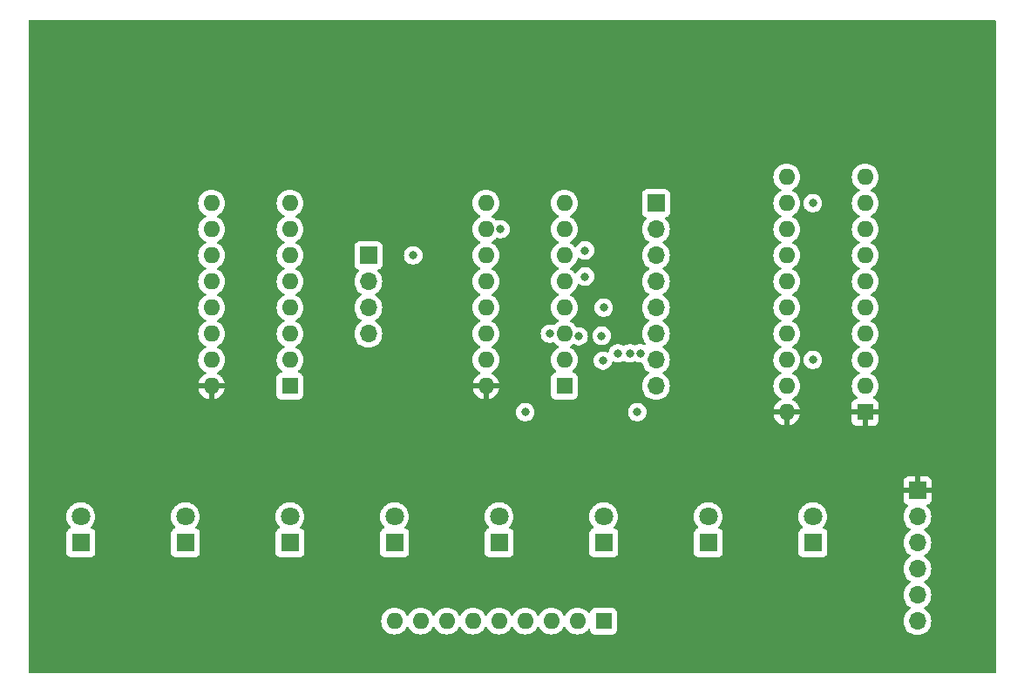
<source format=gbr>
%TF.GenerationSoftware,KiCad,Pcbnew,(7.0.0)*%
%TF.CreationDate,2023-03-05T21:28:25-05:00*%
%TF.ProjectId,8bc_ir,3862635f-6972-42e6-9b69-6361645f7063,rev?*%
%TF.SameCoordinates,Original*%
%TF.FileFunction,Copper,L3,Inr*%
%TF.FilePolarity,Positive*%
%FSLAX46Y46*%
G04 Gerber Fmt 4.6, Leading zero omitted, Abs format (unit mm)*
G04 Created by KiCad (PCBNEW (7.0.0)) date 2023-03-05 21:28:25*
%MOMM*%
%LPD*%
G01*
G04 APERTURE LIST*
%TA.AperFunction,ComponentPad*%
%ADD10R,1.600000X1.600000*%
%TD*%
%TA.AperFunction,ComponentPad*%
%ADD11O,1.600000X1.600000*%
%TD*%
%TA.AperFunction,ComponentPad*%
%ADD12R,1.700000X1.700000*%
%TD*%
%TA.AperFunction,ComponentPad*%
%ADD13O,1.700000X1.700000*%
%TD*%
%TA.AperFunction,ComponentPad*%
%ADD14R,1.800000X1.800000*%
%TD*%
%TA.AperFunction,ComponentPad*%
%ADD15C,1.800000*%
%TD*%
%TA.AperFunction,ViaPad*%
%ADD16C,0.800000*%
%TD*%
G04 APERTURE END LIST*
D10*
%TO.N,/GND*%
%TO.C,U3*%
X156199999Y-66039999D03*
D11*
X156199999Y-63499999D03*
%TO.N,Net-(D5-A)*%
X156199999Y-60959999D03*
%TO.N,Net-(D6-A)*%
X156199999Y-58419999D03*
%TO.N,Net-(D7-A)*%
X156199999Y-55879999D03*
%TO.N,Net-(D8-A)*%
X156199999Y-53339999D03*
%TO.N,/CLK*%
X156199999Y-50799999D03*
%TO.N,/GND*%
X156199999Y-48259999D03*
%TO.N,/~{II}*%
X148579999Y-48259999D03*
X148579999Y-50799999D03*
%TO.N,/BUS_0*%
X148579999Y-53339999D03*
%TO.N,/BUS_1*%
X148579999Y-55879999D03*
%TO.N,/BUS_2*%
X148579999Y-58419999D03*
%TO.N,/BUS_3*%
X148579999Y-60959999D03*
%TO.N,/CLR*%
X148579999Y-63499999D03*
%TO.N,/VCC*%
X148579999Y-66039999D03*
%TD*%
D10*
%TO.N,/GND*%
%TO.C,U2*%
X129539999Y-66039999D03*
D11*
X129539999Y-63499999D03*
%TO.N,/IR_7*%
X129539999Y-60959999D03*
%TO.N,/IR_6*%
X129539999Y-58419999D03*
%TO.N,/IR_5*%
X129539999Y-55879999D03*
%TO.N,/IR_4*%
X129539999Y-53339999D03*
%TO.N,/CLK*%
X129539999Y-50799999D03*
%TO.N,/GND*%
X129539999Y-48259999D03*
%TO.N,/~{II}*%
X121919999Y-48259999D03*
X121919999Y-50799999D03*
%TO.N,/BUS_4*%
X121919999Y-53339999D03*
%TO.N,/BUS_5*%
X121919999Y-55879999D03*
%TO.N,/BUS_6*%
X121919999Y-58419999D03*
%TO.N,/BUS_7*%
X121919999Y-60959999D03*
%TO.N,/CLR*%
X121919999Y-63499999D03*
%TO.N,/VCC*%
X121919999Y-66039999D03*
%TD*%
D10*
%TO.N,/VCC*%
%TO.C,U1*%
X185419999Y-68579999D03*
D11*
%TO.N,unconnected-(U1-A0-Pad2)*%
X185419999Y-66039999D03*
%TO.N,unconnected-(U1-A1-Pad3)*%
X185419999Y-63499999D03*
%TO.N,unconnected-(U1-A2-Pad4)*%
X185419999Y-60959999D03*
%TO.N,unconnected-(U1-A3-Pad5)*%
X185419999Y-58419999D03*
%TO.N,Net-(D5-A)*%
X185419999Y-55879999D03*
%TO.N,Net-(D6-A)*%
X185419999Y-53339999D03*
%TO.N,Net-(D7-A)*%
X185419999Y-50799999D03*
%TO.N,Net-(D8-A)*%
X185419999Y-48259999D03*
%TO.N,/GND*%
X185419999Y-45719999D03*
%TO.N,/BUS_0*%
X177799999Y-45719999D03*
%TO.N,/BUS_1*%
X177799999Y-48259999D03*
%TO.N,/BUS_2*%
X177799999Y-50799999D03*
%TO.N,/BUS_3*%
X177799999Y-53339999D03*
%TO.N,/BUS_4*%
X177799999Y-55879999D03*
%TO.N,/BUS_5*%
X177799999Y-58419999D03*
%TO.N,/BUS_6*%
X177799999Y-60959999D03*
%TO.N,/BUS_7*%
X177799999Y-63499999D03*
%TO.N,/~{IO}*%
X177799999Y-66039999D03*
%TO.N,/VCC*%
X177799999Y-68579999D03*
%TD*%
D10*
%TO.N,/GND*%
%TO.C,RN1*%
X160019999Y-88899999D03*
D11*
%TO.N,Net-(D8-K)*%
X157479999Y-88899999D03*
%TO.N,Net-(D7-K)*%
X154939999Y-88899999D03*
%TO.N,Net-(D6-K)*%
X152399999Y-88899999D03*
%TO.N,Net-(D5-K)*%
X149859999Y-88899999D03*
%TO.N,Net-(D4-K)*%
X147319999Y-88899999D03*
%TO.N,Net-(D3-K)*%
X144779999Y-88899999D03*
%TO.N,Net-(D2-K)*%
X142239999Y-88899999D03*
%TO.N,Net-(D1-K)*%
X139699999Y-88899999D03*
%TD*%
D12*
%TO.N,/IR_4*%
%TO.C,J3*%
X137159999Y-53339999D03*
D13*
%TO.N,/IR_5*%
X137159999Y-55879999D03*
%TO.N,/IR_6*%
X137159999Y-58419999D03*
%TO.N,/IR_7*%
X137159999Y-60959999D03*
%TD*%
%TO.N,/CLR*%
%TO.C,J2*%
X190499999Y-88899999D03*
%TO.N,/CLK*%
X190499999Y-86359999D03*
%TO.N,/~{IO}*%
X190499999Y-83819999D03*
%TO.N,/~{II}*%
X190499999Y-81279999D03*
%TO.N,/GND*%
X190499999Y-78739999D03*
D12*
%TO.N,/VCC*%
X190499999Y-76199999D03*
%TD*%
%TO.N,/BUS_0*%
%TO.C,J1*%
X165099999Y-48259999D03*
D13*
%TO.N,/BUS_1*%
X165099999Y-50799999D03*
%TO.N,/BUS_2*%
X165099999Y-53339999D03*
%TO.N,/BUS_3*%
X165099999Y-55879999D03*
%TO.N,/BUS_4*%
X165099999Y-58419999D03*
%TO.N,/BUS_5*%
X165099999Y-60959999D03*
%TO.N,/BUS_6*%
X165099999Y-63499999D03*
%TO.N,/BUS_7*%
X165099999Y-66039999D03*
%TD*%
D14*
%TO.N,Net-(D8-K)*%
%TO.C,D8*%
X180339999Y-81279999D03*
D15*
%TO.N,Net-(D8-A)*%
X180340000Y-78740000D03*
%TD*%
D14*
%TO.N,Net-(D7-K)*%
%TO.C,D7*%
X170179999Y-81279999D03*
D15*
%TO.N,Net-(D7-A)*%
X170180000Y-78740000D03*
%TD*%
D14*
%TO.N,Net-(D6-K)*%
%TO.C,D6*%
X160019999Y-81279999D03*
D15*
%TO.N,Net-(D6-A)*%
X160020000Y-78740000D03*
%TD*%
D14*
%TO.N,Net-(D5-K)*%
%TO.C,D5*%
X149859999Y-81279999D03*
D15*
%TO.N,Net-(D5-A)*%
X149860000Y-78740000D03*
%TD*%
D14*
%TO.N,Net-(D4-K)*%
%TO.C,D4*%
X139699999Y-81279999D03*
D15*
%TO.N,/IR_4*%
X139700000Y-78740000D03*
%TD*%
D14*
%TO.N,Net-(D3-K)*%
%TO.C,D3*%
X129539999Y-81279999D03*
D15*
%TO.N,/IR_5*%
X129540000Y-78740000D03*
%TD*%
D14*
%TO.N,Net-(D2-K)*%
%TO.C,D2*%
X119379999Y-81279999D03*
D15*
%TO.N,/IR_6*%
X119380000Y-78740000D03*
%TD*%
D14*
%TO.N,Net-(D1-K)*%
%TO.C,D1*%
X109219999Y-81279999D03*
D15*
%TO.N,/IR_7*%
X109220000Y-78740000D03*
%TD*%
D16*
%TO.N,/BUS_7*%
X180340000Y-63500000D03*
X180340000Y-48260000D03*
%TO.N,/BUS_5*%
X159827951Y-61152049D03*
X161403371Y-62859500D03*
X159946851Y-63573150D03*
%TO.N,/BUS_4*%
X154800497Y-60960000D03*
X141515500Y-53340000D03*
%TO.N,/BUS_3*%
X163284500Y-68580000D03*
X163559503Y-62859500D03*
%TO.N,/BUS_2*%
X157578011Y-61204310D03*
X160020000Y-58420000D03*
%TO.N,/BUS_1*%
X158204500Y-52850902D03*
%TO.N,/BUS_0*%
X149979503Y-50800000D03*
%TO.N,Net-(D7-A)*%
X162560000Y-62859500D03*
X158204500Y-55390902D03*
%TO.N,Net-(D5-A)*%
X152400000Y-68580000D03*
%TD*%
%TA.AperFunction,Conductor*%
%TO.N,/VCC*%
G36*
X198057500Y-30497113D02*
G01*
X198102887Y-30542500D01*
X198119500Y-30604500D01*
X198119500Y-93855500D01*
X198102887Y-93917500D01*
X198057500Y-93962887D01*
X197995500Y-93979500D01*
X104264500Y-93979500D01*
X104202500Y-93962887D01*
X104157113Y-93917500D01*
X104140500Y-93855500D01*
X104140500Y-88900000D01*
X138394532Y-88900000D01*
X138414365Y-89126692D01*
X138415762Y-89131907D01*
X138415764Y-89131916D01*
X138471858Y-89341263D01*
X138471861Y-89341271D01*
X138473261Y-89346496D01*
X138569432Y-89552734D01*
X138699953Y-89739139D01*
X138860861Y-89900047D01*
X139047266Y-90030568D01*
X139253504Y-90126739D01*
X139258734Y-90128140D01*
X139258736Y-90128141D01*
X139420977Y-90171613D01*
X139473308Y-90185635D01*
X139700000Y-90205468D01*
X139926692Y-90185635D01*
X140146496Y-90126739D01*
X140352734Y-90030568D01*
X140539139Y-89900047D01*
X140700047Y-89739139D01*
X140830568Y-89552734D01*
X140857618Y-89494724D01*
X140903375Y-89442549D01*
X140970000Y-89423130D01*
X141036625Y-89442549D01*
X141082381Y-89494724D01*
X141109432Y-89552734D01*
X141239953Y-89739139D01*
X141400861Y-89900047D01*
X141587266Y-90030568D01*
X141793504Y-90126739D01*
X141798734Y-90128140D01*
X141798736Y-90128141D01*
X141960977Y-90171613D01*
X142013308Y-90185635D01*
X142240000Y-90205468D01*
X142466692Y-90185635D01*
X142686496Y-90126739D01*
X142892734Y-90030568D01*
X143079139Y-89900047D01*
X143240047Y-89739139D01*
X143370568Y-89552734D01*
X143397618Y-89494724D01*
X143443375Y-89442549D01*
X143510000Y-89423130D01*
X143576625Y-89442549D01*
X143622381Y-89494724D01*
X143649432Y-89552734D01*
X143779953Y-89739139D01*
X143940861Y-89900047D01*
X144127266Y-90030568D01*
X144333504Y-90126739D01*
X144338734Y-90128140D01*
X144338736Y-90128141D01*
X144500977Y-90171613D01*
X144553308Y-90185635D01*
X144780000Y-90205468D01*
X145006692Y-90185635D01*
X145226496Y-90126739D01*
X145432734Y-90030568D01*
X145619139Y-89900047D01*
X145780047Y-89739139D01*
X145910568Y-89552734D01*
X145937618Y-89494724D01*
X145983375Y-89442549D01*
X146050000Y-89423130D01*
X146116625Y-89442549D01*
X146162381Y-89494724D01*
X146189432Y-89552734D01*
X146319953Y-89739139D01*
X146480861Y-89900047D01*
X146667266Y-90030568D01*
X146873504Y-90126739D01*
X146878734Y-90128140D01*
X146878736Y-90128141D01*
X147040977Y-90171613D01*
X147093308Y-90185635D01*
X147320000Y-90205468D01*
X147546692Y-90185635D01*
X147766496Y-90126739D01*
X147972734Y-90030568D01*
X148159139Y-89900047D01*
X148320047Y-89739139D01*
X148450568Y-89552734D01*
X148477618Y-89494724D01*
X148523375Y-89442549D01*
X148590000Y-89423130D01*
X148656625Y-89442549D01*
X148702381Y-89494724D01*
X148729432Y-89552734D01*
X148859953Y-89739139D01*
X149020861Y-89900047D01*
X149207266Y-90030568D01*
X149413504Y-90126739D01*
X149418734Y-90128140D01*
X149418736Y-90128141D01*
X149580977Y-90171613D01*
X149633308Y-90185635D01*
X149860000Y-90205468D01*
X150086692Y-90185635D01*
X150306496Y-90126739D01*
X150512734Y-90030568D01*
X150699139Y-89900047D01*
X150860047Y-89739139D01*
X150990568Y-89552734D01*
X151017618Y-89494724D01*
X151063375Y-89442549D01*
X151130000Y-89423130D01*
X151196625Y-89442549D01*
X151242381Y-89494724D01*
X151269432Y-89552734D01*
X151399953Y-89739139D01*
X151560861Y-89900047D01*
X151747266Y-90030568D01*
X151953504Y-90126739D01*
X151958734Y-90128140D01*
X151958736Y-90128141D01*
X152120977Y-90171613D01*
X152173308Y-90185635D01*
X152400000Y-90205468D01*
X152626692Y-90185635D01*
X152846496Y-90126739D01*
X153052734Y-90030568D01*
X153239139Y-89900047D01*
X153400047Y-89739139D01*
X153530568Y-89552734D01*
X153557618Y-89494724D01*
X153603375Y-89442549D01*
X153670000Y-89423130D01*
X153736625Y-89442549D01*
X153782381Y-89494724D01*
X153809432Y-89552734D01*
X153939953Y-89739139D01*
X154100861Y-89900047D01*
X154287266Y-90030568D01*
X154493504Y-90126739D01*
X154498734Y-90128140D01*
X154498736Y-90128141D01*
X154660977Y-90171613D01*
X154713308Y-90185635D01*
X154940000Y-90205468D01*
X155166692Y-90185635D01*
X155386496Y-90126739D01*
X155592734Y-90030568D01*
X155779139Y-89900047D01*
X155940047Y-89739139D01*
X156070568Y-89552734D01*
X156097618Y-89494724D01*
X156143375Y-89442549D01*
X156210000Y-89423130D01*
X156276625Y-89442549D01*
X156322381Y-89494724D01*
X156349432Y-89552734D01*
X156479953Y-89739139D01*
X156640861Y-89900047D01*
X156827266Y-90030568D01*
X157033504Y-90126739D01*
X157038734Y-90128140D01*
X157038736Y-90128141D01*
X157200977Y-90171613D01*
X157253308Y-90185635D01*
X157480000Y-90205468D01*
X157706692Y-90185635D01*
X157926496Y-90126739D01*
X158132734Y-90030568D01*
X158319139Y-89900047D01*
X158480047Y-89739139D01*
X158497273Y-89714536D01*
X158542113Y-89675400D01*
X158600026Y-89661665D01*
X158657668Y-89676498D01*
X158701758Y-89716482D01*
X158722138Y-89772405D01*
X158725079Y-89799768D01*
X158725080Y-89799773D01*
X158725909Y-89807483D01*
X158728619Y-89814749D01*
X158728620Y-89814753D01*
X158759005Y-89896217D01*
X158776204Y-89942331D01*
X158862454Y-90057546D01*
X158977669Y-90143796D01*
X159112517Y-90194091D01*
X159172127Y-90200500D01*
X160867872Y-90200499D01*
X160927483Y-90194091D01*
X161062331Y-90143796D01*
X161177546Y-90057546D01*
X161263796Y-89942331D01*
X161314091Y-89807483D01*
X161320500Y-89747873D01*
X161320499Y-88900000D01*
X189144341Y-88900000D01*
X189144813Y-88905395D01*
X189163702Y-89121301D01*
X189164937Y-89135408D01*
X189166336Y-89140630D01*
X189166337Y-89140634D01*
X189224694Y-89358430D01*
X189224697Y-89358438D01*
X189226097Y-89363663D01*
X189228385Y-89368570D01*
X189228386Y-89368572D01*
X189323678Y-89572927D01*
X189323681Y-89572933D01*
X189325965Y-89577830D01*
X189329064Y-89582257D01*
X189329066Y-89582259D01*
X189458399Y-89766966D01*
X189458402Y-89766970D01*
X189461505Y-89771401D01*
X189628599Y-89938495D01*
X189822170Y-90074035D01*
X190036337Y-90173903D01*
X190264592Y-90235063D01*
X190500000Y-90255659D01*
X190735408Y-90235063D01*
X190963663Y-90173903D01*
X191177830Y-90074035D01*
X191371401Y-89938495D01*
X191538495Y-89771401D01*
X191674035Y-89577830D01*
X191773903Y-89363663D01*
X191835063Y-89135408D01*
X191855659Y-88900000D01*
X191835063Y-88664592D01*
X191773903Y-88436337D01*
X191674035Y-88222171D01*
X191538495Y-88028599D01*
X191371401Y-87861505D01*
X191366970Y-87858402D01*
X191366966Y-87858399D01*
X191185841Y-87731574D01*
X191146976Y-87687256D01*
X191132965Y-87629999D01*
X191146976Y-87572742D01*
X191185839Y-87528426D01*
X191371401Y-87398495D01*
X191538495Y-87231401D01*
X191674035Y-87037830D01*
X191773903Y-86823663D01*
X191835063Y-86595408D01*
X191855659Y-86360000D01*
X191835063Y-86124592D01*
X191773903Y-85896337D01*
X191674035Y-85682171D01*
X191538495Y-85488599D01*
X191371401Y-85321505D01*
X191366968Y-85318401D01*
X191366961Y-85318395D01*
X191185842Y-85191575D01*
X191146976Y-85147257D01*
X191132965Y-85090000D01*
X191146976Y-85032743D01*
X191185842Y-84988425D01*
X191366961Y-84861604D01*
X191366961Y-84861603D01*
X191371401Y-84858495D01*
X191538495Y-84691401D01*
X191674035Y-84497830D01*
X191773903Y-84283663D01*
X191835063Y-84055408D01*
X191855659Y-83820000D01*
X191835063Y-83584592D01*
X191773903Y-83356337D01*
X191674035Y-83142171D01*
X191538495Y-82948599D01*
X191371401Y-82781505D01*
X191366968Y-82778401D01*
X191366961Y-82778395D01*
X191185842Y-82651575D01*
X191146976Y-82607257D01*
X191132965Y-82550000D01*
X191146976Y-82492743D01*
X191185842Y-82448425D01*
X191366961Y-82321604D01*
X191366961Y-82321603D01*
X191371401Y-82318495D01*
X191538495Y-82151401D01*
X191674035Y-81957830D01*
X191773903Y-81743663D01*
X191835063Y-81515408D01*
X191855659Y-81280000D01*
X191835063Y-81044592D01*
X191773903Y-80816337D01*
X191674035Y-80602171D01*
X191538495Y-80408599D01*
X191371401Y-80241505D01*
X191366970Y-80238402D01*
X191366966Y-80238399D01*
X191185841Y-80111574D01*
X191146976Y-80067256D01*
X191132965Y-80009999D01*
X191146976Y-79952742D01*
X191185839Y-79908426D01*
X191371401Y-79778495D01*
X191538495Y-79611401D01*
X191674035Y-79417830D01*
X191773903Y-79203663D01*
X191835063Y-78975408D01*
X191855659Y-78740000D01*
X191835063Y-78504592D01*
X191773903Y-78276337D01*
X191674035Y-78062171D01*
X191538495Y-77868599D01*
X191416181Y-77746285D01*
X191384885Y-77693539D01*
X191382696Y-77632246D01*
X191410149Y-77577401D01*
X191460529Y-77542422D01*
X191583777Y-77496452D01*
X191599189Y-77488037D01*
X191700092Y-77412501D01*
X191712501Y-77400092D01*
X191788037Y-77299189D01*
X191796452Y-77283777D01*
X191840888Y-77164641D01*
X191844426Y-77149667D01*
X191849646Y-77101114D01*
X191850000Y-77094518D01*
X191850000Y-76466326D01*
X191846549Y-76453450D01*
X191833674Y-76450000D01*
X189166326Y-76450000D01*
X189153450Y-76453450D01*
X189150000Y-76466326D01*
X189150000Y-77094518D01*
X189150353Y-77101114D01*
X189155573Y-77149667D01*
X189159111Y-77164641D01*
X189203547Y-77283777D01*
X189211962Y-77299189D01*
X189287498Y-77400092D01*
X189299907Y-77412501D01*
X189400810Y-77488037D01*
X189416220Y-77496451D01*
X189539471Y-77542422D01*
X189589850Y-77577401D01*
X189617303Y-77632246D01*
X189615114Y-77693538D01*
X189583818Y-77746285D01*
X189461505Y-77868599D01*
X189458402Y-77873029D01*
X189458399Y-77873034D01*
X189329073Y-78057731D01*
X189329068Y-78057738D01*
X189325965Y-78062171D01*
X189323677Y-78067077D01*
X189323675Y-78067081D01*
X189228386Y-78271427D01*
X189228383Y-78271432D01*
X189226097Y-78276337D01*
X189224698Y-78281557D01*
X189224694Y-78281569D01*
X189166337Y-78499365D01*
X189166335Y-78499371D01*
X189164937Y-78504592D01*
X189144341Y-78740000D01*
X189164937Y-78975408D01*
X189166336Y-78980630D01*
X189166337Y-78980634D01*
X189224694Y-79198430D01*
X189224697Y-79198438D01*
X189226097Y-79203663D01*
X189228385Y-79208570D01*
X189228386Y-79208572D01*
X189323678Y-79412927D01*
X189323681Y-79412933D01*
X189325965Y-79417830D01*
X189329064Y-79422257D01*
X189329066Y-79422259D01*
X189458399Y-79606966D01*
X189458402Y-79606970D01*
X189461505Y-79611401D01*
X189628599Y-79778495D01*
X189633032Y-79781599D01*
X189633038Y-79781604D01*
X189814158Y-79908425D01*
X189853024Y-79952743D01*
X189867035Y-80010000D01*
X189853024Y-80067257D01*
X189814160Y-80111574D01*
X189628599Y-80241505D01*
X189624775Y-80245328D01*
X189624769Y-80245334D01*
X189465334Y-80404769D01*
X189465328Y-80404775D01*
X189461505Y-80408599D01*
X189458402Y-80413029D01*
X189458399Y-80413034D01*
X189329073Y-80597731D01*
X189329068Y-80597738D01*
X189325965Y-80602171D01*
X189323677Y-80607077D01*
X189323675Y-80607081D01*
X189228386Y-80811427D01*
X189228383Y-80811432D01*
X189226097Y-80816337D01*
X189224698Y-80821557D01*
X189224694Y-80821569D01*
X189166337Y-81039365D01*
X189166335Y-81039371D01*
X189164937Y-81044592D01*
X189144341Y-81280000D01*
X189164937Y-81515408D01*
X189166336Y-81520630D01*
X189166337Y-81520634D01*
X189224694Y-81738430D01*
X189224697Y-81738438D01*
X189226097Y-81743663D01*
X189228385Y-81748570D01*
X189228386Y-81748572D01*
X189323678Y-81952927D01*
X189323681Y-81952933D01*
X189325965Y-81957830D01*
X189329064Y-81962257D01*
X189329066Y-81962259D01*
X189458399Y-82146966D01*
X189458402Y-82146970D01*
X189461505Y-82151401D01*
X189628599Y-82318495D01*
X189633032Y-82321599D01*
X189633038Y-82321604D01*
X189814158Y-82448425D01*
X189853024Y-82492743D01*
X189867035Y-82550000D01*
X189853024Y-82607257D01*
X189814159Y-82651575D01*
X189633041Y-82778395D01*
X189628599Y-82781505D01*
X189624775Y-82785328D01*
X189624769Y-82785334D01*
X189465334Y-82944769D01*
X189465328Y-82944775D01*
X189461505Y-82948599D01*
X189458402Y-82953029D01*
X189458399Y-82953034D01*
X189329073Y-83137731D01*
X189329068Y-83137738D01*
X189325965Y-83142171D01*
X189323677Y-83147077D01*
X189323675Y-83147081D01*
X189228386Y-83351427D01*
X189228383Y-83351432D01*
X189226097Y-83356337D01*
X189224698Y-83361557D01*
X189224694Y-83361569D01*
X189166337Y-83579365D01*
X189166335Y-83579371D01*
X189164937Y-83584592D01*
X189144341Y-83820000D01*
X189164937Y-84055408D01*
X189166336Y-84060630D01*
X189166337Y-84060634D01*
X189224694Y-84278430D01*
X189224697Y-84278438D01*
X189226097Y-84283663D01*
X189228385Y-84288570D01*
X189228386Y-84288572D01*
X189323678Y-84492927D01*
X189323681Y-84492933D01*
X189325965Y-84497830D01*
X189329064Y-84502257D01*
X189329066Y-84502259D01*
X189458399Y-84686966D01*
X189458402Y-84686970D01*
X189461505Y-84691401D01*
X189628599Y-84858495D01*
X189633032Y-84861599D01*
X189633038Y-84861604D01*
X189814158Y-84988425D01*
X189853024Y-85032743D01*
X189867035Y-85090000D01*
X189853024Y-85147257D01*
X189814159Y-85191575D01*
X189633041Y-85318395D01*
X189628599Y-85321505D01*
X189624775Y-85325328D01*
X189624769Y-85325334D01*
X189465334Y-85484769D01*
X189465328Y-85484775D01*
X189461505Y-85488599D01*
X189458402Y-85493029D01*
X189458399Y-85493034D01*
X189329073Y-85677731D01*
X189329068Y-85677738D01*
X189325965Y-85682171D01*
X189323677Y-85687077D01*
X189323675Y-85687081D01*
X189228386Y-85891427D01*
X189228383Y-85891432D01*
X189226097Y-85896337D01*
X189224698Y-85901557D01*
X189224694Y-85901569D01*
X189166337Y-86119365D01*
X189166335Y-86119371D01*
X189164937Y-86124592D01*
X189144341Y-86360000D01*
X189164937Y-86595408D01*
X189166336Y-86600630D01*
X189166337Y-86600634D01*
X189224694Y-86818430D01*
X189224697Y-86818438D01*
X189226097Y-86823663D01*
X189228385Y-86828570D01*
X189228386Y-86828572D01*
X189323678Y-87032927D01*
X189323681Y-87032933D01*
X189325965Y-87037830D01*
X189329064Y-87042257D01*
X189329066Y-87042259D01*
X189458399Y-87226966D01*
X189458402Y-87226970D01*
X189461505Y-87231401D01*
X189628599Y-87398495D01*
X189633032Y-87401599D01*
X189633038Y-87401604D01*
X189814158Y-87528425D01*
X189853024Y-87572743D01*
X189867035Y-87630000D01*
X189853024Y-87687257D01*
X189814160Y-87731574D01*
X189628599Y-87861505D01*
X189624775Y-87865328D01*
X189624769Y-87865334D01*
X189465334Y-88024769D01*
X189465328Y-88024775D01*
X189461505Y-88028599D01*
X189458402Y-88033029D01*
X189458399Y-88033034D01*
X189329073Y-88217731D01*
X189329068Y-88217738D01*
X189325965Y-88222171D01*
X189323677Y-88227077D01*
X189323675Y-88227081D01*
X189228386Y-88431427D01*
X189228383Y-88431432D01*
X189226097Y-88436337D01*
X189224698Y-88441557D01*
X189224694Y-88441569D01*
X189166337Y-88659365D01*
X189166335Y-88659371D01*
X189164937Y-88664592D01*
X189164465Y-88669977D01*
X189164465Y-88669982D01*
X189144813Y-88894605D01*
X189144341Y-88900000D01*
X161320499Y-88900000D01*
X161320499Y-88052128D01*
X161314091Y-87992517D01*
X161263796Y-87857669D01*
X161177546Y-87742454D01*
X161103812Y-87687257D01*
X161069431Y-87661519D01*
X161069430Y-87661518D01*
X161062331Y-87656204D01*
X160950155Y-87614365D01*
X160934752Y-87608620D01*
X160934750Y-87608619D01*
X160927483Y-87605909D01*
X160919770Y-87605079D01*
X160919767Y-87605079D01*
X160871180Y-87599855D01*
X160871169Y-87599854D01*
X160867873Y-87599500D01*
X160864550Y-87599500D01*
X159175439Y-87599500D01*
X159175420Y-87599500D01*
X159172128Y-87599501D01*
X159168850Y-87599853D01*
X159168838Y-87599854D01*
X159120231Y-87605079D01*
X159120225Y-87605080D01*
X159112517Y-87605909D01*
X159105252Y-87608618D01*
X159105246Y-87608620D01*
X158985980Y-87653104D01*
X158985978Y-87653104D01*
X158977669Y-87656204D01*
X158970572Y-87661516D01*
X158970568Y-87661519D01*
X158869550Y-87737141D01*
X158869546Y-87737144D01*
X158862454Y-87742454D01*
X158857144Y-87749546D01*
X158857141Y-87749550D01*
X158781519Y-87850568D01*
X158781516Y-87850572D01*
X158776204Y-87857669D01*
X158773104Y-87865978D01*
X158773104Y-87865980D01*
X158728620Y-87985247D01*
X158728619Y-87985250D01*
X158725909Y-87992517D01*
X158725079Y-88000227D01*
X158725079Y-88000232D01*
X158722137Y-88027597D01*
X158701757Y-88083518D01*
X158657668Y-88123501D01*
X158600027Y-88138334D01*
X158542114Y-88124600D01*
X158497273Y-88085463D01*
X158480047Y-88060861D01*
X158319139Y-87899953D01*
X158132734Y-87769432D01*
X158039519Y-87725965D01*
X157931405Y-87675550D01*
X157931403Y-87675549D01*
X157926496Y-87673261D01*
X157921271Y-87671861D01*
X157921263Y-87671858D01*
X157711916Y-87615764D01*
X157711907Y-87615762D01*
X157706692Y-87614365D01*
X157701304Y-87613893D01*
X157701301Y-87613893D01*
X157485395Y-87595004D01*
X157480000Y-87594532D01*
X157474605Y-87595004D01*
X157258698Y-87613893D01*
X157258693Y-87613893D01*
X157253308Y-87614365D01*
X157248094Y-87615762D01*
X157248083Y-87615764D01*
X157038736Y-87671858D01*
X157038724Y-87671862D01*
X157033504Y-87673261D01*
X157028599Y-87675547D01*
X157028594Y-87675550D01*
X156832176Y-87767142D01*
X156832172Y-87767144D01*
X156827266Y-87769432D01*
X156822833Y-87772535D01*
X156822826Y-87772540D01*
X156645296Y-87896847D01*
X156645291Y-87896850D01*
X156640861Y-87899953D01*
X156637037Y-87903776D01*
X156637031Y-87903782D01*
X156483782Y-88057031D01*
X156483776Y-88057037D01*
X156479953Y-88060861D01*
X156476850Y-88065291D01*
X156476847Y-88065296D01*
X156352540Y-88242826D01*
X156352535Y-88242833D01*
X156349432Y-88247266D01*
X156347148Y-88252163D01*
X156347141Y-88252176D01*
X156322382Y-88305274D01*
X156276625Y-88357450D01*
X156210000Y-88376869D01*
X156143375Y-88357450D01*
X156097618Y-88305274D01*
X156072858Y-88252176D01*
X156072855Y-88252172D01*
X156070568Y-88247266D01*
X155940047Y-88060861D01*
X155779139Y-87899953D01*
X155592734Y-87769432D01*
X155499519Y-87725965D01*
X155391405Y-87675550D01*
X155391403Y-87675549D01*
X155386496Y-87673261D01*
X155381271Y-87671861D01*
X155381263Y-87671858D01*
X155171916Y-87615764D01*
X155171907Y-87615762D01*
X155166692Y-87614365D01*
X155161304Y-87613893D01*
X155161301Y-87613893D01*
X154945395Y-87595004D01*
X154940000Y-87594532D01*
X154934605Y-87595004D01*
X154718698Y-87613893D01*
X154718693Y-87613893D01*
X154713308Y-87614365D01*
X154708094Y-87615762D01*
X154708083Y-87615764D01*
X154498736Y-87671858D01*
X154498724Y-87671862D01*
X154493504Y-87673261D01*
X154488599Y-87675547D01*
X154488594Y-87675550D01*
X154292176Y-87767142D01*
X154292172Y-87767144D01*
X154287266Y-87769432D01*
X154282833Y-87772535D01*
X154282826Y-87772540D01*
X154105296Y-87896847D01*
X154105291Y-87896850D01*
X154100861Y-87899953D01*
X154097037Y-87903776D01*
X154097031Y-87903782D01*
X153943782Y-88057031D01*
X153943776Y-88057037D01*
X153939953Y-88060861D01*
X153936850Y-88065291D01*
X153936847Y-88065296D01*
X153812540Y-88242826D01*
X153812535Y-88242833D01*
X153809432Y-88247266D01*
X153807148Y-88252163D01*
X153807141Y-88252176D01*
X153782382Y-88305274D01*
X153736625Y-88357450D01*
X153670000Y-88376869D01*
X153603375Y-88357450D01*
X153557618Y-88305274D01*
X153532858Y-88252176D01*
X153532855Y-88252172D01*
X153530568Y-88247266D01*
X153400047Y-88060861D01*
X153239139Y-87899953D01*
X153052734Y-87769432D01*
X152959519Y-87725965D01*
X152851405Y-87675550D01*
X152851403Y-87675549D01*
X152846496Y-87673261D01*
X152841271Y-87671861D01*
X152841263Y-87671858D01*
X152631916Y-87615764D01*
X152631907Y-87615762D01*
X152626692Y-87614365D01*
X152621304Y-87613893D01*
X152621301Y-87613893D01*
X152405395Y-87595004D01*
X152400000Y-87594532D01*
X152394605Y-87595004D01*
X152178698Y-87613893D01*
X152178693Y-87613893D01*
X152173308Y-87614365D01*
X152168094Y-87615762D01*
X152168083Y-87615764D01*
X151958736Y-87671858D01*
X151958724Y-87671862D01*
X151953504Y-87673261D01*
X151948599Y-87675547D01*
X151948594Y-87675550D01*
X151752176Y-87767142D01*
X151752172Y-87767144D01*
X151747266Y-87769432D01*
X151742833Y-87772535D01*
X151742826Y-87772540D01*
X151565296Y-87896847D01*
X151565291Y-87896850D01*
X151560861Y-87899953D01*
X151557037Y-87903776D01*
X151557031Y-87903782D01*
X151403782Y-88057031D01*
X151403776Y-88057037D01*
X151399953Y-88060861D01*
X151396850Y-88065291D01*
X151396847Y-88065296D01*
X151272540Y-88242826D01*
X151272535Y-88242833D01*
X151269432Y-88247266D01*
X151267148Y-88252163D01*
X151267141Y-88252176D01*
X151242382Y-88305274D01*
X151196625Y-88357450D01*
X151130000Y-88376869D01*
X151063375Y-88357450D01*
X151017618Y-88305274D01*
X150992858Y-88252176D01*
X150992855Y-88252172D01*
X150990568Y-88247266D01*
X150860047Y-88060861D01*
X150699139Y-87899953D01*
X150512734Y-87769432D01*
X150419519Y-87725965D01*
X150311405Y-87675550D01*
X150311403Y-87675549D01*
X150306496Y-87673261D01*
X150301271Y-87671861D01*
X150301263Y-87671858D01*
X150091916Y-87615764D01*
X150091907Y-87615762D01*
X150086692Y-87614365D01*
X150081304Y-87613893D01*
X150081301Y-87613893D01*
X149865395Y-87595004D01*
X149860000Y-87594532D01*
X149854605Y-87595004D01*
X149638698Y-87613893D01*
X149638693Y-87613893D01*
X149633308Y-87614365D01*
X149628094Y-87615762D01*
X149628083Y-87615764D01*
X149418736Y-87671858D01*
X149418724Y-87671862D01*
X149413504Y-87673261D01*
X149408599Y-87675547D01*
X149408594Y-87675550D01*
X149212176Y-87767142D01*
X149212172Y-87767144D01*
X149207266Y-87769432D01*
X149202833Y-87772535D01*
X149202826Y-87772540D01*
X149025296Y-87896847D01*
X149025291Y-87896850D01*
X149020861Y-87899953D01*
X149017037Y-87903776D01*
X149017031Y-87903782D01*
X148863782Y-88057031D01*
X148863776Y-88057037D01*
X148859953Y-88060861D01*
X148856850Y-88065291D01*
X148856847Y-88065296D01*
X148732540Y-88242826D01*
X148732535Y-88242833D01*
X148729432Y-88247266D01*
X148727148Y-88252163D01*
X148727141Y-88252176D01*
X148702382Y-88305274D01*
X148656625Y-88357450D01*
X148590000Y-88376869D01*
X148523375Y-88357450D01*
X148477618Y-88305274D01*
X148452858Y-88252176D01*
X148452855Y-88252172D01*
X148450568Y-88247266D01*
X148320047Y-88060861D01*
X148159139Y-87899953D01*
X147972734Y-87769432D01*
X147879519Y-87725965D01*
X147771405Y-87675550D01*
X147771403Y-87675549D01*
X147766496Y-87673261D01*
X147761271Y-87671861D01*
X147761263Y-87671858D01*
X147551916Y-87615764D01*
X147551907Y-87615762D01*
X147546692Y-87614365D01*
X147541304Y-87613893D01*
X147541301Y-87613893D01*
X147325395Y-87595004D01*
X147320000Y-87594532D01*
X147314605Y-87595004D01*
X147098698Y-87613893D01*
X147098693Y-87613893D01*
X147093308Y-87614365D01*
X147088094Y-87615762D01*
X147088083Y-87615764D01*
X146878736Y-87671858D01*
X146878724Y-87671862D01*
X146873504Y-87673261D01*
X146868599Y-87675547D01*
X146868594Y-87675550D01*
X146672176Y-87767142D01*
X146672172Y-87767144D01*
X146667266Y-87769432D01*
X146662833Y-87772535D01*
X146662826Y-87772540D01*
X146485296Y-87896847D01*
X146485291Y-87896850D01*
X146480861Y-87899953D01*
X146477037Y-87903776D01*
X146477031Y-87903782D01*
X146323782Y-88057031D01*
X146323776Y-88057037D01*
X146319953Y-88060861D01*
X146316850Y-88065291D01*
X146316847Y-88065296D01*
X146192540Y-88242826D01*
X146192535Y-88242833D01*
X146189432Y-88247266D01*
X146187148Y-88252163D01*
X146187141Y-88252176D01*
X146162382Y-88305274D01*
X146116625Y-88357450D01*
X146050000Y-88376869D01*
X145983375Y-88357450D01*
X145937618Y-88305274D01*
X145912858Y-88252176D01*
X145912855Y-88252172D01*
X145910568Y-88247266D01*
X145780047Y-88060861D01*
X145619139Y-87899953D01*
X145432734Y-87769432D01*
X145339519Y-87725965D01*
X145231405Y-87675550D01*
X145231403Y-87675549D01*
X145226496Y-87673261D01*
X145221271Y-87671861D01*
X145221263Y-87671858D01*
X145011916Y-87615764D01*
X145011907Y-87615762D01*
X145006692Y-87614365D01*
X145001304Y-87613893D01*
X145001301Y-87613893D01*
X144785395Y-87595004D01*
X144780000Y-87594532D01*
X144774605Y-87595004D01*
X144558698Y-87613893D01*
X144558693Y-87613893D01*
X144553308Y-87614365D01*
X144548094Y-87615762D01*
X144548083Y-87615764D01*
X144338736Y-87671858D01*
X144338724Y-87671862D01*
X144333504Y-87673261D01*
X144328599Y-87675547D01*
X144328594Y-87675550D01*
X144132176Y-87767142D01*
X144132172Y-87767144D01*
X144127266Y-87769432D01*
X144122833Y-87772535D01*
X144122826Y-87772540D01*
X143945296Y-87896847D01*
X143945291Y-87896850D01*
X143940861Y-87899953D01*
X143937037Y-87903776D01*
X143937031Y-87903782D01*
X143783782Y-88057031D01*
X143783776Y-88057037D01*
X143779953Y-88060861D01*
X143776850Y-88065291D01*
X143776847Y-88065296D01*
X143652540Y-88242826D01*
X143652535Y-88242833D01*
X143649432Y-88247266D01*
X143647148Y-88252163D01*
X143647141Y-88252176D01*
X143622382Y-88305274D01*
X143576625Y-88357450D01*
X143510000Y-88376869D01*
X143443375Y-88357450D01*
X143397618Y-88305274D01*
X143372858Y-88252176D01*
X143372855Y-88252172D01*
X143370568Y-88247266D01*
X143240047Y-88060861D01*
X143079139Y-87899953D01*
X142892734Y-87769432D01*
X142799519Y-87725965D01*
X142691405Y-87675550D01*
X142691403Y-87675549D01*
X142686496Y-87673261D01*
X142681271Y-87671861D01*
X142681263Y-87671858D01*
X142471916Y-87615764D01*
X142471907Y-87615762D01*
X142466692Y-87614365D01*
X142461304Y-87613893D01*
X142461301Y-87613893D01*
X142245395Y-87595004D01*
X142240000Y-87594532D01*
X142234605Y-87595004D01*
X142018698Y-87613893D01*
X142018693Y-87613893D01*
X142013308Y-87614365D01*
X142008094Y-87615762D01*
X142008083Y-87615764D01*
X141798736Y-87671858D01*
X141798724Y-87671862D01*
X141793504Y-87673261D01*
X141788599Y-87675547D01*
X141788594Y-87675550D01*
X141592176Y-87767142D01*
X141592172Y-87767144D01*
X141587266Y-87769432D01*
X141582833Y-87772535D01*
X141582826Y-87772540D01*
X141405296Y-87896847D01*
X141405291Y-87896850D01*
X141400861Y-87899953D01*
X141397037Y-87903776D01*
X141397031Y-87903782D01*
X141243782Y-88057031D01*
X141243776Y-88057037D01*
X141239953Y-88060861D01*
X141236850Y-88065291D01*
X141236847Y-88065296D01*
X141112540Y-88242826D01*
X141112535Y-88242833D01*
X141109432Y-88247266D01*
X141107148Y-88252163D01*
X141107141Y-88252176D01*
X141082382Y-88305274D01*
X141036625Y-88357450D01*
X140970000Y-88376869D01*
X140903375Y-88357450D01*
X140857618Y-88305274D01*
X140832858Y-88252176D01*
X140832855Y-88252172D01*
X140830568Y-88247266D01*
X140700047Y-88060861D01*
X140539139Y-87899953D01*
X140352734Y-87769432D01*
X140259519Y-87725965D01*
X140151405Y-87675550D01*
X140151403Y-87675549D01*
X140146496Y-87673261D01*
X140141271Y-87671861D01*
X140141263Y-87671858D01*
X139931916Y-87615764D01*
X139931907Y-87615762D01*
X139926692Y-87614365D01*
X139921304Y-87613893D01*
X139921301Y-87613893D01*
X139705395Y-87595004D01*
X139700000Y-87594532D01*
X139694605Y-87595004D01*
X139478698Y-87613893D01*
X139478693Y-87613893D01*
X139473308Y-87614365D01*
X139468094Y-87615762D01*
X139468083Y-87615764D01*
X139258736Y-87671858D01*
X139258724Y-87671862D01*
X139253504Y-87673261D01*
X139248599Y-87675547D01*
X139248594Y-87675550D01*
X139052176Y-87767142D01*
X139052172Y-87767144D01*
X139047266Y-87769432D01*
X139042833Y-87772535D01*
X139042826Y-87772540D01*
X138865296Y-87896847D01*
X138865291Y-87896850D01*
X138860861Y-87899953D01*
X138857037Y-87903776D01*
X138857031Y-87903782D01*
X138703782Y-88057031D01*
X138703776Y-88057037D01*
X138699953Y-88060861D01*
X138696850Y-88065291D01*
X138696847Y-88065296D01*
X138572540Y-88242826D01*
X138572535Y-88242833D01*
X138569432Y-88247266D01*
X138567144Y-88252172D01*
X138567142Y-88252176D01*
X138475550Y-88448594D01*
X138475547Y-88448599D01*
X138473261Y-88453504D01*
X138471862Y-88458724D01*
X138471858Y-88458736D01*
X138415764Y-88668083D01*
X138415762Y-88668094D01*
X138414365Y-88673308D01*
X138394532Y-88900000D01*
X104140500Y-88900000D01*
X104140500Y-78740000D01*
X107814700Y-78740000D01*
X107815124Y-78745117D01*
X107833441Y-78966186D01*
X107833442Y-78966195D01*
X107833866Y-78971305D01*
X107835123Y-78976272D01*
X107835125Y-78976279D01*
X107836228Y-78980634D01*
X107890843Y-79196300D01*
X107892903Y-79200996D01*
X107982016Y-79404154D01*
X107982019Y-79404159D01*
X107984076Y-79408849D01*
X108047548Y-79506000D01*
X108108219Y-79598865D01*
X108108222Y-79598869D01*
X108111021Y-79603153D01*
X108197195Y-79696763D01*
X108205801Y-79706112D01*
X108234574Y-79758865D01*
X108235167Y-79818951D01*
X108207440Y-79872261D01*
X108157906Y-79906276D01*
X108085982Y-79933102D01*
X108085973Y-79933106D01*
X108077669Y-79936204D01*
X108070572Y-79941516D01*
X108070568Y-79941519D01*
X107969550Y-80017141D01*
X107969546Y-80017144D01*
X107962454Y-80022454D01*
X107957144Y-80029546D01*
X107957141Y-80029550D01*
X107881519Y-80130568D01*
X107881516Y-80130572D01*
X107876204Y-80137669D01*
X107873104Y-80145978D01*
X107873104Y-80145980D01*
X107828620Y-80265247D01*
X107828619Y-80265250D01*
X107825909Y-80272517D01*
X107825079Y-80280227D01*
X107825079Y-80280232D01*
X107819855Y-80328819D01*
X107819854Y-80328831D01*
X107819500Y-80332127D01*
X107819500Y-80335448D01*
X107819500Y-80335449D01*
X107819500Y-82224560D01*
X107819500Y-82224578D01*
X107819501Y-82227872D01*
X107819853Y-82231150D01*
X107819854Y-82231161D01*
X107825079Y-82279768D01*
X107825080Y-82279773D01*
X107825909Y-82287483D01*
X107828619Y-82294749D01*
X107828620Y-82294753D01*
X107838635Y-82321604D01*
X107876204Y-82422331D01*
X107962454Y-82537546D01*
X108077669Y-82623796D01*
X108212517Y-82674091D01*
X108272127Y-82680500D01*
X110167872Y-82680499D01*
X110227483Y-82674091D01*
X110362331Y-82623796D01*
X110477546Y-82537546D01*
X110563796Y-82422331D01*
X110614091Y-82287483D01*
X110620500Y-82227873D01*
X110620499Y-80332128D01*
X110614091Y-80272517D01*
X110563796Y-80137669D01*
X110477546Y-80022454D01*
X110460908Y-80009999D01*
X110369431Y-79941519D01*
X110369430Y-79941518D01*
X110362331Y-79936204D01*
X110323083Y-79921565D01*
X110282094Y-79906277D01*
X110232559Y-79872261D01*
X110204832Y-79818951D01*
X110205425Y-79758865D01*
X110234196Y-79706114D01*
X110328979Y-79603153D01*
X110455924Y-79408849D01*
X110549157Y-79196300D01*
X110606134Y-78971305D01*
X110625300Y-78740000D01*
X117974700Y-78740000D01*
X117975124Y-78745117D01*
X117993441Y-78966186D01*
X117993442Y-78966195D01*
X117993866Y-78971305D01*
X117995123Y-78976272D01*
X117995125Y-78976279D01*
X117996228Y-78980634D01*
X118050843Y-79196300D01*
X118052903Y-79200996D01*
X118142016Y-79404154D01*
X118142019Y-79404159D01*
X118144076Y-79408849D01*
X118207548Y-79506000D01*
X118268219Y-79598865D01*
X118268222Y-79598869D01*
X118271021Y-79603153D01*
X118357195Y-79696763D01*
X118365801Y-79706112D01*
X118394574Y-79758865D01*
X118395167Y-79818951D01*
X118367440Y-79872261D01*
X118317906Y-79906276D01*
X118245982Y-79933102D01*
X118245973Y-79933106D01*
X118237669Y-79936204D01*
X118230572Y-79941516D01*
X118230568Y-79941519D01*
X118129550Y-80017141D01*
X118129546Y-80017144D01*
X118122454Y-80022454D01*
X118117144Y-80029546D01*
X118117141Y-80029550D01*
X118041519Y-80130568D01*
X118041516Y-80130572D01*
X118036204Y-80137669D01*
X118033104Y-80145978D01*
X118033104Y-80145980D01*
X117988620Y-80265247D01*
X117988619Y-80265250D01*
X117985909Y-80272517D01*
X117985079Y-80280227D01*
X117985079Y-80280232D01*
X117979855Y-80328819D01*
X117979854Y-80328831D01*
X117979500Y-80332127D01*
X117979500Y-80335448D01*
X117979500Y-80335449D01*
X117979500Y-82224560D01*
X117979500Y-82224578D01*
X117979501Y-82227872D01*
X117979853Y-82231150D01*
X117979854Y-82231161D01*
X117985079Y-82279768D01*
X117985080Y-82279773D01*
X117985909Y-82287483D01*
X117988619Y-82294749D01*
X117988620Y-82294753D01*
X117998635Y-82321604D01*
X118036204Y-82422331D01*
X118122454Y-82537546D01*
X118237669Y-82623796D01*
X118372517Y-82674091D01*
X118432127Y-82680500D01*
X120327872Y-82680499D01*
X120387483Y-82674091D01*
X120522331Y-82623796D01*
X120637546Y-82537546D01*
X120723796Y-82422331D01*
X120774091Y-82287483D01*
X120780500Y-82227873D01*
X120780499Y-80332128D01*
X120774091Y-80272517D01*
X120723796Y-80137669D01*
X120637546Y-80022454D01*
X120620908Y-80009999D01*
X120529431Y-79941519D01*
X120529430Y-79941518D01*
X120522331Y-79936204D01*
X120483083Y-79921565D01*
X120442094Y-79906277D01*
X120392559Y-79872261D01*
X120364832Y-79818951D01*
X120365425Y-79758865D01*
X120394196Y-79706114D01*
X120488979Y-79603153D01*
X120615924Y-79408849D01*
X120709157Y-79196300D01*
X120766134Y-78971305D01*
X120785300Y-78740000D01*
X128134700Y-78740000D01*
X128135124Y-78745117D01*
X128153441Y-78966186D01*
X128153442Y-78966195D01*
X128153866Y-78971305D01*
X128155123Y-78976272D01*
X128155125Y-78976279D01*
X128156228Y-78980634D01*
X128210843Y-79196300D01*
X128212903Y-79200996D01*
X128302016Y-79404154D01*
X128302019Y-79404159D01*
X128304076Y-79408849D01*
X128367548Y-79506000D01*
X128428219Y-79598865D01*
X128428222Y-79598869D01*
X128431021Y-79603153D01*
X128517195Y-79696763D01*
X128525801Y-79706112D01*
X128554574Y-79758865D01*
X128555167Y-79818951D01*
X128527440Y-79872261D01*
X128477906Y-79906276D01*
X128405982Y-79933102D01*
X128405973Y-79933106D01*
X128397669Y-79936204D01*
X128390572Y-79941516D01*
X128390568Y-79941519D01*
X128289550Y-80017141D01*
X128289546Y-80017144D01*
X128282454Y-80022454D01*
X128277144Y-80029546D01*
X128277141Y-80029550D01*
X128201519Y-80130568D01*
X128201516Y-80130572D01*
X128196204Y-80137669D01*
X128193104Y-80145978D01*
X128193104Y-80145980D01*
X128148620Y-80265247D01*
X128148619Y-80265250D01*
X128145909Y-80272517D01*
X128145079Y-80280227D01*
X128145079Y-80280232D01*
X128139855Y-80328819D01*
X128139854Y-80328831D01*
X128139500Y-80332127D01*
X128139500Y-80335448D01*
X128139500Y-80335449D01*
X128139500Y-82224560D01*
X128139500Y-82224578D01*
X128139501Y-82227872D01*
X128139853Y-82231150D01*
X128139854Y-82231161D01*
X128145079Y-82279768D01*
X128145080Y-82279773D01*
X128145909Y-82287483D01*
X128148619Y-82294749D01*
X128148620Y-82294753D01*
X128158635Y-82321604D01*
X128196204Y-82422331D01*
X128282454Y-82537546D01*
X128397669Y-82623796D01*
X128532517Y-82674091D01*
X128592127Y-82680500D01*
X130487872Y-82680499D01*
X130547483Y-82674091D01*
X130682331Y-82623796D01*
X130797546Y-82537546D01*
X130883796Y-82422331D01*
X130934091Y-82287483D01*
X130940500Y-82227873D01*
X130940499Y-80332128D01*
X130934091Y-80272517D01*
X130883796Y-80137669D01*
X130797546Y-80022454D01*
X130780908Y-80009999D01*
X130689431Y-79941519D01*
X130689430Y-79941518D01*
X130682331Y-79936204D01*
X130643083Y-79921565D01*
X130602094Y-79906277D01*
X130552559Y-79872261D01*
X130524832Y-79818951D01*
X130525425Y-79758865D01*
X130554196Y-79706114D01*
X130648979Y-79603153D01*
X130775924Y-79408849D01*
X130869157Y-79196300D01*
X130926134Y-78971305D01*
X130945300Y-78740000D01*
X138294700Y-78740000D01*
X138295124Y-78745117D01*
X138313441Y-78966186D01*
X138313442Y-78966195D01*
X138313866Y-78971305D01*
X138315123Y-78976272D01*
X138315125Y-78976279D01*
X138316228Y-78980634D01*
X138370843Y-79196300D01*
X138372903Y-79200996D01*
X138462016Y-79404154D01*
X138462019Y-79404159D01*
X138464076Y-79408849D01*
X138527548Y-79506000D01*
X138588219Y-79598865D01*
X138588222Y-79598869D01*
X138591021Y-79603153D01*
X138677195Y-79696763D01*
X138685801Y-79706112D01*
X138714574Y-79758865D01*
X138715167Y-79818951D01*
X138687440Y-79872261D01*
X138637906Y-79906276D01*
X138565982Y-79933102D01*
X138565973Y-79933106D01*
X138557669Y-79936204D01*
X138550572Y-79941516D01*
X138550568Y-79941519D01*
X138449550Y-80017141D01*
X138449546Y-80017144D01*
X138442454Y-80022454D01*
X138437144Y-80029546D01*
X138437141Y-80029550D01*
X138361519Y-80130568D01*
X138361516Y-80130572D01*
X138356204Y-80137669D01*
X138353104Y-80145978D01*
X138353104Y-80145980D01*
X138308620Y-80265247D01*
X138308619Y-80265250D01*
X138305909Y-80272517D01*
X138305079Y-80280227D01*
X138305079Y-80280232D01*
X138299855Y-80328819D01*
X138299854Y-80328831D01*
X138299500Y-80332127D01*
X138299500Y-80335448D01*
X138299500Y-80335449D01*
X138299500Y-82224560D01*
X138299500Y-82224578D01*
X138299501Y-82227872D01*
X138299853Y-82231150D01*
X138299854Y-82231161D01*
X138305079Y-82279768D01*
X138305080Y-82279773D01*
X138305909Y-82287483D01*
X138308619Y-82294749D01*
X138308620Y-82294753D01*
X138318635Y-82321604D01*
X138356204Y-82422331D01*
X138442454Y-82537546D01*
X138557669Y-82623796D01*
X138692517Y-82674091D01*
X138752127Y-82680500D01*
X140647872Y-82680499D01*
X140707483Y-82674091D01*
X140842331Y-82623796D01*
X140957546Y-82537546D01*
X141043796Y-82422331D01*
X141094091Y-82287483D01*
X141100500Y-82227873D01*
X141100499Y-80332128D01*
X141094091Y-80272517D01*
X141043796Y-80137669D01*
X140957546Y-80022454D01*
X140940908Y-80009999D01*
X140849431Y-79941519D01*
X140849430Y-79941518D01*
X140842331Y-79936204D01*
X140803083Y-79921565D01*
X140762094Y-79906277D01*
X140712559Y-79872261D01*
X140684832Y-79818951D01*
X140685425Y-79758865D01*
X140714196Y-79706114D01*
X140808979Y-79603153D01*
X140935924Y-79408849D01*
X141029157Y-79196300D01*
X141086134Y-78971305D01*
X141105300Y-78740000D01*
X148454700Y-78740000D01*
X148455124Y-78745117D01*
X148473441Y-78966186D01*
X148473442Y-78966195D01*
X148473866Y-78971305D01*
X148475123Y-78976272D01*
X148475125Y-78976279D01*
X148476228Y-78980634D01*
X148530843Y-79196300D01*
X148532903Y-79200996D01*
X148622016Y-79404154D01*
X148622019Y-79404159D01*
X148624076Y-79408849D01*
X148687548Y-79506000D01*
X148748219Y-79598865D01*
X148748222Y-79598869D01*
X148751021Y-79603153D01*
X148837195Y-79696763D01*
X148845801Y-79706112D01*
X148874574Y-79758865D01*
X148875167Y-79818951D01*
X148847440Y-79872261D01*
X148797906Y-79906276D01*
X148725982Y-79933102D01*
X148725973Y-79933106D01*
X148717669Y-79936204D01*
X148710572Y-79941516D01*
X148710568Y-79941519D01*
X148609550Y-80017141D01*
X148609546Y-80017144D01*
X148602454Y-80022454D01*
X148597144Y-80029546D01*
X148597141Y-80029550D01*
X148521519Y-80130568D01*
X148521516Y-80130572D01*
X148516204Y-80137669D01*
X148513104Y-80145978D01*
X148513104Y-80145980D01*
X148468620Y-80265247D01*
X148468619Y-80265250D01*
X148465909Y-80272517D01*
X148465079Y-80280227D01*
X148465079Y-80280232D01*
X148459855Y-80328819D01*
X148459854Y-80328831D01*
X148459500Y-80332127D01*
X148459500Y-80335448D01*
X148459500Y-80335449D01*
X148459500Y-82224560D01*
X148459500Y-82224578D01*
X148459501Y-82227872D01*
X148459853Y-82231150D01*
X148459854Y-82231161D01*
X148465079Y-82279768D01*
X148465080Y-82279773D01*
X148465909Y-82287483D01*
X148468619Y-82294749D01*
X148468620Y-82294753D01*
X148478635Y-82321604D01*
X148516204Y-82422331D01*
X148602454Y-82537546D01*
X148717669Y-82623796D01*
X148852517Y-82674091D01*
X148912127Y-82680500D01*
X150807872Y-82680499D01*
X150867483Y-82674091D01*
X151002331Y-82623796D01*
X151117546Y-82537546D01*
X151203796Y-82422331D01*
X151254091Y-82287483D01*
X151260500Y-82227873D01*
X151260499Y-80332128D01*
X151254091Y-80272517D01*
X151203796Y-80137669D01*
X151117546Y-80022454D01*
X151100908Y-80009999D01*
X151009431Y-79941519D01*
X151009430Y-79941518D01*
X151002331Y-79936204D01*
X150963083Y-79921565D01*
X150922094Y-79906277D01*
X150872559Y-79872261D01*
X150844832Y-79818951D01*
X150845425Y-79758865D01*
X150874196Y-79706114D01*
X150968979Y-79603153D01*
X151095924Y-79408849D01*
X151189157Y-79196300D01*
X151246134Y-78971305D01*
X151265300Y-78740000D01*
X158614700Y-78740000D01*
X158615124Y-78745117D01*
X158633441Y-78966186D01*
X158633442Y-78966195D01*
X158633866Y-78971305D01*
X158635123Y-78976272D01*
X158635125Y-78976279D01*
X158636228Y-78980634D01*
X158690843Y-79196300D01*
X158692903Y-79200996D01*
X158782016Y-79404154D01*
X158782019Y-79404159D01*
X158784076Y-79408849D01*
X158847548Y-79506000D01*
X158908219Y-79598865D01*
X158908222Y-79598869D01*
X158911021Y-79603153D01*
X158997195Y-79696763D01*
X159005801Y-79706112D01*
X159034574Y-79758865D01*
X159035167Y-79818951D01*
X159007440Y-79872261D01*
X158957906Y-79906276D01*
X158885982Y-79933102D01*
X158885973Y-79933106D01*
X158877669Y-79936204D01*
X158870572Y-79941516D01*
X158870568Y-79941519D01*
X158769550Y-80017141D01*
X158769546Y-80017144D01*
X158762454Y-80022454D01*
X158757144Y-80029546D01*
X158757141Y-80029550D01*
X158681519Y-80130568D01*
X158681516Y-80130572D01*
X158676204Y-80137669D01*
X158673104Y-80145978D01*
X158673104Y-80145980D01*
X158628620Y-80265247D01*
X158628619Y-80265250D01*
X158625909Y-80272517D01*
X158625079Y-80280227D01*
X158625079Y-80280232D01*
X158619855Y-80328819D01*
X158619854Y-80328831D01*
X158619500Y-80332127D01*
X158619500Y-80335448D01*
X158619500Y-80335449D01*
X158619500Y-82224560D01*
X158619500Y-82224578D01*
X158619501Y-82227872D01*
X158619853Y-82231150D01*
X158619854Y-82231161D01*
X158625079Y-82279768D01*
X158625080Y-82279773D01*
X158625909Y-82287483D01*
X158628619Y-82294749D01*
X158628620Y-82294753D01*
X158638635Y-82321604D01*
X158676204Y-82422331D01*
X158762454Y-82537546D01*
X158877669Y-82623796D01*
X159012517Y-82674091D01*
X159072127Y-82680500D01*
X160967872Y-82680499D01*
X161027483Y-82674091D01*
X161162331Y-82623796D01*
X161277546Y-82537546D01*
X161363796Y-82422331D01*
X161414091Y-82287483D01*
X161420500Y-82227873D01*
X161420499Y-80332128D01*
X161414091Y-80272517D01*
X161363796Y-80137669D01*
X161277546Y-80022454D01*
X161260908Y-80009999D01*
X161169431Y-79941519D01*
X161169430Y-79941518D01*
X161162331Y-79936204D01*
X161123083Y-79921565D01*
X161082094Y-79906277D01*
X161032559Y-79872261D01*
X161004832Y-79818951D01*
X161005425Y-79758865D01*
X161034196Y-79706114D01*
X161128979Y-79603153D01*
X161255924Y-79408849D01*
X161349157Y-79196300D01*
X161406134Y-78971305D01*
X161425300Y-78740000D01*
X168774700Y-78740000D01*
X168775124Y-78745117D01*
X168793441Y-78966186D01*
X168793442Y-78966195D01*
X168793866Y-78971305D01*
X168795123Y-78976272D01*
X168795125Y-78976279D01*
X168796228Y-78980634D01*
X168850843Y-79196300D01*
X168852903Y-79200996D01*
X168942016Y-79404154D01*
X168942019Y-79404159D01*
X168944076Y-79408849D01*
X169007548Y-79506000D01*
X169068219Y-79598865D01*
X169068222Y-79598869D01*
X169071021Y-79603153D01*
X169157195Y-79696763D01*
X169165801Y-79706112D01*
X169194574Y-79758865D01*
X169195167Y-79818951D01*
X169167440Y-79872261D01*
X169117906Y-79906276D01*
X169045982Y-79933102D01*
X169045973Y-79933106D01*
X169037669Y-79936204D01*
X169030572Y-79941516D01*
X169030568Y-79941519D01*
X168929550Y-80017141D01*
X168929546Y-80017144D01*
X168922454Y-80022454D01*
X168917144Y-80029546D01*
X168917141Y-80029550D01*
X168841519Y-80130568D01*
X168841516Y-80130572D01*
X168836204Y-80137669D01*
X168833104Y-80145978D01*
X168833104Y-80145980D01*
X168788620Y-80265247D01*
X168788619Y-80265250D01*
X168785909Y-80272517D01*
X168785079Y-80280227D01*
X168785079Y-80280232D01*
X168779855Y-80328819D01*
X168779854Y-80328831D01*
X168779500Y-80332127D01*
X168779500Y-80335448D01*
X168779500Y-80335449D01*
X168779500Y-82224560D01*
X168779500Y-82224578D01*
X168779501Y-82227872D01*
X168779853Y-82231150D01*
X168779854Y-82231161D01*
X168785079Y-82279768D01*
X168785080Y-82279773D01*
X168785909Y-82287483D01*
X168788619Y-82294749D01*
X168788620Y-82294753D01*
X168798635Y-82321604D01*
X168836204Y-82422331D01*
X168922454Y-82537546D01*
X169037669Y-82623796D01*
X169172517Y-82674091D01*
X169232127Y-82680500D01*
X171127872Y-82680499D01*
X171187483Y-82674091D01*
X171322331Y-82623796D01*
X171437546Y-82537546D01*
X171523796Y-82422331D01*
X171574091Y-82287483D01*
X171580500Y-82227873D01*
X171580499Y-80332128D01*
X171574091Y-80272517D01*
X171523796Y-80137669D01*
X171437546Y-80022454D01*
X171420908Y-80009999D01*
X171329431Y-79941519D01*
X171329430Y-79941518D01*
X171322331Y-79936204D01*
X171283083Y-79921565D01*
X171242094Y-79906277D01*
X171192559Y-79872261D01*
X171164832Y-79818951D01*
X171165425Y-79758865D01*
X171194196Y-79706114D01*
X171288979Y-79603153D01*
X171415924Y-79408849D01*
X171509157Y-79196300D01*
X171566134Y-78971305D01*
X171585300Y-78740000D01*
X178934700Y-78740000D01*
X178935124Y-78745117D01*
X178953441Y-78966186D01*
X178953442Y-78966195D01*
X178953866Y-78971305D01*
X178955123Y-78976272D01*
X178955125Y-78976279D01*
X178956228Y-78980634D01*
X179010843Y-79196300D01*
X179012903Y-79200996D01*
X179102016Y-79404154D01*
X179102019Y-79404159D01*
X179104076Y-79408849D01*
X179167548Y-79506000D01*
X179228219Y-79598865D01*
X179228222Y-79598869D01*
X179231021Y-79603153D01*
X179317195Y-79696763D01*
X179325801Y-79706112D01*
X179354574Y-79758865D01*
X179355167Y-79818951D01*
X179327440Y-79872261D01*
X179277906Y-79906276D01*
X179205982Y-79933102D01*
X179205973Y-79933106D01*
X179197669Y-79936204D01*
X179190572Y-79941516D01*
X179190568Y-79941519D01*
X179089550Y-80017141D01*
X179089546Y-80017144D01*
X179082454Y-80022454D01*
X179077144Y-80029546D01*
X179077141Y-80029550D01*
X179001519Y-80130568D01*
X179001516Y-80130572D01*
X178996204Y-80137669D01*
X178993104Y-80145978D01*
X178993104Y-80145980D01*
X178948620Y-80265247D01*
X178948619Y-80265250D01*
X178945909Y-80272517D01*
X178945079Y-80280227D01*
X178945079Y-80280232D01*
X178939855Y-80328819D01*
X178939854Y-80328831D01*
X178939500Y-80332127D01*
X178939500Y-80335448D01*
X178939500Y-80335449D01*
X178939500Y-82224560D01*
X178939500Y-82224578D01*
X178939501Y-82227872D01*
X178939853Y-82231150D01*
X178939854Y-82231161D01*
X178945079Y-82279768D01*
X178945080Y-82279773D01*
X178945909Y-82287483D01*
X178948619Y-82294749D01*
X178948620Y-82294753D01*
X178958635Y-82321604D01*
X178996204Y-82422331D01*
X179082454Y-82537546D01*
X179197669Y-82623796D01*
X179332517Y-82674091D01*
X179392127Y-82680500D01*
X181287872Y-82680499D01*
X181347483Y-82674091D01*
X181482331Y-82623796D01*
X181597546Y-82537546D01*
X181683796Y-82422331D01*
X181734091Y-82287483D01*
X181740500Y-82227873D01*
X181740499Y-80332128D01*
X181734091Y-80272517D01*
X181683796Y-80137669D01*
X181597546Y-80022454D01*
X181580908Y-80009999D01*
X181489431Y-79941519D01*
X181489430Y-79941518D01*
X181482331Y-79936204D01*
X181443083Y-79921565D01*
X181402094Y-79906277D01*
X181352559Y-79872261D01*
X181324832Y-79818951D01*
X181325425Y-79758865D01*
X181354196Y-79706114D01*
X181448979Y-79603153D01*
X181575924Y-79408849D01*
X181669157Y-79196300D01*
X181726134Y-78971305D01*
X181745300Y-78740000D01*
X181726134Y-78508695D01*
X181669157Y-78283700D01*
X181575924Y-78071151D01*
X181448979Y-77876847D01*
X181291784Y-77706087D01*
X181275662Y-77693539D01*
X181112672Y-77566679D01*
X181112671Y-77566678D01*
X181108626Y-77563530D01*
X180984675Y-77496451D01*
X180909007Y-77455501D01*
X180909002Y-77455499D01*
X180904503Y-77453064D01*
X180899657Y-77451400D01*
X180899654Y-77451399D01*
X180689834Y-77379368D01*
X180689833Y-77379367D01*
X180684981Y-77377702D01*
X180679931Y-77376859D01*
X180679922Y-77376857D01*
X180461111Y-77340344D01*
X180461102Y-77340343D01*
X180456049Y-77339500D01*
X180223951Y-77339500D01*
X180218898Y-77340343D01*
X180218888Y-77340344D01*
X180000077Y-77376857D01*
X180000065Y-77376859D01*
X179995019Y-77377702D01*
X179990169Y-77379366D01*
X179990165Y-77379368D01*
X179780345Y-77451399D01*
X179780337Y-77451402D01*
X179775497Y-77453064D01*
X179771001Y-77455496D01*
X179770992Y-77455501D01*
X179575882Y-77561090D01*
X179575878Y-77561092D01*
X179571374Y-77563530D01*
X179567334Y-77566674D01*
X179567327Y-77566679D01*
X179392263Y-77702936D01*
X179392255Y-77702943D01*
X179388216Y-77706087D01*
X179384746Y-77709855D01*
X179384742Y-77709860D01*
X179234491Y-77873077D01*
X179234488Y-77873080D01*
X179231021Y-77876847D01*
X179228226Y-77881124D01*
X179228219Y-77881134D01*
X179112844Y-78057731D01*
X179104076Y-78071151D01*
X179102021Y-78075835D01*
X179102016Y-78075845D01*
X179012903Y-78279003D01*
X179010843Y-78283700D01*
X179009585Y-78288665D01*
X179009584Y-78288670D01*
X178955125Y-78503720D01*
X178955123Y-78503729D01*
X178953866Y-78508695D01*
X178953442Y-78513802D01*
X178953441Y-78513813D01*
X178935200Y-78733955D01*
X178934700Y-78740000D01*
X171585300Y-78740000D01*
X171566134Y-78508695D01*
X171509157Y-78283700D01*
X171415924Y-78071151D01*
X171288979Y-77876847D01*
X171131784Y-77706087D01*
X171115662Y-77693539D01*
X170952672Y-77566679D01*
X170952671Y-77566678D01*
X170948626Y-77563530D01*
X170824675Y-77496451D01*
X170749007Y-77455501D01*
X170749002Y-77455499D01*
X170744503Y-77453064D01*
X170739657Y-77451400D01*
X170739654Y-77451399D01*
X170529834Y-77379368D01*
X170529833Y-77379367D01*
X170524981Y-77377702D01*
X170519931Y-77376859D01*
X170519922Y-77376857D01*
X170301111Y-77340344D01*
X170301102Y-77340343D01*
X170296049Y-77339500D01*
X170063951Y-77339500D01*
X170058898Y-77340343D01*
X170058888Y-77340344D01*
X169840077Y-77376857D01*
X169840065Y-77376859D01*
X169835019Y-77377702D01*
X169830169Y-77379366D01*
X169830165Y-77379368D01*
X169620345Y-77451399D01*
X169620337Y-77451402D01*
X169615497Y-77453064D01*
X169611001Y-77455496D01*
X169610992Y-77455501D01*
X169415882Y-77561090D01*
X169415878Y-77561092D01*
X169411374Y-77563530D01*
X169407334Y-77566674D01*
X169407327Y-77566679D01*
X169232263Y-77702936D01*
X169232255Y-77702943D01*
X169228216Y-77706087D01*
X169224746Y-77709855D01*
X169224742Y-77709860D01*
X169074491Y-77873077D01*
X169074488Y-77873080D01*
X169071021Y-77876847D01*
X169068226Y-77881124D01*
X169068219Y-77881134D01*
X168952844Y-78057731D01*
X168944076Y-78071151D01*
X168942021Y-78075835D01*
X168942016Y-78075845D01*
X168852903Y-78279003D01*
X168850843Y-78283700D01*
X168849585Y-78288665D01*
X168849584Y-78288670D01*
X168795125Y-78503720D01*
X168795123Y-78503729D01*
X168793866Y-78508695D01*
X168793442Y-78513802D01*
X168793441Y-78513813D01*
X168775200Y-78733955D01*
X168774700Y-78740000D01*
X161425300Y-78740000D01*
X161406134Y-78508695D01*
X161349157Y-78283700D01*
X161255924Y-78071151D01*
X161128979Y-77876847D01*
X160971784Y-77706087D01*
X160955662Y-77693539D01*
X160792672Y-77566679D01*
X160792671Y-77566678D01*
X160788626Y-77563530D01*
X160664675Y-77496451D01*
X160589007Y-77455501D01*
X160589002Y-77455499D01*
X160584503Y-77453064D01*
X160579657Y-77451400D01*
X160579654Y-77451399D01*
X160369834Y-77379368D01*
X160369833Y-77379367D01*
X160364981Y-77377702D01*
X160359931Y-77376859D01*
X160359922Y-77376857D01*
X160141111Y-77340344D01*
X160141102Y-77340343D01*
X160136049Y-77339500D01*
X159903951Y-77339500D01*
X159898898Y-77340343D01*
X159898888Y-77340344D01*
X159680077Y-77376857D01*
X159680065Y-77376859D01*
X159675019Y-77377702D01*
X159670169Y-77379366D01*
X159670165Y-77379368D01*
X159460345Y-77451399D01*
X159460337Y-77451402D01*
X159455497Y-77453064D01*
X159451001Y-77455496D01*
X159450992Y-77455501D01*
X159255882Y-77561090D01*
X159255878Y-77561092D01*
X159251374Y-77563530D01*
X159247334Y-77566674D01*
X159247327Y-77566679D01*
X159072263Y-77702936D01*
X159072255Y-77702943D01*
X159068216Y-77706087D01*
X159064746Y-77709855D01*
X159064742Y-77709860D01*
X158914491Y-77873077D01*
X158914488Y-77873080D01*
X158911021Y-77876847D01*
X158908226Y-77881124D01*
X158908219Y-77881134D01*
X158792844Y-78057731D01*
X158784076Y-78071151D01*
X158782021Y-78075835D01*
X158782016Y-78075845D01*
X158692903Y-78279003D01*
X158690843Y-78283700D01*
X158689585Y-78288665D01*
X158689584Y-78288670D01*
X158635125Y-78503720D01*
X158635123Y-78503729D01*
X158633866Y-78508695D01*
X158633442Y-78513802D01*
X158633441Y-78513813D01*
X158615200Y-78733955D01*
X158614700Y-78740000D01*
X151265300Y-78740000D01*
X151246134Y-78508695D01*
X151189157Y-78283700D01*
X151095924Y-78071151D01*
X150968979Y-77876847D01*
X150811784Y-77706087D01*
X150795662Y-77693539D01*
X150632672Y-77566679D01*
X150632671Y-77566678D01*
X150628626Y-77563530D01*
X150504675Y-77496451D01*
X150429007Y-77455501D01*
X150429002Y-77455499D01*
X150424503Y-77453064D01*
X150419657Y-77451400D01*
X150419654Y-77451399D01*
X150209834Y-77379368D01*
X150209833Y-77379367D01*
X150204981Y-77377702D01*
X150199931Y-77376859D01*
X150199922Y-77376857D01*
X149981111Y-77340344D01*
X149981102Y-77340343D01*
X149976049Y-77339500D01*
X149743951Y-77339500D01*
X149738898Y-77340343D01*
X149738888Y-77340344D01*
X149520077Y-77376857D01*
X149520065Y-77376859D01*
X149515019Y-77377702D01*
X149510169Y-77379366D01*
X149510165Y-77379368D01*
X149300345Y-77451399D01*
X149300337Y-77451402D01*
X149295497Y-77453064D01*
X149291001Y-77455496D01*
X149290992Y-77455501D01*
X149095882Y-77561090D01*
X149095878Y-77561092D01*
X149091374Y-77563530D01*
X149087334Y-77566674D01*
X149087327Y-77566679D01*
X148912263Y-77702936D01*
X148912255Y-77702943D01*
X148908216Y-77706087D01*
X148904746Y-77709855D01*
X148904742Y-77709860D01*
X148754491Y-77873077D01*
X148754488Y-77873080D01*
X148751021Y-77876847D01*
X148748226Y-77881124D01*
X148748219Y-77881134D01*
X148632844Y-78057731D01*
X148624076Y-78071151D01*
X148622021Y-78075835D01*
X148622016Y-78075845D01*
X148532903Y-78279003D01*
X148530843Y-78283700D01*
X148529585Y-78288665D01*
X148529584Y-78288670D01*
X148475125Y-78503720D01*
X148475123Y-78503729D01*
X148473866Y-78508695D01*
X148473442Y-78513802D01*
X148473441Y-78513813D01*
X148455200Y-78733955D01*
X148454700Y-78740000D01*
X141105300Y-78740000D01*
X141086134Y-78508695D01*
X141029157Y-78283700D01*
X140935924Y-78071151D01*
X140808979Y-77876847D01*
X140651784Y-77706087D01*
X140635662Y-77693539D01*
X140472672Y-77566679D01*
X140472671Y-77566678D01*
X140468626Y-77563530D01*
X140344675Y-77496451D01*
X140269007Y-77455501D01*
X140269002Y-77455499D01*
X140264503Y-77453064D01*
X140259657Y-77451400D01*
X140259654Y-77451399D01*
X140049834Y-77379368D01*
X140049833Y-77379367D01*
X140044981Y-77377702D01*
X140039931Y-77376859D01*
X140039922Y-77376857D01*
X139821111Y-77340344D01*
X139821102Y-77340343D01*
X139816049Y-77339500D01*
X139583951Y-77339500D01*
X139578898Y-77340343D01*
X139578888Y-77340344D01*
X139360077Y-77376857D01*
X139360065Y-77376859D01*
X139355019Y-77377702D01*
X139350169Y-77379366D01*
X139350165Y-77379368D01*
X139140345Y-77451399D01*
X139140337Y-77451402D01*
X139135497Y-77453064D01*
X139131001Y-77455496D01*
X139130992Y-77455501D01*
X138935882Y-77561090D01*
X138935878Y-77561092D01*
X138931374Y-77563530D01*
X138927334Y-77566674D01*
X138927327Y-77566679D01*
X138752263Y-77702936D01*
X138752255Y-77702943D01*
X138748216Y-77706087D01*
X138744746Y-77709855D01*
X138744742Y-77709860D01*
X138594491Y-77873077D01*
X138594488Y-77873080D01*
X138591021Y-77876847D01*
X138588226Y-77881124D01*
X138588219Y-77881134D01*
X138472844Y-78057731D01*
X138464076Y-78071151D01*
X138462021Y-78075835D01*
X138462016Y-78075845D01*
X138372903Y-78279003D01*
X138370843Y-78283700D01*
X138369585Y-78288665D01*
X138369584Y-78288670D01*
X138315125Y-78503720D01*
X138315123Y-78503729D01*
X138313866Y-78508695D01*
X138313442Y-78513802D01*
X138313441Y-78513813D01*
X138295200Y-78733955D01*
X138294700Y-78740000D01*
X130945300Y-78740000D01*
X130926134Y-78508695D01*
X130869157Y-78283700D01*
X130775924Y-78071151D01*
X130648979Y-77876847D01*
X130491784Y-77706087D01*
X130475662Y-77693539D01*
X130312672Y-77566679D01*
X130312671Y-77566678D01*
X130308626Y-77563530D01*
X130184675Y-77496451D01*
X130109007Y-77455501D01*
X130109002Y-77455499D01*
X130104503Y-77453064D01*
X130099657Y-77451400D01*
X130099654Y-77451399D01*
X129889834Y-77379368D01*
X129889833Y-77379367D01*
X129884981Y-77377702D01*
X129879931Y-77376859D01*
X129879922Y-77376857D01*
X129661111Y-77340344D01*
X129661102Y-77340343D01*
X129656049Y-77339500D01*
X129423951Y-77339500D01*
X129418898Y-77340343D01*
X129418888Y-77340344D01*
X129200077Y-77376857D01*
X129200065Y-77376859D01*
X129195019Y-77377702D01*
X129190169Y-77379366D01*
X129190165Y-77379368D01*
X128980345Y-77451399D01*
X128980337Y-77451402D01*
X128975497Y-77453064D01*
X128971001Y-77455496D01*
X128970992Y-77455501D01*
X128775882Y-77561090D01*
X128775878Y-77561092D01*
X128771374Y-77563530D01*
X128767334Y-77566674D01*
X128767327Y-77566679D01*
X128592263Y-77702936D01*
X128592255Y-77702943D01*
X128588216Y-77706087D01*
X128584746Y-77709855D01*
X128584742Y-77709860D01*
X128434491Y-77873077D01*
X128434488Y-77873080D01*
X128431021Y-77876847D01*
X128428226Y-77881124D01*
X128428219Y-77881134D01*
X128312844Y-78057731D01*
X128304076Y-78071151D01*
X128302021Y-78075835D01*
X128302016Y-78075845D01*
X128212903Y-78279003D01*
X128210843Y-78283700D01*
X128209585Y-78288665D01*
X128209584Y-78288670D01*
X128155125Y-78503720D01*
X128155123Y-78503729D01*
X128153866Y-78508695D01*
X128153442Y-78513802D01*
X128153441Y-78513813D01*
X128135200Y-78733955D01*
X128134700Y-78740000D01*
X120785300Y-78740000D01*
X120766134Y-78508695D01*
X120709157Y-78283700D01*
X120615924Y-78071151D01*
X120488979Y-77876847D01*
X120331784Y-77706087D01*
X120315662Y-77693539D01*
X120152672Y-77566679D01*
X120152671Y-77566678D01*
X120148626Y-77563530D01*
X120024675Y-77496451D01*
X119949007Y-77455501D01*
X119949002Y-77455499D01*
X119944503Y-77453064D01*
X119939657Y-77451400D01*
X119939654Y-77451399D01*
X119729834Y-77379368D01*
X119729833Y-77379367D01*
X119724981Y-77377702D01*
X119719931Y-77376859D01*
X119719922Y-77376857D01*
X119501111Y-77340344D01*
X119501102Y-77340343D01*
X119496049Y-77339500D01*
X119263951Y-77339500D01*
X119258898Y-77340343D01*
X119258888Y-77340344D01*
X119040077Y-77376857D01*
X119040065Y-77376859D01*
X119035019Y-77377702D01*
X119030169Y-77379366D01*
X119030165Y-77379368D01*
X118820345Y-77451399D01*
X118820337Y-77451402D01*
X118815497Y-77453064D01*
X118811001Y-77455496D01*
X118810992Y-77455501D01*
X118615882Y-77561090D01*
X118615878Y-77561092D01*
X118611374Y-77563530D01*
X118607334Y-77566674D01*
X118607327Y-77566679D01*
X118432263Y-77702936D01*
X118432255Y-77702943D01*
X118428216Y-77706087D01*
X118424746Y-77709855D01*
X118424742Y-77709860D01*
X118274491Y-77873077D01*
X118274488Y-77873080D01*
X118271021Y-77876847D01*
X118268226Y-77881124D01*
X118268219Y-77881134D01*
X118152844Y-78057731D01*
X118144076Y-78071151D01*
X118142021Y-78075835D01*
X118142016Y-78075845D01*
X118052903Y-78279003D01*
X118050843Y-78283700D01*
X118049585Y-78288665D01*
X118049584Y-78288670D01*
X117995125Y-78503720D01*
X117995123Y-78503729D01*
X117993866Y-78508695D01*
X117993442Y-78513802D01*
X117993441Y-78513813D01*
X117975200Y-78733955D01*
X117974700Y-78740000D01*
X110625300Y-78740000D01*
X110606134Y-78508695D01*
X110549157Y-78283700D01*
X110455924Y-78071151D01*
X110328979Y-77876847D01*
X110171784Y-77706087D01*
X110155662Y-77693539D01*
X109992672Y-77566679D01*
X109992671Y-77566678D01*
X109988626Y-77563530D01*
X109864675Y-77496451D01*
X109789007Y-77455501D01*
X109789002Y-77455499D01*
X109784503Y-77453064D01*
X109779657Y-77451400D01*
X109779654Y-77451399D01*
X109569834Y-77379368D01*
X109569833Y-77379367D01*
X109564981Y-77377702D01*
X109559931Y-77376859D01*
X109559922Y-77376857D01*
X109341111Y-77340344D01*
X109341102Y-77340343D01*
X109336049Y-77339500D01*
X109103951Y-77339500D01*
X109098898Y-77340343D01*
X109098888Y-77340344D01*
X108880077Y-77376857D01*
X108880065Y-77376859D01*
X108875019Y-77377702D01*
X108870169Y-77379366D01*
X108870165Y-77379368D01*
X108660345Y-77451399D01*
X108660337Y-77451402D01*
X108655497Y-77453064D01*
X108651001Y-77455496D01*
X108650992Y-77455501D01*
X108455882Y-77561090D01*
X108455878Y-77561092D01*
X108451374Y-77563530D01*
X108447334Y-77566674D01*
X108447327Y-77566679D01*
X108272263Y-77702936D01*
X108272255Y-77702943D01*
X108268216Y-77706087D01*
X108264746Y-77709855D01*
X108264742Y-77709860D01*
X108114491Y-77873077D01*
X108114488Y-77873080D01*
X108111021Y-77876847D01*
X108108226Y-77881124D01*
X108108219Y-77881134D01*
X107992844Y-78057731D01*
X107984076Y-78071151D01*
X107982021Y-78075835D01*
X107982016Y-78075845D01*
X107892903Y-78279003D01*
X107890843Y-78283700D01*
X107889585Y-78288665D01*
X107889584Y-78288670D01*
X107835125Y-78503720D01*
X107835123Y-78503729D01*
X107833866Y-78508695D01*
X107833442Y-78513802D01*
X107833441Y-78513813D01*
X107815200Y-78733955D01*
X107814700Y-78740000D01*
X104140500Y-78740000D01*
X104140500Y-75933674D01*
X189150000Y-75933674D01*
X189153450Y-75946549D01*
X189166326Y-75950000D01*
X190233674Y-75950000D01*
X190246549Y-75946549D01*
X190250000Y-75933674D01*
X190750000Y-75933674D01*
X190753450Y-75946549D01*
X190766326Y-75950000D01*
X191833674Y-75950000D01*
X191846549Y-75946549D01*
X191850000Y-75933674D01*
X191850000Y-75305482D01*
X191849646Y-75298885D01*
X191844426Y-75250332D01*
X191840888Y-75235358D01*
X191796452Y-75116222D01*
X191788037Y-75100810D01*
X191712501Y-74999907D01*
X191700092Y-74987498D01*
X191599189Y-74911962D01*
X191583777Y-74903547D01*
X191464641Y-74859111D01*
X191449667Y-74855573D01*
X191401114Y-74850353D01*
X191394518Y-74850000D01*
X190766326Y-74850000D01*
X190753450Y-74853450D01*
X190750000Y-74866326D01*
X190750000Y-75933674D01*
X190250000Y-75933674D01*
X190250000Y-74866326D01*
X190246549Y-74853450D01*
X190233674Y-74850000D01*
X189605482Y-74850000D01*
X189598885Y-74850353D01*
X189550332Y-74855573D01*
X189535358Y-74859111D01*
X189416222Y-74903547D01*
X189400810Y-74911962D01*
X189299907Y-74987498D01*
X189287498Y-74999907D01*
X189211962Y-75100810D01*
X189203547Y-75116222D01*
X189159111Y-75235358D01*
X189155573Y-75250332D01*
X189150353Y-75298885D01*
X189150000Y-75305482D01*
X189150000Y-75933674D01*
X104140500Y-75933674D01*
X104140500Y-68580000D01*
X151494540Y-68580000D01*
X151495219Y-68586460D01*
X151513646Y-68761795D01*
X151513647Y-68761803D01*
X151514326Y-68768256D01*
X151516331Y-68774428D01*
X151516333Y-68774435D01*
X151570813Y-68942105D01*
X151572821Y-68948284D01*
X151576068Y-68953908D01*
X151576069Y-68953910D01*
X151614856Y-69021092D01*
X151667467Y-69112216D01*
X151671811Y-69117041D01*
X151671813Y-69117043D01*
X151779744Y-69236912D01*
X151794129Y-69252888D01*
X151947270Y-69364151D01*
X152120197Y-69441144D01*
X152305354Y-69480500D01*
X152488143Y-69480500D01*
X152494646Y-69480500D01*
X152679803Y-69441144D01*
X152852730Y-69364151D01*
X153005871Y-69252888D01*
X153132533Y-69112216D01*
X153227179Y-68948284D01*
X153285674Y-68768256D01*
X153305460Y-68580000D01*
X162379040Y-68580000D01*
X162379719Y-68586460D01*
X162398146Y-68761795D01*
X162398147Y-68761803D01*
X162398826Y-68768256D01*
X162400831Y-68774428D01*
X162400833Y-68774435D01*
X162455313Y-68942105D01*
X162457321Y-68948284D01*
X162460568Y-68953908D01*
X162460569Y-68953910D01*
X162499356Y-69021092D01*
X162551967Y-69112216D01*
X162556311Y-69117041D01*
X162556313Y-69117043D01*
X162664244Y-69236912D01*
X162678629Y-69252888D01*
X162831770Y-69364151D01*
X163004697Y-69441144D01*
X163189854Y-69480500D01*
X163372643Y-69480500D01*
X163379146Y-69480500D01*
X163564303Y-69441144D01*
X163737230Y-69364151D01*
X163890371Y-69252888D01*
X164017033Y-69112216D01*
X164111679Y-68948284D01*
X164149283Y-68832551D01*
X176524452Y-68832551D01*
X176524820Y-68843780D01*
X176572330Y-69021092D01*
X176576022Y-69031234D01*
X176667579Y-69227580D01*
X176672967Y-69236912D01*
X176797232Y-69414381D01*
X176804169Y-69422647D01*
X176957352Y-69575830D01*
X176965618Y-69582767D01*
X177143087Y-69707032D01*
X177152419Y-69712420D01*
X177348765Y-69803977D01*
X177358907Y-69807669D01*
X177536219Y-69855179D01*
X177547448Y-69855547D01*
X177550000Y-69844605D01*
X178050000Y-69844605D01*
X178052551Y-69855547D01*
X178063780Y-69855179D01*
X178241092Y-69807669D01*
X178251234Y-69803977D01*
X178447580Y-69712420D01*
X178456912Y-69707032D01*
X178634381Y-69582767D01*
X178642647Y-69575830D01*
X178793959Y-69424518D01*
X184120000Y-69424518D01*
X184120353Y-69431114D01*
X184125573Y-69479667D01*
X184129111Y-69494641D01*
X184173547Y-69613777D01*
X184181962Y-69629189D01*
X184257498Y-69730092D01*
X184269907Y-69742501D01*
X184370810Y-69818037D01*
X184386222Y-69826452D01*
X184505358Y-69870888D01*
X184520332Y-69874426D01*
X184568885Y-69879646D01*
X184575482Y-69880000D01*
X185153674Y-69880000D01*
X185166549Y-69876549D01*
X185170000Y-69863674D01*
X185670000Y-69863674D01*
X185673450Y-69876549D01*
X185686326Y-69880000D01*
X186264518Y-69880000D01*
X186271114Y-69879646D01*
X186319667Y-69874426D01*
X186334641Y-69870888D01*
X186453777Y-69826452D01*
X186469189Y-69818037D01*
X186570092Y-69742501D01*
X186582501Y-69730092D01*
X186658037Y-69629189D01*
X186666452Y-69613777D01*
X186710888Y-69494641D01*
X186714426Y-69479667D01*
X186719646Y-69431114D01*
X186720000Y-69424518D01*
X186720000Y-68846326D01*
X186716549Y-68833450D01*
X186703674Y-68830000D01*
X185686326Y-68830000D01*
X185673450Y-68833450D01*
X185670000Y-68846326D01*
X185670000Y-69863674D01*
X185170000Y-69863674D01*
X185170000Y-68846326D01*
X185166549Y-68833450D01*
X185153674Y-68830000D01*
X184136326Y-68830000D01*
X184123450Y-68833450D01*
X184120000Y-68846326D01*
X184120000Y-69424518D01*
X178793959Y-69424518D01*
X178795830Y-69422647D01*
X178802767Y-69414381D01*
X178927032Y-69236912D01*
X178932420Y-69227580D01*
X179023977Y-69031234D01*
X179027669Y-69021092D01*
X179075179Y-68843780D01*
X179075547Y-68832551D01*
X179064605Y-68830000D01*
X178066326Y-68830000D01*
X178053450Y-68833450D01*
X178050000Y-68846326D01*
X178050000Y-69844605D01*
X177550000Y-69844605D01*
X177550000Y-68846326D01*
X177546549Y-68833450D01*
X177533674Y-68830000D01*
X176535395Y-68830000D01*
X176524452Y-68832551D01*
X164149283Y-68832551D01*
X164170174Y-68768256D01*
X164189960Y-68580000D01*
X164170174Y-68391744D01*
X164111679Y-68211716D01*
X164017033Y-68047784D01*
X163890371Y-67907112D01*
X163885113Y-67903292D01*
X163885111Y-67903290D01*
X163742488Y-67799669D01*
X163742487Y-67799668D01*
X163737230Y-67795849D01*
X163731292Y-67793205D01*
X163570245Y-67721501D01*
X163570240Y-67721499D01*
X163564303Y-67718856D01*
X163557944Y-67717504D01*
X163557940Y-67717503D01*
X163385508Y-67680852D01*
X163385505Y-67680851D01*
X163379146Y-67679500D01*
X163189854Y-67679500D01*
X163183495Y-67680851D01*
X163183491Y-67680852D01*
X163011059Y-67717503D01*
X163011052Y-67717505D01*
X163004697Y-67718856D01*
X162998762Y-67721498D01*
X162998754Y-67721501D01*
X162837707Y-67793205D01*
X162837702Y-67793207D01*
X162831770Y-67795849D01*
X162826516Y-67799665D01*
X162826511Y-67799669D01*
X162683888Y-67903290D01*
X162683881Y-67903295D01*
X162678629Y-67907112D01*
X162674284Y-67911937D01*
X162674279Y-67911942D01*
X162556313Y-68042956D01*
X162556308Y-68042962D01*
X162551967Y-68047784D01*
X162548722Y-68053404D01*
X162548718Y-68053410D01*
X162460569Y-68206089D01*
X162460566Y-68206094D01*
X162457321Y-68211716D01*
X162455315Y-68217888D01*
X162455313Y-68217894D01*
X162400833Y-68385564D01*
X162400831Y-68385573D01*
X162398826Y-68391744D01*
X162398148Y-68398194D01*
X162398146Y-68398204D01*
X162380462Y-68566464D01*
X162379040Y-68580000D01*
X153305460Y-68580000D01*
X153285674Y-68391744D01*
X153227179Y-68211716D01*
X153132533Y-68047784D01*
X153005871Y-67907112D01*
X153000613Y-67903292D01*
X153000611Y-67903290D01*
X152857988Y-67799669D01*
X152857987Y-67799668D01*
X152852730Y-67795849D01*
X152846792Y-67793205D01*
X152685745Y-67721501D01*
X152685740Y-67721499D01*
X152679803Y-67718856D01*
X152673444Y-67717504D01*
X152673440Y-67717503D01*
X152501008Y-67680852D01*
X152501005Y-67680851D01*
X152494646Y-67679500D01*
X152305354Y-67679500D01*
X152298995Y-67680851D01*
X152298991Y-67680852D01*
X152126559Y-67717503D01*
X152126552Y-67717505D01*
X152120197Y-67718856D01*
X152114262Y-67721498D01*
X152114254Y-67721501D01*
X151953207Y-67793205D01*
X151953202Y-67793207D01*
X151947270Y-67795849D01*
X151942016Y-67799665D01*
X151942011Y-67799669D01*
X151799388Y-67903290D01*
X151799381Y-67903295D01*
X151794129Y-67907112D01*
X151789784Y-67911937D01*
X151789779Y-67911942D01*
X151671813Y-68042956D01*
X151671808Y-68042962D01*
X151667467Y-68047784D01*
X151664222Y-68053404D01*
X151664218Y-68053410D01*
X151576069Y-68206089D01*
X151576066Y-68206094D01*
X151572821Y-68211716D01*
X151570815Y-68217888D01*
X151570813Y-68217894D01*
X151516333Y-68385564D01*
X151516331Y-68385573D01*
X151514326Y-68391744D01*
X151513648Y-68398194D01*
X151513646Y-68398204D01*
X151495962Y-68566464D01*
X151494540Y-68580000D01*
X104140500Y-68580000D01*
X104140500Y-66292551D01*
X120644452Y-66292551D01*
X120644820Y-66303780D01*
X120692330Y-66481092D01*
X120696022Y-66491234D01*
X120787579Y-66687580D01*
X120792967Y-66696912D01*
X120917232Y-66874381D01*
X120924169Y-66882647D01*
X121077352Y-67035830D01*
X121085618Y-67042767D01*
X121263087Y-67167032D01*
X121272419Y-67172420D01*
X121468765Y-67263977D01*
X121478907Y-67267669D01*
X121656219Y-67315179D01*
X121667448Y-67315547D01*
X121670000Y-67304605D01*
X122170000Y-67304605D01*
X122172551Y-67315547D01*
X122183780Y-67315179D01*
X122361092Y-67267669D01*
X122371234Y-67263977D01*
X122567580Y-67172420D01*
X122576912Y-67167032D01*
X122754381Y-67042767D01*
X122762647Y-67035830D01*
X122915830Y-66882647D01*
X122922767Y-66874381D01*
X123047032Y-66696912D01*
X123052420Y-66687580D01*
X123143977Y-66491234D01*
X123147669Y-66481092D01*
X123195179Y-66303780D01*
X123195547Y-66292551D01*
X123184605Y-66290000D01*
X122186326Y-66290000D01*
X122173450Y-66293450D01*
X122170000Y-66306326D01*
X122170000Y-67304605D01*
X121670000Y-67304605D01*
X121670000Y-66306326D01*
X121666549Y-66293450D01*
X121653674Y-66290000D01*
X120655395Y-66290000D01*
X120644452Y-66292551D01*
X104140500Y-66292551D01*
X104140500Y-63500000D01*
X120614532Y-63500000D01*
X120615004Y-63505395D01*
X120629211Y-63667789D01*
X120634365Y-63726692D01*
X120635762Y-63731907D01*
X120635764Y-63731916D01*
X120691858Y-63941263D01*
X120691861Y-63941271D01*
X120693261Y-63946496D01*
X120789432Y-64152734D01*
X120919953Y-64339139D01*
X121080861Y-64500047D01*
X121267266Y-64630568D01*
X121272175Y-64632857D01*
X121272180Y-64632860D01*
X121325864Y-64657893D01*
X121378040Y-64703649D01*
X121397460Y-64770274D01*
X121378041Y-64836899D01*
X121325866Y-64882657D01*
X121272416Y-64907581D01*
X121263087Y-64912967D01*
X121085618Y-65037232D01*
X121077352Y-65044169D01*
X120924169Y-65197352D01*
X120917232Y-65205618D01*
X120792967Y-65383087D01*
X120787579Y-65392419D01*
X120696022Y-65588765D01*
X120692330Y-65598907D01*
X120644820Y-65776219D01*
X120644452Y-65787448D01*
X120655395Y-65790000D01*
X123184605Y-65790000D01*
X123195547Y-65787448D01*
X123195179Y-65776219D01*
X123147669Y-65598907D01*
X123143977Y-65588765D01*
X123052420Y-65392419D01*
X123047032Y-65383087D01*
X122922767Y-65205618D01*
X122915830Y-65197352D01*
X122762647Y-65044169D01*
X122754381Y-65037232D01*
X122576912Y-64912967D01*
X122567579Y-64907579D01*
X122514134Y-64882657D01*
X122461958Y-64836899D01*
X122442539Y-64770274D01*
X122461959Y-64703649D01*
X122514131Y-64657894D01*
X122572734Y-64630568D01*
X122759139Y-64500047D01*
X122920047Y-64339139D01*
X123050568Y-64152734D01*
X123146739Y-63946496D01*
X123205635Y-63726692D01*
X123225468Y-63500000D01*
X128234532Y-63500000D01*
X128235004Y-63505395D01*
X128249211Y-63667789D01*
X128254365Y-63726692D01*
X128255762Y-63731907D01*
X128255764Y-63731916D01*
X128311858Y-63941263D01*
X128311861Y-63941271D01*
X128313261Y-63946496D01*
X128409432Y-64152734D01*
X128539953Y-64339139D01*
X128700861Y-64500047D01*
X128725463Y-64517273D01*
X128764600Y-64562114D01*
X128778334Y-64620028D01*
X128763501Y-64677669D01*
X128723517Y-64721758D01*
X128667595Y-64742138D01*
X128640230Y-64745079D01*
X128640223Y-64745080D01*
X128632517Y-64745909D01*
X128625252Y-64748618D01*
X128625246Y-64748620D01*
X128505980Y-64793104D01*
X128505978Y-64793104D01*
X128497669Y-64796204D01*
X128490572Y-64801516D01*
X128490568Y-64801519D01*
X128389550Y-64877141D01*
X128389546Y-64877144D01*
X128382454Y-64882454D01*
X128377144Y-64889546D01*
X128377141Y-64889550D01*
X128301519Y-64990568D01*
X128301516Y-64990572D01*
X128296204Y-64997669D01*
X128293104Y-65005978D01*
X128293104Y-65005980D01*
X128248620Y-65125247D01*
X128248619Y-65125250D01*
X128245909Y-65132517D01*
X128245079Y-65140227D01*
X128245079Y-65140232D01*
X128239855Y-65188819D01*
X128239854Y-65188831D01*
X128239500Y-65192127D01*
X128239500Y-65195448D01*
X128239500Y-65195449D01*
X128239500Y-66884560D01*
X128239500Y-66884578D01*
X128239501Y-66887872D01*
X128239853Y-66891150D01*
X128239854Y-66891161D01*
X128245079Y-66939768D01*
X128245080Y-66939773D01*
X128245909Y-66947483D01*
X128248619Y-66954749D01*
X128248620Y-66954753D01*
X128278860Y-67035830D01*
X128296204Y-67082331D01*
X128301518Y-67089430D01*
X128301519Y-67089431D01*
X128363969Y-67172854D01*
X128382454Y-67197546D01*
X128497669Y-67283796D01*
X128632517Y-67334091D01*
X128692127Y-67340500D01*
X130387872Y-67340499D01*
X130447483Y-67334091D01*
X130582331Y-67283796D01*
X130697546Y-67197546D01*
X130783796Y-67082331D01*
X130834091Y-66947483D01*
X130840500Y-66887873D01*
X130840500Y-66292551D01*
X147304452Y-66292551D01*
X147304820Y-66303780D01*
X147352330Y-66481092D01*
X147356022Y-66491234D01*
X147447579Y-66687580D01*
X147452967Y-66696912D01*
X147577232Y-66874381D01*
X147584169Y-66882647D01*
X147737352Y-67035830D01*
X147745618Y-67042767D01*
X147923087Y-67167032D01*
X147932419Y-67172420D01*
X148128765Y-67263977D01*
X148138907Y-67267669D01*
X148316219Y-67315179D01*
X148327448Y-67315547D01*
X148330000Y-67304605D01*
X148830000Y-67304605D01*
X148832551Y-67315547D01*
X148843780Y-67315179D01*
X149021092Y-67267669D01*
X149031234Y-67263977D01*
X149227580Y-67172420D01*
X149236912Y-67167032D01*
X149414381Y-67042767D01*
X149422647Y-67035830D01*
X149575830Y-66882647D01*
X149582767Y-66874381D01*
X149707032Y-66696912D01*
X149712420Y-66687580D01*
X149803977Y-66491234D01*
X149807669Y-66481092D01*
X149855179Y-66303780D01*
X149855547Y-66292551D01*
X149844605Y-66290000D01*
X148846326Y-66290000D01*
X148833450Y-66293450D01*
X148830000Y-66306326D01*
X148830000Y-67304605D01*
X148330000Y-67304605D01*
X148330000Y-66306326D01*
X148326549Y-66293450D01*
X148313674Y-66290000D01*
X147315395Y-66290000D01*
X147304452Y-66292551D01*
X130840500Y-66292551D01*
X130840499Y-65192128D01*
X130834091Y-65132517D01*
X130783796Y-64997669D01*
X130697546Y-64882454D01*
X130636692Y-64836899D01*
X130589431Y-64801519D01*
X130589430Y-64801518D01*
X130582331Y-64796204D01*
X130447483Y-64745909D01*
X130439770Y-64745079D01*
X130439767Y-64745079D01*
X130412402Y-64742137D01*
X130356480Y-64721757D01*
X130316497Y-64677667D01*
X130301665Y-64620025D01*
X130315400Y-64562112D01*
X130354536Y-64517273D01*
X130379139Y-64500047D01*
X130540047Y-64339139D01*
X130670568Y-64152734D01*
X130766739Y-63946496D01*
X130825635Y-63726692D01*
X130845468Y-63500000D01*
X147274532Y-63500000D01*
X147275004Y-63505395D01*
X147289211Y-63667789D01*
X147294365Y-63726692D01*
X147295762Y-63731907D01*
X147295764Y-63731916D01*
X147351858Y-63941263D01*
X147351861Y-63941271D01*
X147353261Y-63946496D01*
X147449432Y-64152734D01*
X147579953Y-64339139D01*
X147740861Y-64500047D01*
X147927266Y-64630568D01*
X147932175Y-64632857D01*
X147932180Y-64632860D01*
X147985864Y-64657893D01*
X148038040Y-64703649D01*
X148057460Y-64770274D01*
X148038041Y-64836899D01*
X147985866Y-64882657D01*
X147932416Y-64907581D01*
X147923087Y-64912967D01*
X147745618Y-65037232D01*
X147737352Y-65044169D01*
X147584169Y-65197352D01*
X147577232Y-65205618D01*
X147452967Y-65383087D01*
X147447579Y-65392419D01*
X147356022Y-65588765D01*
X147352330Y-65598907D01*
X147304820Y-65776219D01*
X147304452Y-65787448D01*
X147315395Y-65790000D01*
X149844605Y-65790000D01*
X149855547Y-65787448D01*
X149855179Y-65776219D01*
X149807669Y-65598907D01*
X149803977Y-65588765D01*
X149712420Y-65392419D01*
X149707032Y-65383087D01*
X149582767Y-65205618D01*
X149575830Y-65197352D01*
X149422647Y-65044169D01*
X149414381Y-65037232D01*
X149236912Y-64912967D01*
X149227579Y-64907579D01*
X149174134Y-64882657D01*
X149121958Y-64836899D01*
X149102539Y-64770274D01*
X149121959Y-64703649D01*
X149174131Y-64657894D01*
X149232734Y-64630568D01*
X149419139Y-64500047D01*
X149580047Y-64339139D01*
X149710568Y-64152734D01*
X149806739Y-63946496D01*
X149865635Y-63726692D01*
X149885468Y-63500000D01*
X149865635Y-63273308D01*
X149861899Y-63259365D01*
X149808141Y-63058736D01*
X149808140Y-63058734D01*
X149806739Y-63053504D01*
X149710568Y-62847266D01*
X149580047Y-62660861D01*
X149419139Y-62499953D01*
X149357224Y-62456600D01*
X149237173Y-62372540D01*
X149237171Y-62372539D01*
X149232734Y-62369432D01*
X149174724Y-62342381D01*
X149122549Y-62296625D01*
X149103130Y-62230000D01*
X149122549Y-62163375D01*
X149174725Y-62117618D01*
X149232734Y-62090568D01*
X149419139Y-61960047D01*
X149580047Y-61799139D01*
X149710568Y-61612734D01*
X149806739Y-61406496D01*
X149865635Y-61186692D01*
X149885468Y-60960000D01*
X153895037Y-60960000D01*
X153895716Y-60966460D01*
X153914143Y-61141795D01*
X153914144Y-61141803D01*
X153914823Y-61148256D01*
X153916828Y-61154428D01*
X153916830Y-61154435D01*
X153933036Y-61204310D01*
X153973318Y-61328284D01*
X153976565Y-61333908D01*
X153976566Y-61333910D01*
X154025363Y-61418430D01*
X154067964Y-61492216D01*
X154072308Y-61497041D01*
X154072310Y-61497043D01*
X154172057Y-61607823D01*
X154194626Y-61632888D01*
X154347767Y-61744151D01*
X154520694Y-61821144D01*
X154705851Y-61860500D01*
X154888640Y-61860500D01*
X154895143Y-61860500D01*
X155080300Y-61821144D01*
X155100460Y-61812167D01*
X155148731Y-61801465D01*
X155197348Y-61810475D01*
X155238579Y-61837765D01*
X155360861Y-61960047D01*
X155547266Y-62090568D01*
X155552172Y-62092855D01*
X155552176Y-62092858D01*
X155605274Y-62117618D01*
X155657450Y-62163375D01*
X155676869Y-62230000D01*
X155657450Y-62296625D01*
X155605274Y-62342382D01*
X155552176Y-62367141D01*
X155552163Y-62367148D01*
X155547266Y-62369432D01*
X155542833Y-62372535D01*
X155542826Y-62372540D01*
X155365296Y-62496847D01*
X155365291Y-62496850D01*
X155360861Y-62499953D01*
X155357037Y-62503776D01*
X155357031Y-62503782D01*
X155203782Y-62657031D01*
X155203776Y-62657037D01*
X155199953Y-62660861D01*
X155196850Y-62665291D01*
X155196847Y-62665296D01*
X155072540Y-62842826D01*
X155072535Y-62842833D01*
X155069432Y-62847266D01*
X155067144Y-62852172D01*
X155067142Y-62852176D01*
X154975550Y-63048594D01*
X154975547Y-63048599D01*
X154973261Y-63053504D01*
X154971862Y-63058724D01*
X154971858Y-63058736D01*
X154915764Y-63268083D01*
X154915762Y-63268094D01*
X154914365Y-63273308D01*
X154894532Y-63500000D01*
X154895004Y-63505395D01*
X154909211Y-63667789D01*
X154914365Y-63726692D01*
X154915762Y-63731907D01*
X154915764Y-63731916D01*
X154971858Y-63941263D01*
X154971861Y-63941271D01*
X154973261Y-63946496D01*
X155069432Y-64152734D01*
X155199953Y-64339139D01*
X155360861Y-64500047D01*
X155385463Y-64517273D01*
X155424600Y-64562114D01*
X155438334Y-64620028D01*
X155423501Y-64677669D01*
X155383517Y-64721758D01*
X155327595Y-64742138D01*
X155300230Y-64745079D01*
X155300223Y-64745080D01*
X155292517Y-64745909D01*
X155285252Y-64748618D01*
X155285246Y-64748620D01*
X155165980Y-64793104D01*
X155165978Y-64793104D01*
X155157669Y-64796204D01*
X155150572Y-64801516D01*
X155150568Y-64801519D01*
X155049550Y-64877141D01*
X155049546Y-64877144D01*
X155042454Y-64882454D01*
X155037144Y-64889546D01*
X155037141Y-64889550D01*
X154961519Y-64990568D01*
X154961516Y-64990572D01*
X154956204Y-64997669D01*
X154953104Y-65005978D01*
X154953104Y-65005980D01*
X154908620Y-65125247D01*
X154908619Y-65125250D01*
X154905909Y-65132517D01*
X154905079Y-65140227D01*
X154905079Y-65140232D01*
X154899855Y-65188819D01*
X154899854Y-65188831D01*
X154899500Y-65192127D01*
X154899500Y-65195448D01*
X154899500Y-65195449D01*
X154899500Y-66884560D01*
X154899500Y-66884578D01*
X154899501Y-66887872D01*
X154899853Y-66891150D01*
X154899854Y-66891161D01*
X154905079Y-66939768D01*
X154905080Y-66939773D01*
X154905909Y-66947483D01*
X154908619Y-66954749D01*
X154908620Y-66954753D01*
X154938860Y-67035830D01*
X154956204Y-67082331D01*
X154961518Y-67089430D01*
X154961519Y-67089431D01*
X155023969Y-67172854D01*
X155042454Y-67197546D01*
X155157669Y-67283796D01*
X155292517Y-67334091D01*
X155352127Y-67340500D01*
X157047872Y-67340499D01*
X157107483Y-67334091D01*
X157242331Y-67283796D01*
X157357546Y-67197546D01*
X157443796Y-67082331D01*
X157494091Y-66947483D01*
X157500500Y-66887873D01*
X157500499Y-65192128D01*
X157494091Y-65132517D01*
X157443796Y-64997669D01*
X157357546Y-64882454D01*
X157296692Y-64836899D01*
X157249431Y-64801519D01*
X157249430Y-64801518D01*
X157242331Y-64796204D01*
X157107483Y-64745909D01*
X157099770Y-64745079D01*
X157099767Y-64745079D01*
X157072402Y-64742137D01*
X157016480Y-64721757D01*
X156976497Y-64677667D01*
X156961665Y-64620025D01*
X156975400Y-64562112D01*
X157014536Y-64517273D01*
X157039139Y-64500047D01*
X157200047Y-64339139D01*
X157330568Y-64152734D01*
X157426739Y-63946496D01*
X157485635Y-63726692D01*
X157499068Y-63573150D01*
X159041391Y-63573150D01*
X159042070Y-63579610D01*
X159060497Y-63754945D01*
X159060498Y-63754953D01*
X159061177Y-63761406D01*
X159063182Y-63767578D01*
X159063184Y-63767585D01*
X159093896Y-63862105D01*
X159119672Y-63941434D01*
X159122919Y-63947058D01*
X159122920Y-63947060D01*
X159129484Y-63958430D01*
X159214318Y-64105366D01*
X159218662Y-64110191D01*
X159218664Y-64110193D01*
X159256968Y-64152734D01*
X159340980Y-64246038D01*
X159494121Y-64357301D01*
X159667048Y-64434294D01*
X159852205Y-64473650D01*
X160034994Y-64473650D01*
X160041497Y-64473650D01*
X160226654Y-64434294D01*
X160399581Y-64357301D01*
X160552722Y-64246038D01*
X160679384Y-64105366D01*
X160774030Y-63941434D01*
X160832525Y-63761406D01*
X160833178Y-63755183D01*
X160856044Y-63705583D01*
X160898125Y-63670584D01*
X160951175Y-63657110D01*
X161004852Y-63667787D01*
X161123568Y-63720644D01*
X161308725Y-63760000D01*
X161491514Y-63760000D01*
X161498017Y-63760000D01*
X161683174Y-63720644D01*
X161856101Y-63643651D01*
X161908801Y-63605361D01*
X161955902Y-63584390D01*
X162007465Y-63584390D01*
X162054567Y-63605360D01*
X162107270Y-63643651D01*
X162280197Y-63720644D01*
X162465354Y-63760000D01*
X162648143Y-63760000D01*
X162654646Y-63760000D01*
X162839803Y-63720644D01*
X163009317Y-63645170D01*
X163059751Y-63634450D01*
X163110186Y-63645170D01*
X163279700Y-63720644D01*
X163464857Y-63760000D01*
X163647651Y-63760000D01*
X163654149Y-63760000D01*
X163660509Y-63758648D01*
X163662802Y-63758407D01*
X163720203Y-63765962D01*
X163767917Y-63798754D01*
X163795543Y-63849633D01*
X163824695Y-63958433D01*
X163824697Y-63958439D01*
X163826097Y-63963663D01*
X163828385Y-63968570D01*
X163828386Y-63968572D01*
X163923678Y-64172927D01*
X163923681Y-64172933D01*
X163925965Y-64177830D01*
X163929064Y-64182257D01*
X163929066Y-64182259D01*
X164058399Y-64366966D01*
X164058402Y-64366970D01*
X164061505Y-64371401D01*
X164228599Y-64538495D01*
X164233032Y-64541599D01*
X164233038Y-64541604D01*
X164414158Y-64668425D01*
X164453024Y-64712743D01*
X164467035Y-64770000D01*
X164453024Y-64827257D01*
X164414159Y-64871575D01*
X164233041Y-64998395D01*
X164228599Y-65001505D01*
X164224775Y-65005328D01*
X164224769Y-65005334D01*
X164065334Y-65164769D01*
X164065328Y-65164775D01*
X164061505Y-65168599D01*
X164058402Y-65173029D01*
X164058399Y-65173034D01*
X163929073Y-65357731D01*
X163929068Y-65357738D01*
X163925965Y-65362171D01*
X163923677Y-65367077D01*
X163923675Y-65367081D01*
X163828386Y-65571427D01*
X163828383Y-65571432D01*
X163826097Y-65576337D01*
X163824698Y-65581557D01*
X163824694Y-65581569D01*
X163766337Y-65799365D01*
X163766335Y-65799371D01*
X163764937Y-65804592D01*
X163764465Y-65809977D01*
X163764465Y-65809982D01*
X163744813Y-66034605D01*
X163744341Y-66040000D01*
X163744813Y-66045395D01*
X163763702Y-66261301D01*
X163764937Y-66275408D01*
X163766336Y-66280630D01*
X163766337Y-66280634D01*
X163824694Y-66498430D01*
X163824697Y-66498438D01*
X163826097Y-66503663D01*
X163828385Y-66508570D01*
X163828386Y-66508572D01*
X163923678Y-66712927D01*
X163923681Y-66712933D01*
X163925965Y-66717830D01*
X163929064Y-66722257D01*
X163929066Y-66722259D01*
X164058399Y-66906966D01*
X164058402Y-66906970D01*
X164061505Y-66911401D01*
X164228599Y-67078495D01*
X164422170Y-67214035D01*
X164636337Y-67313903D01*
X164641567Y-67315304D01*
X164641569Y-67315305D01*
X164680122Y-67325635D01*
X164864592Y-67375063D01*
X165100000Y-67395659D01*
X165335408Y-67375063D01*
X165563663Y-67313903D01*
X165777830Y-67214035D01*
X165971401Y-67078495D01*
X166138495Y-66911401D01*
X166274035Y-66717830D01*
X166373903Y-66503663D01*
X166435063Y-66275408D01*
X166455659Y-66040000D01*
X176494532Y-66040000D01*
X176514365Y-66266692D01*
X176515762Y-66271907D01*
X176515764Y-66271916D01*
X176571858Y-66481263D01*
X176571861Y-66481271D01*
X176573261Y-66486496D01*
X176669432Y-66692734D01*
X176799953Y-66879139D01*
X176960861Y-67040047D01*
X177147266Y-67170568D01*
X177152175Y-67172857D01*
X177152180Y-67172860D01*
X177205864Y-67197893D01*
X177258040Y-67243649D01*
X177277460Y-67310274D01*
X177258041Y-67376899D01*
X177205866Y-67422657D01*
X177152416Y-67447581D01*
X177143087Y-67452967D01*
X176965618Y-67577232D01*
X176957352Y-67584169D01*
X176804169Y-67737352D01*
X176797232Y-67745618D01*
X176672967Y-67923087D01*
X176667579Y-67932419D01*
X176576022Y-68128765D01*
X176572330Y-68138907D01*
X176524820Y-68316219D01*
X176524452Y-68327448D01*
X176535395Y-68330000D01*
X179064605Y-68330000D01*
X179075547Y-68327448D01*
X179075179Y-68316219D01*
X179027669Y-68138907D01*
X179023977Y-68128765D01*
X178932420Y-67932419D01*
X178927032Y-67923087D01*
X178802767Y-67745618D01*
X178795830Y-67737352D01*
X178642647Y-67584169D01*
X178634381Y-67577232D01*
X178456912Y-67452967D01*
X178447579Y-67447579D01*
X178394134Y-67422657D01*
X178341958Y-67376899D01*
X178322539Y-67310274D01*
X178341959Y-67243649D01*
X178394131Y-67197894D01*
X178452734Y-67170568D01*
X178639139Y-67040047D01*
X178800047Y-66879139D01*
X178930568Y-66692734D01*
X179026739Y-66486496D01*
X179085635Y-66266692D01*
X179105468Y-66040000D01*
X184114532Y-66040000D01*
X184134365Y-66266692D01*
X184135762Y-66271907D01*
X184135764Y-66271916D01*
X184191858Y-66481263D01*
X184191861Y-66481271D01*
X184193261Y-66486496D01*
X184289432Y-66692734D01*
X184419953Y-66879139D01*
X184580861Y-67040047D01*
X184585296Y-67043152D01*
X184585298Y-67043154D01*
X184606087Y-67057711D01*
X184645224Y-67102553D01*
X184658957Y-67160466D01*
X184644124Y-67218106D01*
X184604140Y-67262195D01*
X184548219Y-67282574D01*
X184520340Y-67285571D01*
X184505358Y-67289111D01*
X184386222Y-67333547D01*
X184370810Y-67341962D01*
X184269907Y-67417498D01*
X184257498Y-67429907D01*
X184181962Y-67530810D01*
X184173547Y-67546222D01*
X184129111Y-67665358D01*
X184125573Y-67680332D01*
X184120353Y-67728885D01*
X184120000Y-67735482D01*
X184120000Y-68313674D01*
X184123450Y-68326549D01*
X184136326Y-68330000D01*
X186703674Y-68330000D01*
X186716549Y-68326549D01*
X186720000Y-68313674D01*
X186720000Y-67735482D01*
X186719646Y-67728885D01*
X186714426Y-67680332D01*
X186710888Y-67665358D01*
X186666452Y-67546222D01*
X186658037Y-67530810D01*
X186582501Y-67429907D01*
X186570092Y-67417498D01*
X186469189Y-67341962D01*
X186453777Y-67333547D01*
X186334641Y-67289111D01*
X186319659Y-67285571D01*
X186291781Y-67282574D01*
X186235859Y-67262195D01*
X186195875Y-67218106D01*
X186181042Y-67160464D01*
X186194776Y-67102551D01*
X186233912Y-67057710D01*
X186259139Y-67040047D01*
X186420047Y-66879139D01*
X186550568Y-66692734D01*
X186646739Y-66486496D01*
X186705635Y-66266692D01*
X186725468Y-66040000D01*
X186705635Y-65813308D01*
X186646739Y-65593504D01*
X186550568Y-65387266D01*
X186420047Y-65200861D01*
X186259139Y-65039953D01*
X186072734Y-64909432D01*
X186014724Y-64882381D01*
X185962549Y-64836625D01*
X185943130Y-64770000D01*
X185962549Y-64703375D01*
X186014725Y-64657618D01*
X186072734Y-64630568D01*
X186259139Y-64500047D01*
X186420047Y-64339139D01*
X186550568Y-64152734D01*
X186646739Y-63946496D01*
X186705635Y-63726692D01*
X186725468Y-63500000D01*
X186705635Y-63273308D01*
X186701899Y-63259365D01*
X186648141Y-63058736D01*
X186648140Y-63058734D01*
X186646739Y-63053504D01*
X186550568Y-62847266D01*
X186420047Y-62660861D01*
X186259139Y-62499953D01*
X186197224Y-62456600D01*
X186077173Y-62372540D01*
X186077171Y-62372539D01*
X186072734Y-62369432D01*
X186014724Y-62342381D01*
X185962549Y-62296625D01*
X185943130Y-62230000D01*
X185962549Y-62163375D01*
X186014725Y-62117618D01*
X186072734Y-62090568D01*
X186259139Y-61960047D01*
X186420047Y-61799139D01*
X186550568Y-61612734D01*
X186646739Y-61406496D01*
X186705635Y-61186692D01*
X186725468Y-60960000D01*
X186705635Y-60733308D01*
X186646739Y-60513504D01*
X186550568Y-60307266D01*
X186420047Y-60120861D01*
X186259139Y-59959953D01*
X186072734Y-59829432D01*
X186014724Y-59802381D01*
X185962549Y-59756625D01*
X185943130Y-59690000D01*
X185962549Y-59623375D01*
X186014725Y-59577618D01*
X186072734Y-59550568D01*
X186259139Y-59420047D01*
X186420047Y-59259139D01*
X186550568Y-59072734D01*
X186646739Y-58866496D01*
X186705635Y-58646692D01*
X186725468Y-58420000D01*
X186705635Y-58193308D01*
X186646739Y-57973504D01*
X186550568Y-57767266D01*
X186420047Y-57580861D01*
X186259139Y-57419953D01*
X186072734Y-57289432D01*
X186014724Y-57262381D01*
X185962549Y-57216625D01*
X185943130Y-57150000D01*
X185962549Y-57083375D01*
X186014725Y-57037618D01*
X186072734Y-57010568D01*
X186259139Y-56880047D01*
X186420047Y-56719139D01*
X186550568Y-56532734D01*
X186646739Y-56326496D01*
X186705635Y-56106692D01*
X186725468Y-55880000D01*
X186705635Y-55653308D01*
X186685767Y-55579158D01*
X186648141Y-55438736D01*
X186648140Y-55438734D01*
X186646739Y-55433504D01*
X186550568Y-55227266D01*
X186420047Y-55040861D01*
X186259139Y-54879953D01*
X186072734Y-54749432D01*
X186014724Y-54722381D01*
X185962549Y-54676625D01*
X185943130Y-54610000D01*
X185962549Y-54543375D01*
X186014725Y-54497618D01*
X186072734Y-54470568D01*
X186259139Y-54340047D01*
X186420047Y-54179139D01*
X186550568Y-53992734D01*
X186646739Y-53786496D01*
X186705635Y-53566692D01*
X186725468Y-53340000D01*
X186705635Y-53113308D01*
X186685767Y-53039158D01*
X186648141Y-52898736D01*
X186648140Y-52898734D01*
X186646739Y-52893504D01*
X186550568Y-52687266D01*
X186420047Y-52500861D01*
X186259139Y-52339953D01*
X186072734Y-52209432D01*
X186014724Y-52182381D01*
X185962549Y-52136625D01*
X185943130Y-52070000D01*
X185962549Y-52003375D01*
X186014725Y-51957618D01*
X186072734Y-51930568D01*
X186259139Y-51800047D01*
X186420047Y-51639139D01*
X186550568Y-51452734D01*
X186646739Y-51246496D01*
X186705635Y-51026692D01*
X186725468Y-50800000D01*
X186705635Y-50573308D01*
X186646739Y-50353504D01*
X186550568Y-50147266D01*
X186420047Y-49960861D01*
X186259139Y-49799953D01*
X186072734Y-49669432D01*
X186014724Y-49642381D01*
X185962549Y-49596625D01*
X185943130Y-49530000D01*
X185962549Y-49463375D01*
X186014725Y-49417618D01*
X186072734Y-49390568D01*
X186259139Y-49260047D01*
X186420047Y-49099139D01*
X186550568Y-48912734D01*
X186646739Y-48706496D01*
X186705635Y-48486692D01*
X186725468Y-48260000D01*
X186705635Y-48033308D01*
X186646739Y-47813504D01*
X186550568Y-47607266D01*
X186420047Y-47420861D01*
X186259139Y-47259953D01*
X186072734Y-47129432D01*
X186014724Y-47102381D01*
X185962549Y-47056625D01*
X185943130Y-46990000D01*
X185962549Y-46923375D01*
X186014725Y-46877618D01*
X186072734Y-46850568D01*
X186259139Y-46720047D01*
X186420047Y-46559139D01*
X186550568Y-46372734D01*
X186646739Y-46166496D01*
X186705635Y-45946692D01*
X186725468Y-45720000D01*
X186705635Y-45493308D01*
X186646739Y-45273504D01*
X186550568Y-45067266D01*
X186420047Y-44880861D01*
X186259139Y-44719953D01*
X186072734Y-44589432D01*
X185866496Y-44493261D01*
X185861271Y-44491861D01*
X185861263Y-44491858D01*
X185651916Y-44435764D01*
X185651907Y-44435762D01*
X185646692Y-44434365D01*
X185641304Y-44433893D01*
X185641301Y-44433893D01*
X185425395Y-44415004D01*
X185420000Y-44414532D01*
X185414605Y-44415004D01*
X185198698Y-44433893D01*
X185198693Y-44433893D01*
X185193308Y-44434365D01*
X185188094Y-44435762D01*
X185188083Y-44435764D01*
X184978736Y-44491858D01*
X184978724Y-44491862D01*
X184973504Y-44493261D01*
X184968599Y-44495547D01*
X184968594Y-44495550D01*
X184772176Y-44587142D01*
X184772172Y-44587144D01*
X184767266Y-44589432D01*
X184762833Y-44592535D01*
X184762826Y-44592540D01*
X184585296Y-44716847D01*
X184585291Y-44716850D01*
X184580861Y-44719953D01*
X184577037Y-44723776D01*
X184577031Y-44723782D01*
X184423782Y-44877031D01*
X184423776Y-44877037D01*
X184419953Y-44880861D01*
X184416850Y-44885291D01*
X184416847Y-44885296D01*
X184292540Y-45062826D01*
X184292535Y-45062833D01*
X184289432Y-45067266D01*
X184287144Y-45072172D01*
X184287142Y-45072176D01*
X184195550Y-45268594D01*
X184195547Y-45268599D01*
X184193261Y-45273504D01*
X184191862Y-45278724D01*
X184191858Y-45278736D01*
X184135764Y-45488083D01*
X184135762Y-45488094D01*
X184134365Y-45493308D01*
X184114532Y-45720000D01*
X184134365Y-45946692D01*
X184135762Y-45951907D01*
X184135764Y-45951916D01*
X184191858Y-46161263D01*
X184191861Y-46161271D01*
X184193261Y-46166496D01*
X184289432Y-46372734D01*
X184419953Y-46559139D01*
X184580861Y-46720047D01*
X184767266Y-46850568D01*
X184772172Y-46852855D01*
X184772176Y-46852858D01*
X184825274Y-46877618D01*
X184877450Y-46923375D01*
X184896869Y-46990000D01*
X184877450Y-47056625D01*
X184825274Y-47102382D01*
X184772176Y-47127141D01*
X184772163Y-47127148D01*
X184767266Y-47129432D01*
X184762833Y-47132535D01*
X184762826Y-47132540D01*
X184585296Y-47256847D01*
X184585291Y-47256850D01*
X184580861Y-47259953D01*
X184577037Y-47263776D01*
X184577031Y-47263782D01*
X184423782Y-47417031D01*
X184423776Y-47417037D01*
X184419953Y-47420861D01*
X184416850Y-47425291D01*
X184416847Y-47425296D01*
X184292540Y-47602826D01*
X184292535Y-47602833D01*
X184289432Y-47607266D01*
X184287144Y-47612172D01*
X184287142Y-47612176D01*
X184195550Y-47808594D01*
X184195547Y-47808599D01*
X184193261Y-47813504D01*
X184191862Y-47818724D01*
X184191858Y-47818736D01*
X184135764Y-48028083D01*
X184135762Y-48028094D01*
X184134365Y-48033308D01*
X184114532Y-48260000D01*
X184134365Y-48486692D01*
X184135762Y-48491907D01*
X184135764Y-48491916D01*
X184191858Y-48701263D01*
X184191861Y-48701271D01*
X184193261Y-48706496D01*
X184289432Y-48912734D01*
X184419953Y-49099139D01*
X184580861Y-49260047D01*
X184767266Y-49390568D01*
X184772172Y-49392855D01*
X184772176Y-49392858D01*
X184825274Y-49417618D01*
X184877450Y-49463375D01*
X184896869Y-49530000D01*
X184877450Y-49596625D01*
X184825274Y-49642382D01*
X184772176Y-49667141D01*
X184772163Y-49667148D01*
X184767266Y-49669432D01*
X184762833Y-49672535D01*
X184762826Y-49672540D01*
X184585296Y-49796847D01*
X184585291Y-49796850D01*
X184580861Y-49799953D01*
X184577037Y-49803776D01*
X184577031Y-49803782D01*
X184423782Y-49957031D01*
X184423776Y-49957037D01*
X184419953Y-49960861D01*
X184416850Y-49965291D01*
X184416847Y-49965296D01*
X184292540Y-50142826D01*
X184292535Y-50142833D01*
X184289432Y-50147266D01*
X184287144Y-50152172D01*
X184287142Y-50152176D01*
X184195550Y-50348594D01*
X184195547Y-50348599D01*
X184193261Y-50353504D01*
X184191862Y-50358724D01*
X184191858Y-50358736D01*
X184135764Y-50568083D01*
X184135762Y-50568094D01*
X184134365Y-50573308D01*
X184114532Y-50800000D01*
X184134365Y-51026692D01*
X184135762Y-51031907D01*
X184135764Y-51031916D01*
X184191858Y-51241263D01*
X184191861Y-51241271D01*
X184193261Y-51246496D01*
X184289432Y-51452734D01*
X184419953Y-51639139D01*
X184580861Y-51800047D01*
X184767266Y-51930568D01*
X184772172Y-51932855D01*
X184772176Y-51932858D01*
X184825274Y-51957618D01*
X184877450Y-52003375D01*
X184896869Y-52070000D01*
X184877450Y-52136625D01*
X184825274Y-52182382D01*
X184772176Y-52207141D01*
X184772163Y-52207148D01*
X184767266Y-52209432D01*
X184762833Y-52212535D01*
X184762826Y-52212540D01*
X184585296Y-52336847D01*
X184585291Y-52336850D01*
X184580861Y-52339953D01*
X184577037Y-52343776D01*
X184577031Y-52343782D01*
X184423782Y-52497031D01*
X184423776Y-52497037D01*
X184419953Y-52500861D01*
X184416850Y-52505291D01*
X184416847Y-52505296D01*
X184292540Y-52682826D01*
X184292535Y-52682833D01*
X184289432Y-52687266D01*
X184287144Y-52692172D01*
X184287142Y-52692176D01*
X184195550Y-52888594D01*
X184195547Y-52888599D01*
X184193261Y-52893504D01*
X184191862Y-52898724D01*
X184191858Y-52898736D01*
X184135764Y-53108083D01*
X184135762Y-53108094D01*
X184134365Y-53113308D01*
X184133893Y-53118693D01*
X184133893Y-53118698D01*
X184115097Y-53333540D01*
X184114532Y-53340000D01*
X184115004Y-53345395D01*
X184133039Y-53551543D01*
X184134365Y-53566692D01*
X184135762Y-53571907D01*
X184135764Y-53571916D01*
X184191858Y-53781263D01*
X184191861Y-53781271D01*
X184193261Y-53786496D01*
X184289432Y-53992734D01*
X184419953Y-54179139D01*
X184580861Y-54340047D01*
X184767266Y-54470568D01*
X184772172Y-54472855D01*
X184772176Y-54472858D01*
X184825274Y-54497618D01*
X184877450Y-54543375D01*
X184896869Y-54610000D01*
X184877450Y-54676625D01*
X184825274Y-54722382D01*
X184772176Y-54747141D01*
X184772163Y-54747148D01*
X184767266Y-54749432D01*
X184762833Y-54752535D01*
X184762826Y-54752540D01*
X184585296Y-54876847D01*
X184585291Y-54876850D01*
X184580861Y-54879953D01*
X184577037Y-54883776D01*
X184577031Y-54883782D01*
X184423782Y-55037031D01*
X184423776Y-55037037D01*
X184419953Y-55040861D01*
X184416850Y-55045291D01*
X184416847Y-55045296D01*
X184292540Y-55222826D01*
X184292535Y-55222833D01*
X184289432Y-55227266D01*
X184287144Y-55232172D01*
X184287142Y-55232176D01*
X184195550Y-55428594D01*
X184195547Y-55428599D01*
X184193261Y-55433504D01*
X184191862Y-55438724D01*
X184191858Y-55438736D01*
X184135764Y-55648083D01*
X184135762Y-55648094D01*
X184134365Y-55653308D01*
X184133893Y-55658693D01*
X184133893Y-55658698D01*
X184115004Y-55874605D01*
X184114532Y-55880000D01*
X184115004Y-55885395D01*
X184133039Y-56091543D01*
X184134365Y-56106692D01*
X184135762Y-56111907D01*
X184135764Y-56111916D01*
X184191858Y-56321263D01*
X184191861Y-56321271D01*
X184193261Y-56326496D01*
X184289432Y-56532734D01*
X184419953Y-56719139D01*
X184580861Y-56880047D01*
X184767266Y-57010568D01*
X184772172Y-57012855D01*
X184772176Y-57012858D01*
X184825274Y-57037618D01*
X184877450Y-57083375D01*
X184896869Y-57150000D01*
X184877450Y-57216625D01*
X184825274Y-57262382D01*
X184772176Y-57287141D01*
X184772163Y-57287148D01*
X184767266Y-57289432D01*
X184762833Y-57292535D01*
X184762826Y-57292540D01*
X184585296Y-57416847D01*
X184585291Y-57416850D01*
X184580861Y-57419953D01*
X184577037Y-57423776D01*
X184577031Y-57423782D01*
X184423782Y-57577031D01*
X184423776Y-57577037D01*
X184419953Y-57580861D01*
X184416850Y-57585291D01*
X184416847Y-57585296D01*
X184292540Y-57762826D01*
X184292535Y-57762833D01*
X184289432Y-57767266D01*
X184287144Y-57772172D01*
X184287142Y-57772176D01*
X184195550Y-57968594D01*
X184195547Y-57968599D01*
X184193261Y-57973504D01*
X184191862Y-57978724D01*
X184191858Y-57978736D01*
X184135764Y-58188083D01*
X184135762Y-58188094D01*
X184134365Y-58193308D01*
X184114532Y-58420000D01*
X184134365Y-58646692D01*
X184135762Y-58651907D01*
X184135764Y-58651916D01*
X184191858Y-58861263D01*
X184191861Y-58861271D01*
X184193261Y-58866496D01*
X184289432Y-59072734D01*
X184419953Y-59259139D01*
X184580861Y-59420047D01*
X184767266Y-59550568D01*
X184772172Y-59552855D01*
X184772176Y-59552858D01*
X184825274Y-59577618D01*
X184877450Y-59623375D01*
X184896869Y-59690000D01*
X184877450Y-59756625D01*
X184825274Y-59802382D01*
X184772176Y-59827141D01*
X184772163Y-59827148D01*
X184767266Y-59829432D01*
X184762833Y-59832535D01*
X184762826Y-59832540D01*
X184585296Y-59956847D01*
X184585291Y-59956850D01*
X184580861Y-59959953D01*
X184577037Y-59963776D01*
X184577031Y-59963782D01*
X184423782Y-60117031D01*
X184423776Y-60117037D01*
X184419953Y-60120861D01*
X184416850Y-60125291D01*
X184416847Y-60125296D01*
X184292540Y-60302826D01*
X184292535Y-60302833D01*
X184289432Y-60307266D01*
X184287144Y-60312172D01*
X184287142Y-60312176D01*
X184195550Y-60508594D01*
X184195547Y-60508599D01*
X184193261Y-60513504D01*
X184191862Y-60518724D01*
X184191858Y-60518736D01*
X184135764Y-60728083D01*
X184135762Y-60728094D01*
X184134365Y-60733308D01*
X184133893Y-60738693D01*
X184133893Y-60738698D01*
X184125378Y-60836026D01*
X184114532Y-60960000D01*
X184134365Y-61186692D01*
X184135762Y-61191907D01*
X184135764Y-61191916D01*
X184191858Y-61401263D01*
X184191861Y-61401271D01*
X184193261Y-61406496D01*
X184289432Y-61612734D01*
X184419953Y-61799139D01*
X184580861Y-61960047D01*
X184767266Y-62090568D01*
X184772172Y-62092855D01*
X184772176Y-62092858D01*
X184825274Y-62117618D01*
X184877450Y-62163375D01*
X184896869Y-62230000D01*
X184877450Y-62296625D01*
X184825274Y-62342382D01*
X184772176Y-62367141D01*
X184772163Y-62367148D01*
X184767266Y-62369432D01*
X184762833Y-62372535D01*
X184762826Y-62372540D01*
X184585296Y-62496847D01*
X184585291Y-62496850D01*
X184580861Y-62499953D01*
X184577037Y-62503776D01*
X184577031Y-62503782D01*
X184423782Y-62657031D01*
X184423776Y-62657037D01*
X184419953Y-62660861D01*
X184416850Y-62665291D01*
X184416847Y-62665296D01*
X184292540Y-62842826D01*
X184292535Y-62842833D01*
X184289432Y-62847266D01*
X184287144Y-62852172D01*
X184287142Y-62852176D01*
X184195550Y-63048594D01*
X184195547Y-63048599D01*
X184193261Y-63053504D01*
X184191862Y-63058724D01*
X184191858Y-63058736D01*
X184135764Y-63268083D01*
X184135762Y-63268094D01*
X184134365Y-63273308D01*
X184114532Y-63500000D01*
X184115004Y-63505395D01*
X184129211Y-63667789D01*
X184134365Y-63726692D01*
X184135762Y-63731907D01*
X184135764Y-63731916D01*
X184191858Y-63941263D01*
X184191861Y-63941271D01*
X184193261Y-63946496D01*
X184289432Y-64152734D01*
X184419953Y-64339139D01*
X184580861Y-64500047D01*
X184767266Y-64630568D01*
X184772172Y-64632855D01*
X184772176Y-64632858D01*
X184825274Y-64657618D01*
X184877450Y-64703375D01*
X184896869Y-64770000D01*
X184877450Y-64836625D01*
X184825274Y-64882382D01*
X184772176Y-64907141D01*
X184772163Y-64907148D01*
X184767266Y-64909432D01*
X184762833Y-64912535D01*
X184762826Y-64912540D01*
X184585296Y-65036847D01*
X184585291Y-65036850D01*
X184580861Y-65039953D01*
X184577037Y-65043776D01*
X184577031Y-65043782D01*
X184423782Y-65197031D01*
X184423776Y-65197037D01*
X184419953Y-65200861D01*
X184416850Y-65205291D01*
X184416847Y-65205296D01*
X184292540Y-65382826D01*
X184292535Y-65382833D01*
X184289432Y-65387266D01*
X184287144Y-65392172D01*
X184287142Y-65392176D01*
X184195550Y-65588594D01*
X184195547Y-65588599D01*
X184193261Y-65593504D01*
X184191862Y-65598724D01*
X184191858Y-65598736D01*
X184135764Y-65808083D01*
X184135762Y-65808094D01*
X184134365Y-65813308D01*
X184114532Y-66040000D01*
X179105468Y-66040000D01*
X179085635Y-65813308D01*
X179026739Y-65593504D01*
X178930568Y-65387266D01*
X178800047Y-65200861D01*
X178639139Y-65039953D01*
X178452734Y-64909432D01*
X178394724Y-64882381D01*
X178342549Y-64836625D01*
X178323130Y-64770000D01*
X178342549Y-64703375D01*
X178394725Y-64657618D01*
X178452734Y-64630568D01*
X178639139Y-64500047D01*
X178800047Y-64339139D01*
X178930568Y-64152734D01*
X179026739Y-63946496D01*
X179085635Y-63726692D01*
X179105468Y-63500000D01*
X179434540Y-63500000D01*
X179435219Y-63506460D01*
X179453646Y-63681795D01*
X179453647Y-63681803D01*
X179454326Y-63688256D01*
X179456331Y-63694428D01*
X179456333Y-63694435D01*
X179490229Y-63798754D01*
X179512821Y-63868284D01*
X179516068Y-63873908D01*
X179516069Y-63873910D01*
X179564866Y-63958430D01*
X179607467Y-64032216D01*
X179734129Y-64172888D01*
X179887270Y-64284151D01*
X180060197Y-64361144D01*
X180245354Y-64400500D01*
X180428143Y-64400500D01*
X180434646Y-64400500D01*
X180619803Y-64361144D01*
X180792730Y-64284151D01*
X180945871Y-64172888D01*
X181072533Y-64032216D01*
X181167179Y-63868284D01*
X181225674Y-63688256D01*
X181245460Y-63500000D01*
X181225674Y-63311744D01*
X181167179Y-63131716D01*
X181072533Y-62967784D01*
X180945871Y-62827112D01*
X180940613Y-62823292D01*
X180940611Y-62823290D01*
X180797988Y-62719669D01*
X180797987Y-62719668D01*
X180792730Y-62715849D01*
X180781060Y-62710653D01*
X180625745Y-62641501D01*
X180625740Y-62641499D01*
X180619803Y-62638856D01*
X180613444Y-62637504D01*
X180613440Y-62637503D01*
X180441008Y-62600852D01*
X180441005Y-62600851D01*
X180434646Y-62599500D01*
X180245354Y-62599500D01*
X180238995Y-62600851D01*
X180238991Y-62600852D01*
X180066559Y-62637503D01*
X180066552Y-62637505D01*
X180060197Y-62638856D01*
X180054262Y-62641498D01*
X180054254Y-62641501D01*
X179893207Y-62713205D01*
X179893202Y-62713207D01*
X179887270Y-62715849D01*
X179882016Y-62719665D01*
X179882011Y-62719669D01*
X179739388Y-62823290D01*
X179739381Y-62823295D01*
X179734129Y-62827112D01*
X179729784Y-62831937D01*
X179729779Y-62831942D01*
X179611813Y-62962956D01*
X179611808Y-62962962D01*
X179607467Y-62967784D01*
X179604222Y-62973404D01*
X179604218Y-62973410D01*
X179516069Y-63126089D01*
X179516066Y-63126094D01*
X179512821Y-63131716D01*
X179510815Y-63137888D01*
X179510813Y-63137894D01*
X179456333Y-63305564D01*
X179456331Y-63305573D01*
X179454326Y-63311744D01*
X179453648Y-63318194D01*
X179453646Y-63318204D01*
X179435962Y-63486464D01*
X179434540Y-63500000D01*
X179105468Y-63500000D01*
X179085635Y-63273308D01*
X179081899Y-63259365D01*
X179028141Y-63058736D01*
X179028140Y-63058734D01*
X179026739Y-63053504D01*
X178930568Y-62847266D01*
X178800047Y-62660861D01*
X178639139Y-62499953D01*
X178577224Y-62456600D01*
X178457173Y-62372540D01*
X178457171Y-62372539D01*
X178452734Y-62369432D01*
X178394724Y-62342381D01*
X178342549Y-62296625D01*
X178323130Y-62230000D01*
X178342549Y-62163375D01*
X178394725Y-62117618D01*
X178452734Y-62090568D01*
X178639139Y-61960047D01*
X178800047Y-61799139D01*
X178930568Y-61612734D01*
X179026739Y-61406496D01*
X179085635Y-61186692D01*
X179105468Y-60960000D01*
X179085635Y-60733308D01*
X179026739Y-60513504D01*
X178930568Y-60307266D01*
X178800047Y-60120861D01*
X178639139Y-59959953D01*
X178452734Y-59829432D01*
X178394724Y-59802381D01*
X178342549Y-59756625D01*
X178323130Y-59690000D01*
X178342549Y-59623375D01*
X178394725Y-59577618D01*
X178452734Y-59550568D01*
X178639139Y-59420047D01*
X178800047Y-59259139D01*
X178930568Y-59072734D01*
X179026739Y-58866496D01*
X179085635Y-58646692D01*
X179105468Y-58420000D01*
X179085635Y-58193308D01*
X179026739Y-57973504D01*
X178930568Y-57767266D01*
X178800047Y-57580861D01*
X178639139Y-57419953D01*
X178452734Y-57289432D01*
X178394724Y-57262381D01*
X178342549Y-57216625D01*
X178323130Y-57150000D01*
X178342549Y-57083375D01*
X178394725Y-57037618D01*
X178452734Y-57010568D01*
X178639139Y-56880047D01*
X178800047Y-56719139D01*
X178930568Y-56532734D01*
X179026739Y-56326496D01*
X179085635Y-56106692D01*
X179105468Y-55880000D01*
X179085635Y-55653308D01*
X179065767Y-55579158D01*
X179028141Y-55438736D01*
X179028140Y-55438734D01*
X179026739Y-55433504D01*
X178930568Y-55227266D01*
X178800047Y-55040861D01*
X178639139Y-54879953D01*
X178452734Y-54749432D01*
X178394724Y-54722381D01*
X178342549Y-54676625D01*
X178323130Y-54610000D01*
X178342549Y-54543375D01*
X178394725Y-54497618D01*
X178452734Y-54470568D01*
X178639139Y-54340047D01*
X178800047Y-54179139D01*
X178930568Y-53992734D01*
X179026739Y-53786496D01*
X179085635Y-53566692D01*
X179105468Y-53340000D01*
X179085635Y-53113308D01*
X179065767Y-53039158D01*
X179028141Y-52898736D01*
X179028140Y-52898734D01*
X179026739Y-52893504D01*
X178930568Y-52687266D01*
X178800047Y-52500861D01*
X178639139Y-52339953D01*
X178452734Y-52209432D01*
X178394724Y-52182381D01*
X178342549Y-52136625D01*
X178323130Y-52070000D01*
X178342549Y-52003375D01*
X178394725Y-51957618D01*
X178452734Y-51930568D01*
X178639139Y-51800047D01*
X178800047Y-51639139D01*
X178930568Y-51452734D01*
X179026739Y-51246496D01*
X179085635Y-51026692D01*
X179105468Y-50800000D01*
X179085635Y-50573308D01*
X179026739Y-50353504D01*
X178930568Y-50147266D01*
X178800047Y-49960861D01*
X178639139Y-49799953D01*
X178452734Y-49669432D01*
X178394724Y-49642381D01*
X178342549Y-49596625D01*
X178323130Y-49530000D01*
X178342549Y-49463375D01*
X178394725Y-49417618D01*
X178452734Y-49390568D01*
X178639139Y-49260047D01*
X178800047Y-49099139D01*
X178930568Y-48912734D01*
X179026739Y-48706496D01*
X179085635Y-48486692D01*
X179105468Y-48260000D01*
X179434540Y-48260000D01*
X179435219Y-48266460D01*
X179453646Y-48441795D01*
X179453647Y-48441803D01*
X179454326Y-48448256D01*
X179456331Y-48454428D01*
X179456333Y-48454435D01*
X179510813Y-48622105D01*
X179512821Y-48628284D01*
X179516068Y-48633908D01*
X179516069Y-48633910D01*
X179557976Y-48706496D01*
X179607467Y-48792216D01*
X179734129Y-48932888D01*
X179887270Y-49044151D01*
X180060197Y-49121144D01*
X180245354Y-49160500D01*
X180428143Y-49160500D01*
X180434646Y-49160500D01*
X180619803Y-49121144D01*
X180792730Y-49044151D01*
X180945871Y-48932888D01*
X181072533Y-48792216D01*
X181167179Y-48628284D01*
X181225674Y-48448256D01*
X181245460Y-48260000D01*
X181225674Y-48071744D01*
X181167179Y-47891716D01*
X181072533Y-47727784D01*
X180945871Y-47587112D01*
X180940613Y-47583292D01*
X180940611Y-47583290D01*
X180797988Y-47479669D01*
X180797987Y-47479668D01*
X180792730Y-47475849D01*
X180786792Y-47473205D01*
X180625745Y-47401501D01*
X180625740Y-47401499D01*
X180619803Y-47398856D01*
X180613444Y-47397504D01*
X180613440Y-47397503D01*
X180441008Y-47360852D01*
X180441005Y-47360851D01*
X180434646Y-47359500D01*
X180245354Y-47359500D01*
X180238995Y-47360851D01*
X180238991Y-47360852D01*
X180066559Y-47397503D01*
X180066552Y-47397505D01*
X180060197Y-47398856D01*
X180054262Y-47401498D01*
X180054254Y-47401501D01*
X179893207Y-47473205D01*
X179893202Y-47473207D01*
X179887270Y-47475849D01*
X179882016Y-47479665D01*
X179882011Y-47479669D01*
X179739388Y-47583290D01*
X179739381Y-47583295D01*
X179734129Y-47587112D01*
X179729784Y-47591937D01*
X179729779Y-47591942D01*
X179611813Y-47722956D01*
X179611808Y-47722962D01*
X179607467Y-47727784D01*
X179604222Y-47733404D01*
X179604218Y-47733410D01*
X179516069Y-47886089D01*
X179516066Y-47886094D01*
X179512821Y-47891716D01*
X179510815Y-47897888D01*
X179510813Y-47897894D01*
X179456333Y-48065564D01*
X179456331Y-48065573D01*
X179454326Y-48071744D01*
X179453648Y-48078194D01*
X179453646Y-48078204D01*
X179435962Y-48246464D01*
X179434540Y-48260000D01*
X179105468Y-48260000D01*
X179085635Y-48033308D01*
X179026739Y-47813504D01*
X178930568Y-47607266D01*
X178800047Y-47420861D01*
X178639139Y-47259953D01*
X178452734Y-47129432D01*
X178394724Y-47102381D01*
X178342549Y-47056625D01*
X178323130Y-46990000D01*
X178342549Y-46923375D01*
X178394725Y-46877618D01*
X178452734Y-46850568D01*
X178639139Y-46720047D01*
X178800047Y-46559139D01*
X178930568Y-46372734D01*
X179026739Y-46166496D01*
X179085635Y-45946692D01*
X179105468Y-45720000D01*
X179085635Y-45493308D01*
X179026739Y-45273504D01*
X178930568Y-45067266D01*
X178800047Y-44880861D01*
X178639139Y-44719953D01*
X178452734Y-44589432D01*
X178246496Y-44493261D01*
X178241271Y-44491861D01*
X178241263Y-44491858D01*
X178031916Y-44435764D01*
X178031907Y-44435762D01*
X178026692Y-44434365D01*
X178021304Y-44433893D01*
X178021301Y-44433893D01*
X177805395Y-44415004D01*
X177800000Y-44414532D01*
X177794605Y-44415004D01*
X177578698Y-44433893D01*
X177578693Y-44433893D01*
X177573308Y-44434365D01*
X177568094Y-44435762D01*
X177568083Y-44435764D01*
X177358736Y-44491858D01*
X177358724Y-44491862D01*
X177353504Y-44493261D01*
X177348599Y-44495547D01*
X177348594Y-44495550D01*
X177152176Y-44587142D01*
X177152172Y-44587144D01*
X177147266Y-44589432D01*
X177142833Y-44592535D01*
X177142826Y-44592540D01*
X176965296Y-44716847D01*
X176965291Y-44716850D01*
X176960861Y-44719953D01*
X176957037Y-44723776D01*
X176957031Y-44723782D01*
X176803782Y-44877031D01*
X176803776Y-44877037D01*
X176799953Y-44880861D01*
X176796850Y-44885291D01*
X176796847Y-44885296D01*
X176672540Y-45062826D01*
X176672535Y-45062833D01*
X176669432Y-45067266D01*
X176667144Y-45072172D01*
X176667142Y-45072176D01*
X176575550Y-45268594D01*
X176575547Y-45268599D01*
X176573261Y-45273504D01*
X176571862Y-45278724D01*
X176571858Y-45278736D01*
X176515764Y-45488083D01*
X176515762Y-45488094D01*
X176514365Y-45493308D01*
X176494532Y-45720000D01*
X176514365Y-45946692D01*
X176515762Y-45951907D01*
X176515764Y-45951916D01*
X176571858Y-46161263D01*
X176571861Y-46161271D01*
X176573261Y-46166496D01*
X176669432Y-46372734D01*
X176799953Y-46559139D01*
X176960861Y-46720047D01*
X177147266Y-46850568D01*
X177152172Y-46852855D01*
X177152176Y-46852858D01*
X177205274Y-46877618D01*
X177257450Y-46923375D01*
X177276869Y-46990000D01*
X177257450Y-47056625D01*
X177205274Y-47102382D01*
X177152176Y-47127141D01*
X177152163Y-47127148D01*
X177147266Y-47129432D01*
X177142833Y-47132535D01*
X177142826Y-47132540D01*
X176965296Y-47256847D01*
X176965291Y-47256850D01*
X176960861Y-47259953D01*
X176957037Y-47263776D01*
X176957031Y-47263782D01*
X176803782Y-47417031D01*
X176803776Y-47417037D01*
X176799953Y-47420861D01*
X176796850Y-47425291D01*
X176796847Y-47425296D01*
X176672540Y-47602826D01*
X176672535Y-47602833D01*
X176669432Y-47607266D01*
X176667144Y-47612172D01*
X176667142Y-47612176D01*
X176575550Y-47808594D01*
X176575547Y-47808599D01*
X176573261Y-47813504D01*
X176571862Y-47818724D01*
X176571858Y-47818736D01*
X176515764Y-48028083D01*
X176515762Y-48028094D01*
X176514365Y-48033308D01*
X176494532Y-48260000D01*
X176514365Y-48486692D01*
X176515762Y-48491907D01*
X176515764Y-48491916D01*
X176571858Y-48701263D01*
X176571861Y-48701271D01*
X176573261Y-48706496D01*
X176669432Y-48912734D01*
X176799953Y-49099139D01*
X176960861Y-49260047D01*
X177147266Y-49390568D01*
X177152172Y-49392855D01*
X177152176Y-49392858D01*
X177205274Y-49417618D01*
X177257450Y-49463375D01*
X177276869Y-49530000D01*
X177257450Y-49596625D01*
X177205274Y-49642382D01*
X177152176Y-49667141D01*
X177152163Y-49667148D01*
X177147266Y-49669432D01*
X177142833Y-49672535D01*
X177142826Y-49672540D01*
X176965296Y-49796847D01*
X176965291Y-49796850D01*
X176960861Y-49799953D01*
X176957037Y-49803776D01*
X176957031Y-49803782D01*
X176803782Y-49957031D01*
X176803776Y-49957037D01*
X176799953Y-49960861D01*
X176796850Y-49965291D01*
X176796847Y-49965296D01*
X176672540Y-50142826D01*
X176672535Y-50142833D01*
X176669432Y-50147266D01*
X176667144Y-50152172D01*
X176667142Y-50152176D01*
X176575550Y-50348594D01*
X176575547Y-50348599D01*
X176573261Y-50353504D01*
X176571862Y-50358724D01*
X176571858Y-50358736D01*
X176515764Y-50568083D01*
X176515762Y-50568094D01*
X176514365Y-50573308D01*
X176494532Y-50800000D01*
X176514365Y-51026692D01*
X176515762Y-51031907D01*
X176515764Y-51031916D01*
X176571858Y-51241263D01*
X176571861Y-51241271D01*
X176573261Y-51246496D01*
X176669432Y-51452734D01*
X176799953Y-51639139D01*
X176960861Y-51800047D01*
X177147266Y-51930568D01*
X177152172Y-51932855D01*
X177152176Y-51932858D01*
X177205274Y-51957618D01*
X177257450Y-52003375D01*
X177276869Y-52070000D01*
X177257450Y-52136625D01*
X177205274Y-52182382D01*
X177152176Y-52207141D01*
X177152163Y-52207148D01*
X177147266Y-52209432D01*
X177142833Y-52212535D01*
X177142826Y-52212540D01*
X176965296Y-52336847D01*
X176965291Y-52336850D01*
X176960861Y-52339953D01*
X176957037Y-52343776D01*
X176957031Y-52343782D01*
X176803782Y-52497031D01*
X176803776Y-52497037D01*
X176799953Y-52500861D01*
X176796850Y-52505291D01*
X176796847Y-52505296D01*
X176672540Y-52682826D01*
X176672535Y-52682833D01*
X176669432Y-52687266D01*
X176667144Y-52692172D01*
X176667142Y-52692176D01*
X176575550Y-52888594D01*
X176575547Y-52888599D01*
X176573261Y-52893504D01*
X176571862Y-52898724D01*
X176571858Y-52898736D01*
X176515764Y-53108083D01*
X176515762Y-53108094D01*
X176514365Y-53113308D01*
X176513893Y-53118693D01*
X176513893Y-53118698D01*
X176495097Y-53333540D01*
X176494532Y-53340000D01*
X176495004Y-53345395D01*
X176513039Y-53551543D01*
X176514365Y-53566692D01*
X176515762Y-53571907D01*
X176515764Y-53571916D01*
X176571858Y-53781263D01*
X176571861Y-53781271D01*
X176573261Y-53786496D01*
X176669432Y-53992734D01*
X176799953Y-54179139D01*
X176960861Y-54340047D01*
X177147266Y-54470568D01*
X177152172Y-54472855D01*
X177152176Y-54472858D01*
X177205274Y-54497618D01*
X177257450Y-54543375D01*
X177276869Y-54610000D01*
X177257450Y-54676625D01*
X177205274Y-54722382D01*
X177152176Y-54747141D01*
X177152163Y-54747148D01*
X177147266Y-54749432D01*
X177142833Y-54752535D01*
X177142826Y-54752540D01*
X176965296Y-54876847D01*
X176965291Y-54876850D01*
X176960861Y-54879953D01*
X176957037Y-54883776D01*
X176957031Y-54883782D01*
X176803782Y-55037031D01*
X176803776Y-55037037D01*
X176799953Y-55040861D01*
X176796850Y-55045291D01*
X176796847Y-55045296D01*
X176672540Y-55222826D01*
X176672535Y-55222833D01*
X176669432Y-55227266D01*
X176667144Y-55232172D01*
X176667142Y-55232176D01*
X176575550Y-55428594D01*
X176575547Y-55428599D01*
X176573261Y-55433504D01*
X176571862Y-55438724D01*
X176571858Y-55438736D01*
X176515764Y-55648083D01*
X176515762Y-55648094D01*
X176514365Y-55653308D01*
X176513893Y-55658693D01*
X176513893Y-55658698D01*
X176495004Y-55874605D01*
X176494532Y-55880000D01*
X176495004Y-55885395D01*
X176513039Y-56091543D01*
X176514365Y-56106692D01*
X176515762Y-56111907D01*
X176515764Y-56111916D01*
X176571858Y-56321263D01*
X176571861Y-56321271D01*
X176573261Y-56326496D01*
X176669432Y-56532734D01*
X176799953Y-56719139D01*
X176960861Y-56880047D01*
X177147266Y-57010568D01*
X177152172Y-57012855D01*
X177152176Y-57012858D01*
X177205274Y-57037618D01*
X177257450Y-57083375D01*
X177276869Y-57150000D01*
X177257450Y-57216625D01*
X177205274Y-57262382D01*
X177152176Y-57287141D01*
X177152163Y-57287148D01*
X177147266Y-57289432D01*
X177142833Y-57292535D01*
X177142826Y-57292540D01*
X176965296Y-57416847D01*
X176965291Y-57416850D01*
X176960861Y-57419953D01*
X176957037Y-57423776D01*
X176957031Y-57423782D01*
X176803782Y-57577031D01*
X176803776Y-57577037D01*
X176799953Y-57580861D01*
X176796850Y-57585291D01*
X176796847Y-57585296D01*
X176672540Y-57762826D01*
X176672535Y-57762833D01*
X176669432Y-57767266D01*
X176667144Y-57772172D01*
X176667142Y-57772176D01*
X176575550Y-57968594D01*
X176575547Y-57968599D01*
X176573261Y-57973504D01*
X176571862Y-57978724D01*
X176571858Y-57978736D01*
X176515764Y-58188083D01*
X176515762Y-58188094D01*
X176514365Y-58193308D01*
X176494532Y-58420000D01*
X176514365Y-58646692D01*
X176515762Y-58651907D01*
X176515764Y-58651916D01*
X176571858Y-58861263D01*
X176571861Y-58861271D01*
X176573261Y-58866496D01*
X176669432Y-59072734D01*
X176799953Y-59259139D01*
X176960861Y-59420047D01*
X177147266Y-59550568D01*
X177152172Y-59552855D01*
X177152176Y-59552858D01*
X177205274Y-59577618D01*
X177257450Y-59623375D01*
X177276869Y-59690000D01*
X177257450Y-59756625D01*
X177205274Y-59802382D01*
X177152176Y-59827141D01*
X177152163Y-59827148D01*
X177147266Y-59829432D01*
X177142833Y-59832535D01*
X177142826Y-59832540D01*
X176965296Y-59956847D01*
X176965291Y-59956850D01*
X176960861Y-59959953D01*
X176957037Y-59963776D01*
X176957031Y-59963782D01*
X176803782Y-60117031D01*
X176803776Y-60117037D01*
X176799953Y-60120861D01*
X176796850Y-60125291D01*
X176796847Y-60125296D01*
X176672540Y-60302826D01*
X176672535Y-60302833D01*
X176669432Y-60307266D01*
X176667144Y-60312172D01*
X176667142Y-60312176D01*
X176575550Y-60508594D01*
X176575547Y-60508599D01*
X176573261Y-60513504D01*
X176571862Y-60518724D01*
X176571858Y-60518736D01*
X176515764Y-60728083D01*
X176515762Y-60728094D01*
X176514365Y-60733308D01*
X176513893Y-60738693D01*
X176513893Y-60738698D01*
X176505378Y-60836026D01*
X176494532Y-60960000D01*
X176514365Y-61186692D01*
X176515762Y-61191907D01*
X176515764Y-61191916D01*
X176571858Y-61401263D01*
X176571861Y-61401271D01*
X176573261Y-61406496D01*
X176669432Y-61612734D01*
X176799953Y-61799139D01*
X176960861Y-61960047D01*
X177147266Y-62090568D01*
X177152172Y-62092855D01*
X177152176Y-62092858D01*
X177205274Y-62117618D01*
X177257450Y-62163375D01*
X177276869Y-62230000D01*
X177257450Y-62296625D01*
X177205274Y-62342382D01*
X177152176Y-62367141D01*
X177152163Y-62367148D01*
X177147266Y-62369432D01*
X177142833Y-62372535D01*
X177142826Y-62372540D01*
X176965296Y-62496847D01*
X176965291Y-62496850D01*
X176960861Y-62499953D01*
X176957037Y-62503776D01*
X176957031Y-62503782D01*
X176803782Y-62657031D01*
X176803776Y-62657037D01*
X176799953Y-62660861D01*
X176796850Y-62665291D01*
X176796847Y-62665296D01*
X176672540Y-62842826D01*
X176672535Y-62842833D01*
X176669432Y-62847266D01*
X176667144Y-62852172D01*
X176667142Y-62852176D01*
X176575550Y-63048594D01*
X176575547Y-63048599D01*
X176573261Y-63053504D01*
X176571862Y-63058724D01*
X176571858Y-63058736D01*
X176515764Y-63268083D01*
X176515762Y-63268094D01*
X176514365Y-63273308D01*
X176494532Y-63500000D01*
X176495004Y-63505395D01*
X176509211Y-63667789D01*
X176514365Y-63726692D01*
X176515762Y-63731907D01*
X176515764Y-63731916D01*
X176571858Y-63941263D01*
X176571861Y-63941271D01*
X176573261Y-63946496D01*
X176669432Y-64152734D01*
X176799953Y-64339139D01*
X176960861Y-64500047D01*
X177147266Y-64630568D01*
X177152172Y-64632855D01*
X177152176Y-64632858D01*
X177205274Y-64657618D01*
X177257450Y-64703375D01*
X177276869Y-64770000D01*
X177257450Y-64836625D01*
X177205274Y-64882382D01*
X177152176Y-64907141D01*
X177152163Y-64907148D01*
X177147266Y-64909432D01*
X177142833Y-64912535D01*
X177142826Y-64912540D01*
X176965296Y-65036847D01*
X176965291Y-65036850D01*
X176960861Y-65039953D01*
X176957037Y-65043776D01*
X176957031Y-65043782D01*
X176803782Y-65197031D01*
X176803776Y-65197037D01*
X176799953Y-65200861D01*
X176796850Y-65205291D01*
X176796847Y-65205296D01*
X176672540Y-65382826D01*
X176672535Y-65382833D01*
X176669432Y-65387266D01*
X176667144Y-65392172D01*
X176667142Y-65392176D01*
X176575550Y-65588594D01*
X176575547Y-65588599D01*
X176573261Y-65593504D01*
X176571862Y-65598724D01*
X176571858Y-65598736D01*
X176515764Y-65808083D01*
X176515762Y-65808094D01*
X176514365Y-65813308D01*
X176494532Y-66040000D01*
X166455659Y-66040000D01*
X166435063Y-65804592D01*
X166373903Y-65576337D01*
X166274035Y-65362171D01*
X166138495Y-65168599D01*
X165971401Y-65001505D01*
X165966968Y-64998401D01*
X165966961Y-64998395D01*
X165785842Y-64871575D01*
X165746976Y-64827257D01*
X165732965Y-64770000D01*
X165746976Y-64712743D01*
X165785842Y-64668425D01*
X165966961Y-64541604D01*
X165966961Y-64541603D01*
X165971401Y-64538495D01*
X166138495Y-64371401D01*
X166274035Y-64177830D01*
X166373903Y-63963663D01*
X166435063Y-63735408D01*
X166455659Y-63500000D01*
X166435063Y-63264592D01*
X166373903Y-63036337D01*
X166274035Y-62822171D01*
X166138495Y-62628599D01*
X165971401Y-62461505D01*
X165966968Y-62458401D01*
X165966961Y-62458395D01*
X165785842Y-62331575D01*
X165746976Y-62287257D01*
X165732965Y-62230000D01*
X165746976Y-62172743D01*
X165785842Y-62128425D01*
X165966961Y-62001604D01*
X165966961Y-62001603D01*
X165971401Y-61998495D01*
X166138495Y-61831401D01*
X166274035Y-61637830D01*
X166373903Y-61423663D01*
X166435063Y-61195408D01*
X166455659Y-60960000D01*
X166435063Y-60724592D01*
X166373903Y-60496337D01*
X166274035Y-60282171D01*
X166138495Y-60088599D01*
X165971401Y-59921505D01*
X165966968Y-59918401D01*
X165966961Y-59918395D01*
X165785842Y-59791575D01*
X165746976Y-59747257D01*
X165732965Y-59690000D01*
X165746976Y-59632743D01*
X165785842Y-59588425D01*
X165966961Y-59461604D01*
X165966961Y-59461603D01*
X165971401Y-59458495D01*
X166138495Y-59291401D01*
X166274035Y-59097830D01*
X166373903Y-58883663D01*
X166435063Y-58655408D01*
X166455659Y-58420000D01*
X166435063Y-58184592D01*
X166373903Y-57956337D01*
X166274035Y-57742171D01*
X166138495Y-57548599D01*
X165971401Y-57381505D01*
X165966968Y-57378401D01*
X165966961Y-57378395D01*
X165785842Y-57251575D01*
X165746976Y-57207257D01*
X165732965Y-57150000D01*
X165746976Y-57092743D01*
X165785842Y-57048425D01*
X165966961Y-56921604D01*
X165966961Y-56921603D01*
X165971401Y-56918495D01*
X166138495Y-56751401D01*
X166274035Y-56557830D01*
X166373903Y-56343663D01*
X166435063Y-56115408D01*
X166455659Y-55880000D01*
X166435063Y-55644592D01*
X166373903Y-55416337D01*
X166274035Y-55202171D01*
X166138495Y-55008599D01*
X165971401Y-54841505D01*
X165966970Y-54838402D01*
X165966966Y-54838399D01*
X165785841Y-54711574D01*
X165746976Y-54667256D01*
X165732965Y-54609999D01*
X165746976Y-54552742D01*
X165785839Y-54508426D01*
X165971401Y-54378495D01*
X166138495Y-54211401D01*
X166274035Y-54017830D01*
X166373903Y-53803663D01*
X166435063Y-53575408D01*
X166455659Y-53340000D01*
X166435063Y-53104592D01*
X166373903Y-52876337D01*
X166274035Y-52662171D01*
X166138495Y-52468599D01*
X165971401Y-52301505D01*
X165966968Y-52298401D01*
X165966961Y-52298395D01*
X165785842Y-52171575D01*
X165746976Y-52127257D01*
X165732965Y-52070000D01*
X165746976Y-52012743D01*
X165785842Y-51968425D01*
X165966961Y-51841604D01*
X165966961Y-51841603D01*
X165971401Y-51838495D01*
X166138495Y-51671401D01*
X166274035Y-51477830D01*
X166373903Y-51263663D01*
X166435063Y-51035408D01*
X166455659Y-50800000D01*
X166435063Y-50564592D01*
X166373903Y-50336337D01*
X166274035Y-50122171D01*
X166138495Y-49928599D01*
X166016569Y-49806673D01*
X165985273Y-49753927D01*
X165983084Y-49692634D01*
X166010537Y-49637789D01*
X166060916Y-49602810D01*
X166192331Y-49553796D01*
X166307546Y-49467546D01*
X166393796Y-49352331D01*
X166444091Y-49217483D01*
X166450500Y-49157873D01*
X166450499Y-47362128D01*
X166450143Y-47358819D01*
X166444920Y-47310231D01*
X166444091Y-47302517D01*
X166393796Y-47167669D01*
X166307546Y-47052454D01*
X166281907Y-47033261D01*
X166199431Y-46971519D01*
X166199430Y-46971518D01*
X166192331Y-46966204D01*
X166121965Y-46939959D01*
X166064752Y-46918620D01*
X166064750Y-46918619D01*
X166057483Y-46915909D01*
X166049770Y-46915079D01*
X166049767Y-46915079D01*
X166001180Y-46909855D01*
X166001169Y-46909854D01*
X165997873Y-46909500D01*
X165994550Y-46909500D01*
X164205439Y-46909500D01*
X164205420Y-46909500D01*
X164202128Y-46909501D01*
X164198850Y-46909853D01*
X164198838Y-46909854D01*
X164150231Y-46915079D01*
X164150225Y-46915080D01*
X164142517Y-46915909D01*
X164135252Y-46918618D01*
X164135246Y-46918620D01*
X164015980Y-46963104D01*
X164015978Y-46963104D01*
X164007669Y-46966204D01*
X164000572Y-46971516D01*
X164000568Y-46971519D01*
X163899550Y-47047141D01*
X163899546Y-47047144D01*
X163892454Y-47052454D01*
X163887144Y-47059546D01*
X163887141Y-47059550D01*
X163811519Y-47160568D01*
X163811516Y-47160572D01*
X163806204Y-47167669D01*
X163803104Y-47175978D01*
X163803104Y-47175980D01*
X163758620Y-47295247D01*
X163758619Y-47295250D01*
X163755909Y-47302517D01*
X163755079Y-47310227D01*
X163755079Y-47310232D01*
X163749855Y-47358819D01*
X163749855Y-47358821D01*
X163749500Y-47362127D01*
X163749500Y-47365448D01*
X163749500Y-47365449D01*
X163749500Y-49154560D01*
X163749500Y-49154578D01*
X163749501Y-49157872D01*
X163749853Y-49161150D01*
X163749854Y-49161161D01*
X163755079Y-49209768D01*
X163755080Y-49209773D01*
X163755909Y-49217483D01*
X163758619Y-49224749D01*
X163758620Y-49224753D01*
X163771784Y-49260047D01*
X163806204Y-49352331D01*
X163811518Y-49359430D01*
X163811519Y-49359431D01*
X163836542Y-49392858D01*
X163892454Y-49467546D01*
X164007669Y-49553796D01*
X164117405Y-49594725D01*
X164139082Y-49602810D01*
X164189462Y-49637789D01*
X164216915Y-49692633D01*
X164214726Y-49753926D01*
X164183431Y-49806673D01*
X164061505Y-49928599D01*
X164058402Y-49933029D01*
X164058399Y-49933034D01*
X163929073Y-50117731D01*
X163929068Y-50117738D01*
X163925965Y-50122171D01*
X163923677Y-50127077D01*
X163923675Y-50127081D01*
X163828386Y-50331427D01*
X163828383Y-50331432D01*
X163826097Y-50336337D01*
X163824698Y-50341557D01*
X163824694Y-50341569D01*
X163766337Y-50559365D01*
X163766335Y-50559371D01*
X163764937Y-50564592D01*
X163764465Y-50569977D01*
X163764465Y-50569982D01*
X163760246Y-50618204D01*
X163744341Y-50800000D01*
X163744813Y-50805395D01*
X163763702Y-51021301D01*
X163764937Y-51035408D01*
X163766336Y-51040630D01*
X163766337Y-51040634D01*
X163824694Y-51258430D01*
X163824697Y-51258438D01*
X163826097Y-51263663D01*
X163828385Y-51268570D01*
X163828386Y-51268572D01*
X163923678Y-51472927D01*
X163923681Y-51472933D01*
X163925965Y-51477830D01*
X163929064Y-51482257D01*
X163929066Y-51482259D01*
X164058399Y-51666966D01*
X164058402Y-51666970D01*
X164061505Y-51671401D01*
X164228599Y-51838495D01*
X164233032Y-51841599D01*
X164233038Y-51841604D01*
X164414158Y-51968425D01*
X164453024Y-52012743D01*
X164467035Y-52070000D01*
X164453024Y-52127257D01*
X164414159Y-52171575D01*
X164233041Y-52298395D01*
X164228599Y-52301505D01*
X164224775Y-52305328D01*
X164224769Y-52305334D01*
X164065334Y-52464769D01*
X164065328Y-52464775D01*
X164061505Y-52468599D01*
X164058402Y-52473029D01*
X164058399Y-52473034D01*
X163929073Y-52657731D01*
X163929068Y-52657738D01*
X163925965Y-52662171D01*
X163923677Y-52667077D01*
X163923675Y-52667081D01*
X163828386Y-52871427D01*
X163828383Y-52871432D01*
X163826097Y-52876337D01*
X163824698Y-52881557D01*
X163824694Y-52881569D01*
X163766337Y-53099365D01*
X163766335Y-53099371D01*
X163764937Y-53104592D01*
X163764465Y-53109977D01*
X163764465Y-53109982D01*
X163754911Y-53219186D01*
X163744341Y-53340000D01*
X163744813Y-53345395D01*
X163764298Y-53568112D01*
X163764937Y-53575408D01*
X163766336Y-53580630D01*
X163766337Y-53580634D01*
X163824694Y-53798430D01*
X163824697Y-53798438D01*
X163826097Y-53803663D01*
X163828385Y-53808570D01*
X163828386Y-53808572D01*
X163923678Y-54012927D01*
X163923681Y-54012933D01*
X163925965Y-54017830D01*
X163929064Y-54022257D01*
X163929066Y-54022259D01*
X164058399Y-54206966D01*
X164058402Y-54206970D01*
X164061505Y-54211401D01*
X164228599Y-54378495D01*
X164233032Y-54381599D01*
X164233038Y-54381604D01*
X164414158Y-54508425D01*
X164453024Y-54552743D01*
X164467035Y-54610000D01*
X164453024Y-54667257D01*
X164414159Y-54711575D01*
X164239422Y-54833927D01*
X164228599Y-54841505D01*
X164224775Y-54845328D01*
X164224769Y-54845334D01*
X164065334Y-55004769D01*
X164065328Y-55004775D01*
X164061505Y-55008599D01*
X164058402Y-55013029D01*
X164058399Y-55013034D01*
X163929073Y-55197731D01*
X163929068Y-55197738D01*
X163925965Y-55202171D01*
X163923677Y-55207077D01*
X163923675Y-55207081D01*
X163828386Y-55411427D01*
X163828383Y-55411432D01*
X163826097Y-55416337D01*
X163824698Y-55421557D01*
X163824694Y-55421569D01*
X163766337Y-55639365D01*
X163766335Y-55639371D01*
X163764937Y-55644592D01*
X163764465Y-55649977D01*
X163764465Y-55649982D01*
X163754911Y-55759186D01*
X163744341Y-55880000D01*
X163744813Y-55885395D01*
X163764298Y-56108112D01*
X163764937Y-56115408D01*
X163766336Y-56120630D01*
X163766337Y-56120634D01*
X163824694Y-56338430D01*
X163824697Y-56338438D01*
X163826097Y-56343663D01*
X163828385Y-56348570D01*
X163828386Y-56348572D01*
X163923678Y-56552927D01*
X163923681Y-56552933D01*
X163925965Y-56557830D01*
X163929064Y-56562257D01*
X163929066Y-56562259D01*
X164058399Y-56746966D01*
X164058402Y-56746970D01*
X164061505Y-56751401D01*
X164228599Y-56918495D01*
X164233032Y-56921599D01*
X164233038Y-56921604D01*
X164414158Y-57048425D01*
X164453024Y-57092743D01*
X164467035Y-57150000D01*
X164453024Y-57207257D01*
X164414159Y-57251575D01*
X164233041Y-57378395D01*
X164228599Y-57381505D01*
X164224775Y-57385328D01*
X164224769Y-57385334D01*
X164065334Y-57544769D01*
X164065328Y-57544775D01*
X164061505Y-57548599D01*
X164058402Y-57553029D01*
X164058399Y-57553034D01*
X163929073Y-57737731D01*
X163929068Y-57737738D01*
X163925965Y-57742171D01*
X163923677Y-57747077D01*
X163923675Y-57747081D01*
X163828386Y-57951427D01*
X163828383Y-57951432D01*
X163826097Y-57956337D01*
X163824698Y-57961557D01*
X163824694Y-57961569D01*
X163766337Y-58179365D01*
X163766335Y-58179371D01*
X163764937Y-58184592D01*
X163764465Y-58189977D01*
X163764465Y-58189982D01*
X163760246Y-58238204D01*
X163744341Y-58420000D01*
X163744813Y-58425395D01*
X163763702Y-58641301D01*
X163764937Y-58655408D01*
X163766336Y-58660630D01*
X163766337Y-58660634D01*
X163824694Y-58878430D01*
X163824697Y-58878438D01*
X163826097Y-58883663D01*
X163828385Y-58888570D01*
X163828386Y-58888572D01*
X163923678Y-59092927D01*
X163923681Y-59092933D01*
X163925965Y-59097830D01*
X163929064Y-59102257D01*
X163929066Y-59102259D01*
X164058399Y-59286966D01*
X164058402Y-59286970D01*
X164061505Y-59291401D01*
X164228599Y-59458495D01*
X164233032Y-59461599D01*
X164233038Y-59461604D01*
X164414158Y-59588425D01*
X164453024Y-59632743D01*
X164467035Y-59690000D01*
X164453024Y-59747257D01*
X164414159Y-59791575D01*
X164233041Y-59918395D01*
X164228599Y-59921505D01*
X164224775Y-59925328D01*
X164224769Y-59925334D01*
X164065334Y-60084769D01*
X164065328Y-60084775D01*
X164061505Y-60088599D01*
X164058402Y-60093029D01*
X164058399Y-60093034D01*
X163929073Y-60277731D01*
X163929068Y-60277738D01*
X163925965Y-60282171D01*
X163923677Y-60287077D01*
X163923675Y-60287081D01*
X163828386Y-60491427D01*
X163828383Y-60491432D01*
X163826097Y-60496337D01*
X163824698Y-60501557D01*
X163824694Y-60501569D01*
X163766337Y-60719365D01*
X163766335Y-60719371D01*
X163764937Y-60724592D01*
X163764465Y-60729977D01*
X163764465Y-60729982D01*
X163754647Y-60842204D01*
X163744341Y-60960000D01*
X163744813Y-60965395D01*
X163763702Y-61181301D01*
X163764937Y-61195408D01*
X163766336Y-61200630D01*
X163766337Y-61200634D01*
X163824694Y-61418430D01*
X163824697Y-61418438D01*
X163826097Y-61423663D01*
X163828385Y-61428570D01*
X163828386Y-61428572D01*
X163923678Y-61632927D01*
X163923681Y-61632933D01*
X163925965Y-61637830D01*
X163929064Y-61642257D01*
X163929066Y-61642259D01*
X164058399Y-61826966D01*
X164058402Y-61826970D01*
X164061505Y-61831401D01*
X164065336Y-61835232D01*
X164067689Y-61837585D01*
X164068434Y-61838924D01*
X164068811Y-61839373D01*
X164068724Y-61839445D01*
X164100732Y-61896950D01*
X164097531Y-61964817D01*
X164059049Y-62020810D01*
X163996837Y-62048119D01*
X163929573Y-62038546D01*
X163839306Y-61998356D01*
X163832947Y-61997004D01*
X163832943Y-61997003D01*
X163660511Y-61960352D01*
X163660508Y-61960351D01*
X163654149Y-61959000D01*
X163464857Y-61959000D01*
X163458498Y-61960351D01*
X163458494Y-61960352D01*
X163286062Y-61997003D01*
X163286055Y-61997005D01*
X163279700Y-61998356D01*
X163229268Y-62020810D01*
X163110186Y-62073829D01*
X163059751Y-62084549D01*
X163009317Y-62073829D01*
X162839803Y-61998356D01*
X162833444Y-61997004D01*
X162833440Y-61997003D01*
X162661008Y-61960352D01*
X162661005Y-61960351D01*
X162654646Y-61959000D01*
X162465354Y-61959000D01*
X162458995Y-61960351D01*
X162458991Y-61960352D01*
X162286559Y-61997003D01*
X162286552Y-61997005D01*
X162280197Y-61998356D01*
X162274262Y-62000998D01*
X162274254Y-62001001D01*
X162113207Y-62072705D01*
X162113202Y-62072707D01*
X162107270Y-62075349D01*
X162102019Y-62079163D01*
X162102012Y-62079168D01*
X162054569Y-62113638D01*
X162007465Y-62134609D01*
X161955904Y-62134609D01*
X161908800Y-62113637D01*
X161861359Y-62079169D01*
X161861357Y-62079168D01*
X161856101Y-62075349D01*
X161850163Y-62072705D01*
X161689116Y-62001001D01*
X161689111Y-62000999D01*
X161683174Y-61998356D01*
X161676815Y-61997004D01*
X161676811Y-61997003D01*
X161504379Y-61960352D01*
X161504376Y-61960351D01*
X161498017Y-61959000D01*
X161308725Y-61959000D01*
X161302366Y-61960351D01*
X161302362Y-61960352D01*
X161129930Y-61997003D01*
X161129923Y-61997005D01*
X161123568Y-61998356D01*
X161117633Y-62000998D01*
X161117625Y-62001001D01*
X160956578Y-62072705D01*
X160956573Y-62072707D01*
X160950641Y-62075349D01*
X160945387Y-62079165D01*
X160945382Y-62079169D01*
X160802759Y-62182790D01*
X160802752Y-62182795D01*
X160797500Y-62186612D01*
X160793155Y-62191437D01*
X160793150Y-62191442D01*
X160675184Y-62322456D01*
X160675179Y-62322462D01*
X160670838Y-62327284D01*
X160667593Y-62332904D01*
X160667589Y-62332910D01*
X160579440Y-62485589D01*
X160579437Y-62485594D01*
X160576192Y-62491216D01*
X160574186Y-62497388D01*
X160574184Y-62497394D01*
X160519703Y-62665067D01*
X160519701Y-62665076D01*
X160517697Y-62671244D01*
X160517042Y-62677466D01*
X160494173Y-62727070D01*
X160452092Y-62762067D01*
X160399044Y-62775539D01*
X160345365Y-62764860D01*
X160310684Y-62749419D01*
X160232596Y-62714651D01*
X160232591Y-62714649D01*
X160226654Y-62712006D01*
X160220295Y-62710654D01*
X160220291Y-62710653D01*
X160047859Y-62674002D01*
X160047856Y-62674001D01*
X160041497Y-62672650D01*
X159852205Y-62672650D01*
X159845846Y-62674001D01*
X159845842Y-62674002D01*
X159673410Y-62710653D01*
X159673403Y-62710655D01*
X159667048Y-62712006D01*
X159661113Y-62714648D01*
X159661105Y-62714651D01*
X159500058Y-62786355D01*
X159500053Y-62786357D01*
X159494121Y-62788999D01*
X159488867Y-62792815D01*
X159488862Y-62792819D01*
X159346239Y-62896440D01*
X159346232Y-62896445D01*
X159340980Y-62900262D01*
X159336635Y-62905087D01*
X159336630Y-62905092D01*
X159218664Y-63036106D01*
X159218659Y-63036112D01*
X159214318Y-63040934D01*
X159211073Y-63046554D01*
X159211069Y-63046560D01*
X159122920Y-63199239D01*
X159122917Y-63199244D01*
X159119672Y-63204866D01*
X159117666Y-63211038D01*
X159117664Y-63211044D01*
X159063184Y-63378714D01*
X159063182Y-63378723D01*
X159061177Y-63384894D01*
X159060499Y-63391344D01*
X159060497Y-63391354D01*
X159049758Y-63493540D01*
X159041391Y-63573150D01*
X157499068Y-63573150D01*
X157505468Y-63500000D01*
X157485635Y-63273308D01*
X157481899Y-63259365D01*
X157428141Y-63058736D01*
X157428140Y-63058734D01*
X157426739Y-63053504D01*
X157330568Y-62847266D01*
X157200047Y-62660861D01*
X157039139Y-62499953D01*
X156977224Y-62456600D01*
X156857173Y-62372540D01*
X156857171Y-62372539D01*
X156852734Y-62369432D01*
X156794724Y-62342381D01*
X156742549Y-62296625D01*
X156723130Y-62230000D01*
X156742549Y-62163375D01*
X156794725Y-62117618D01*
X156852734Y-62090568D01*
X156991732Y-61993241D01*
X157057442Y-61970935D01*
X157123356Y-61987062D01*
X157125281Y-61988461D01*
X157298208Y-62065454D01*
X157483365Y-62104810D01*
X157666154Y-62104810D01*
X157672657Y-62104810D01*
X157857814Y-62065454D01*
X158030741Y-61988461D01*
X158183882Y-61877198D01*
X158310544Y-61736526D01*
X158405190Y-61572594D01*
X158463685Y-61392566D01*
X158483471Y-61204310D01*
X158477978Y-61152049D01*
X158922491Y-61152049D01*
X158923170Y-61158509D01*
X158941597Y-61333844D01*
X158941598Y-61333852D01*
X158942277Y-61340305D01*
X158944282Y-61346477D01*
X158944284Y-61346484D01*
X158998764Y-61514154D01*
X159000772Y-61520333D01*
X159004019Y-61525957D01*
X159004020Y-61525959D01*
X159067961Y-61636709D01*
X159095418Y-61684265D01*
X159099762Y-61689090D01*
X159099764Y-61689092D01*
X159177387Y-61775301D01*
X159222080Y-61824937D01*
X159227338Y-61828757D01*
X159227339Y-61828758D01*
X159269166Y-61859147D01*
X159375221Y-61936200D01*
X159548148Y-62013193D01*
X159733305Y-62052549D01*
X159916094Y-62052549D01*
X159922597Y-62052549D01*
X160107754Y-62013193D01*
X160280681Y-61936200D01*
X160433822Y-61824937D01*
X160560484Y-61684265D01*
X160655130Y-61520333D01*
X160713625Y-61340305D01*
X160733411Y-61152049D01*
X160713625Y-60963793D01*
X160655130Y-60783765D01*
X160560484Y-60619833D01*
X160433822Y-60479161D01*
X160428564Y-60475341D01*
X160428562Y-60475339D01*
X160285939Y-60371718D01*
X160285938Y-60371717D01*
X160280681Y-60367898D01*
X160274743Y-60365254D01*
X160113696Y-60293550D01*
X160113691Y-60293548D01*
X160107754Y-60290905D01*
X160101395Y-60289553D01*
X160101391Y-60289552D01*
X159928959Y-60252901D01*
X159928956Y-60252900D01*
X159922597Y-60251549D01*
X159733305Y-60251549D01*
X159726946Y-60252900D01*
X159726942Y-60252901D01*
X159554510Y-60289552D01*
X159554503Y-60289554D01*
X159548148Y-60290905D01*
X159542213Y-60293547D01*
X159542205Y-60293550D01*
X159381158Y-60365254D01*
X159381153Y-60365256D01*
X159375221Y-60367898D01*
X159369967Y-60371714D01*
X159369962Y-60371718D01*
X159227339Y-60475339D01*
X159227332Y-60475344D01*
X159222080Y-60479161D01*
X159217735Y-60483986D01*
X159217730Y-60483991D01*
X159099764Y-60615005D01*
X159099759Y-60615011D01*
X159095418Y-60619833D01*
X159092173Y-60625453D01*
X159092169Y-60625459D01*
X159004020Y-60778138D01*
X159004017Y-60778143D01*
X159000772Y-60783765D01*
X158998766Y-60789937D01*
X158998764Y-60789943D01*
X158944284Y-60957613D01*
X158944282Y-60957622D01*
X158942277Y-60963793D01*
X158941599Y-60970243D01*
X158941597Y-60970253D01*
X158936784Y-61016054D01*
X158922491Y-61152049D01*
X158477978Y-61152049D01*
X158463685Y-61016054D01*
X158405190Y-60836026D01*
X158310544Y-60672094D01*
X158183882Y-60531422D01*
X158178624Y-60527602D01*
X158178622Y-60527600D01*
X158035999Y-60423979D01*
X158035998Y-60423978D01*
X158030741Y-60420159D01*
X158024803Y-60417515D01*
X157863756Y-60345811D01*
X157863751Y-60345809D01*
X157857814Y-60343166D01*
X157851455Y-60341814D01*
X157851451Y-60341813D01*
X157679019Y-60305162D01*
X157679016Y-60305161D01*
X157672657Y-60303810D01*
X157483365Y-60303810D01*
X157458273Y-60309143D01*
X157428534Y-60315464D01*
X157380512Y-60316161D01*
X157335826Y-60298559D01*
X157301181Y-60265296D01*
X157236698Y-60173205D01*
X157200047Y-60120861D01*
X157039139Y-59959953D01*
X156852734Y-59829432D01*
X156794724Y-59802381D01*
X156742549Y-59756625D01*
X156723130Y-59690000D01*
X156742549Y-59623375D01*
X156794725Y-59577618D01*
X156852734Y-59550568D01*
X157039139Y-59420047D01*
X157200047Y-59259139D01*
X157330568Y-59072734D01*
X157426739Y-58866496D01*
X157485635Y-58646692D01*
X157505468Y-58420000D01*
X159114540Y-58420000D01*
X159115219Y-58426460D01*
X159133646Y-58601795D01*
X159133647Y-58601803D01*
X159134326Y-58608256D01*
X159136331Y-58614428D01*
X159136333Y-58614435D01*
X159190813Y-58782105D01*
X159192821Y-58788284D01*
X159196068Y-58793908D01*
X159196069Y-58793910D01*
X159244866Y-58878430D01*
X159287467Y-58952216D01*
X159414129Y-59092888D01*
X159567270Y-59204151D01*
X159740197Y-59281144D01*
X159925354Y-59320500D01*
X160108143Y-59320500D01*
X160114646Y-59320500D01*
X160299803Y-59281144D01*
X160472730Y-59204151D01*
X160625871Y-59092888D01*
X160752533Y-58952216D01*
X160847179Y-58788284D01*
X160905674Y-58608256D01*
X160925460Y-58420000D01*
X160905674Y-58231744D01*
X160847179Y-58051716D01*
X160752533Y-57887784D01*
X160625871Y-57747112D01*
X160620613Y-57743292D01*
X160620611Y-57743290D01*
X160477988Y-57639669D01*
X160477987Y-57639668D01*
X160472730Y-57635849D01*
X160466792Y-57633205D01*
X160305745Y-57561501D01*
X160305740Y-57561499D01*
X160299803Y-57558856D01*
X160293444Y-57557504D01*
X160293440Y-57557503D01*
X160121008Y-57520852D01*
X160121005Y-57520851D01*
X160114646Y-57519500D01*
X159925354Y-57519500D01*
X159918995Y-57520851D01*
X159918991Y-57520852D01*
X159746559Y-57557503D01*
X159746552Y-57557505D01*
X159740197Y-57558856D01*
X159734262Y-57561498D01*
X159734254Y-57561501D01*
X159573207Y-57633205D01*
X159573202Y-57633207D01*
X159567270Y-57635849D01*
X159562016Y-57639665D01*
X159562011Y-57639669D01*
X159419388Y-57743290D01*
X159419381Y-57743295D01*
X159414129Y-57747112D01*
X159409784Y-57751937D01*
X159409779Y-57751942D01*
X159291813Y-57882956D01*
X159291808Y-57882962D01*
X159287467Y-57887784D01*
X159284222Y-57893404D01*
X159284218Y-57893410D01*
X159196069Y-58046089D01*
X159196066Y-58046094D01*
X159192821Y-58051716D01*
X159190815Y-58057888D01*
X159190813Y-58057894D01*
X159136333Y-58225564D01*
X159136331Y-58225573D01*
X159134326Y-58231744D01*
X159133648Y-58238194D01*
X159133646Y-58238204D01*
X159115962Y-58406464D01*
X159114540Y-58420000D01*
X157505468Y-58420000D01*
X157485635Y-58193308D01*
X157426739Y-57973504D01*
X157330568Y-57767266D01*
X157200047Y-57580861D01*
X157039139Y-57419953D01*
X156852734Y-57289432D01*
X156794724Y-57262381D01*
X156742549Y-57216625D01*
X156723130Y-57150000D01*
X156742549Y-57083375D01*
X156794725Y-57037618D01*
X156852734Y-57010568D01*
X157039139Y-56880047D01*
X157200047Y-56719139D01*
X157330568Y-56532734D01*
X157426739Y-56326496D01*
X157466974Y-56176334D01*
X157495692Y-56124259D01*
X157545355Y-56091543D01*
X157604541Y-56085713D01*
X157659633Y-56108112D01*
X157751770Y-56175053D01*
X157924697Y-56252046D01*
X158109854Y-56291402D01*
X158292643Y-56291402D01*
X158299146Y-56291402D01*
X158484303Y-56252046D01*
X158657230Y-56175053D01*
X158810371Y-56063790D01*
X158937033Y-55923118D01*
X159031679Y-55759186D01*
X159090174Y-55579158D01*
X159109960Y-55390902D01*
X159090174Y-55202646D01*
X159031679Y-55022618D01*
X158937033Y-54858686D01*
X158918766Y-54838399D01*
X158814720Y-54722844D01*
X158814719Y-54722843D01*
X158810371Y-54718014D01*
X158805113Y-54714194D01*
X158805111Y-54714192D01*
X158662488Y-54610571D01*
X158662487Y-54610570D01*
X158657230Y-54606751D01*
X158651292Y-54604107D01*
X158490245Y-54532403D01*
X158490240Y-54532401D01*
X158484303Y-54529758D01*
X158477944Y-54528406D01*
X158477940Y-54528405D01*
X158305508Y-54491754D01*
X158305505Y-54491753D01*
X158299146Y-54490402D01*
X158109854Y-54490402D01*
X158103495Y-54491753D01*
X158103491Y-54491754D01*
X157931059Y-54528405D01*
X157931052Y-54528407D01*
X157924697Y-54529758D01*
X157918762Y-54532400D01*
X157918754Y-54532403D01*
X157757707Y-54604107D01*
X157757702Y-54604109D01*
X157751770Y-54606751D01*
X157746516Y-54610567D01*
X157746511Y-54610571D01*
X157603888Y-54714192D01*
X157603881Y-54714197D01*
X157598629Y-54718014D01*
X157594284Y-54722839D01*
X157594279Y-54722844D01*
X157476313Y-54853858D01*
X157476308Y-54853864D01*
X157471967Y-54858686D01*
X157468722Y-54864306D01*
X157468718Y-54864312D01*
X157386556Y-55006621D01*
X157348059Y-55047723D01*
X157295354Y-55067560D01*
X157239310Y-55062040D01*
X157191488Y-55032302D01*
X157042968Y-54883782D01*
X157039139Y-54879953D01*
X156852734Y-54749432D01*
X156794724Y-54722381D01*
X156742549Y-54676625D01*
X156723130Y-54610000D01*
X156742549Y-54543375D01*
X156794725Y-54497618D01*
X156852734Y-54470568D01*
X157039139Y-54340047D01*
X157200047Y-54179139D01*
X157330568Y-53992734D01*
X157426739Y-53786496D01*
X157466974Y-53636334D01*
X157495692Y-53584259D01*
X157545355Y-53551543D01*
X157604541Y-53545713D01*
X157659633Y-53568112D01*
X157751770Y-53635053D01*
X157902369Y-53702105D01*
X157916247Y-53708284D01*
X157924697Y-53712046D01*
X158109854Y-53751402D01*
X158292643Y-53751402D01*
X158299146Y-53751402D01*
X158484303Y-53712046D01*
X158657230Y-53635053D01*
X158810371Y-53523790D01*
X158937033Y-53383118D01*
X159031679Y-53219186D01*
X159090174Y-53039158D01*
X159109960Y-52850902D01*
X159090174Y-52662646D01*
X159031679Y-52482618D01*
X158937033Y-52318686D01*
X158841458Y-52212540D01*
X158814720Y-52182844D01*
X158814719Y-52182843D01*
X158810371Y-52178014D01*
X158805113Y-52174194D01*
X158805111Y-52174192D01*
X158662488Y-52070571D01*
X158662487Y-52070570D01*
X158657230Y-52066751D01*
X158623019Y-52051519D01*
X158490245Y-51992403D01*
X158490240Y-51992401D01*
X158484303Y-51989758D01*
X158477944Y-51988406D01*
X158477940Y-51988405D01*
X158305508Y-51951754D01*
X158305505Y-51951753D01*
X158299146Y-51950402D01*
X158109854Y-51950402D01*
X158103495Y-51951753D01*
X158103491Y-51951754D01*
X157931059Y-51988405D01*
X157931052Y-51988407D01*
X157924697Y-51989758D01*
X157918762Y-51992400D01*
X157918754Y-51992403D01*
X157757707Y-52064107D01*
X157757702Y-52064109D01*
X157751770Y-52066751D01*
X157746516Y-52070567D01*
X157746511Y-52070571D01*
X157603888Y-52174192D01*
X157603881Y-52174197D01*
X157598629Y-52178014D01*
X157594284Y-52182839D01*
X157594279Y-52182844D01*
X157476313Y-52313858D01*
X157476308Y-52313864D01*
X157471967Y-52318686D01*
X157468722Y-52324306D01*
X157468718Y-52324312D01*
X157386556Y-52466621D01*
X157348059Y-52507723D01*
X157295354Y-52527560D01*
X157239310Y-52522040D01*
X157191488Y-52492302D01*
X157042968Y-52343782D01*
X157042968Y-52343781D01*
X157039139Y-52339953D01*
X156852734Y-52209432D01*
X156794724Y-52182381D01*
X156742549Y-52136625D01*
X156723130Y-52070000D01*
X156742549Y-52003375D01*
X156794725Y-51957618D01*
X156852734Y-51930568D01*
X157039139Y-51800047D01*
X157200047Y-51639139D01*
X157330568Y-51452734D01*
X157426739Y-51246496D01*
X157485635Y-51026692D01*
X157505468Y-50800000D01*
X157485635Y-50573308D01*
X157426739Y-50353504D01*
X157330568Y-50147266D01*
X157200047Y-49960861D01*
X157039139Y-49799953D01*
X156852734Y-49669432D01*
X156794724Y-49642381D01*
X156742549Y-49596625D01*
X156723130Y-49530000D01*
X156742549Y-49463375D01*
X156794725Y-49417618D01*
X156852734Y-49390568D01*
X157039139Y-49260047D01*
X157200047Y-49099139D01*
X157330568Y-48912734D01*
X157426739Y-48706496D01*
X157485635Y-48486692D01*
X157505468Y-48260000D01*
X157485635Y-48033308D01*
X157426739Y-47813504D01*
X157330568Y-47607266D01*
X157200047Y-47420861D01*
X157039139Y-47259953D01*
X156852734Y-47129432D01*
X156646496Y-47033261D01*
X156641271Y-47031861D01*
X156641263Y-47031858D01*
X156431916Y-46975764D01*
X156431907Y-46975762D01*
X156426692Y-46974365D01*
X156421304Y-46973893D01*
X156421301Y-46973893D01*
X156205395Y-46955004D01*
X156200000Y-46954532D01*
X156194605Y-46955004D01*
X155978698Y-46973893D01*
X155978693Y-46973893D01*
X155973308Y-46974365D01*
X155968094Y-46975762D01*
X155968083Y-46975764D01*
X155758736Y-47031858D01*
X155758724Y-47031862D01*
X155753504Y-47033261D01*
X155748599Y-47035547D01*
X155748594Y-47035550D01*
X155552176Y-47127142D01*
X155552172Y-47127144D01*
X155547266Y-47129432D01*
X155542833Y-47132535D01*
X155542826Y-47132540D01*
X155365296Y-47256847D01*
X155365291Y-47256850D01*
X155360861Y-47259953D01*
X155357037Y-47263776D01*
X155357031Y-47263782D01*
X155203782Y-47417031D01*
X155203776Y-47417037D01*
X155199953Y-47420861D01*
X155196850Y-47425291D01*
X155196847Y-47425296D01*
X155072540Y-47602826D01*
X155072535Y-47602833D01*
X155069432Y-47607266D01*
X155067144Y-47612172D01*
X155067142Y-47612176D01*
X154975550Y-47808594D01*
X154975547Y-47808599D01*
X154973261Y-47813504D01*
X154971862Y-47818724D01*
X154971858Y-47818736D01*
X154915764Y-48028083D01*
X154915762Y-48028094D01*
X154914365Y-48033308D01*
X154894532Y-48260000D01*
X154914365Y-48486692D01*
X154915762Y-48491907D01*
X154915764Y-48491916D01*
X154971858Y-48701263D01*
X154971861Y-48701271D01*
X154973261Y-48706496D01*
X155069432Y-48912734D01*
X155199953Y-49099139D01*
X155360861Y-49260047D01*
X155547266Y-49390568D01*
X155552172Y-49392855D01*
X155552176Y-49392858D01*
X155605274Y-49417618D01*
X155657450Y-49463375D01*
X155676869Y-49530000D01*
X155657450Y-49596625D01*
X155605274Y-49642382D01*
X155552176Y-49667141D01*
X155552163Y-49667148D01*
X155547266Y-49669432D01*
X155542833Y-49672535D01*
X155542826Y-49672540D01*
X155365296Y-49796847D01*
X155365291Y-49796850D01*
X155360861Y-49799953D01*
X155357037Y-49803776D01*
X155357031Y-49803782D01*
X155203782Y-49957031D01*
X155203776Y-49957037D01*
X155199953Y-49960861D01*
X155196850Y-49965291D01*
X155196847Y-49965296D01*
X155072540Y-50142826D01*
X155072535Y-50142833D01*
X155069432Y-50147266D01*
X155067144Y-50152172D01*
X155067142Y-50152176D01*
X154975550Y-50348594D01*
X154975547Y-50348599D01*
X154973261Y-50353504D01*
X154971862Y-50358724D01*
X154971858Y-50358736D01*
X154915764Y-50568083D01*
X154915762Y-50568094D01*
X154914365Y-50573308D01*
X154894532Y-50800000D01*
X154914365Y-51026692D01*
X154915762Y-51031907D01*
X154915764Y-51031916D01*
X154971858Y-51241263D01*
X154971861Y-51241271D01*
X154973261Y-51246496D01*
X155069432Y-51452734D01*
X155199953Y-51639139D01*
X155360861Y-51800047D01*
X155547266Y-51930568D01*
X155552172Y-51932855D01*
X155552176Y-51932858D01*
X155605274Y-51957618D01*
X155657450Y-52003375D01*
X155676869Y-52070000D01*
X155657450Y-52136625D01*
X155605274Y-52182382D01*
X155552176Y-52207141D01*
X155552163Y-52207148D01*
X155547266Y-52209432D01*
X155542833Y-52212535D01*
X155542826Y-52212540D01*
X155365296Y-52336847D01*
X155365291Y-52336850D01*
X155360861Y-52339953D01*
X155357037Y-52343776D01*
X155357031Y-52343782D01*
X155203782Y-52497031D01*
X155203776Y-52497037D01*
X155199953Y-52500861D01*
X155196850Y-52505291D01*
X155196847Y-52505296D01*
X155072540Y-52682826D01*
X155072535Y-52682833D01*
X155069432Y-52687266D01*
X155067144Y-52692172D01*
X155067142Y-52692176D01*
X154975550Y-52888594D01*
X154975547Y-52888599D01*
X154973261Y-52893504D01*
X154971862Y-52898724D01*
X154971858Y-52898736D01*
X154915764Y-53108083D01*
X154915762Y-53108094D01*
X154914365Y-53113308D01*
X154913893Y-53118693D01*
X154913893Y-53118698D01*
X154895097Y-53333540D01*
X154894532Y-53340000D01*
X154895004Y-53345395D01*
X154913039Y-53551543D01*
X154914365Y-53566692D01*
X154915762Y-53571907D01*
X154915764Y-53571916D01*
X154971858Y-53781263D01*
X154971861Y-53781271D01*
X154973261Y-53786496D01*
X155069432Y-53992734D01*
X155199953Y-54179139D01*
X155360861Y-54340047D01*
X155547266Y-54470568D01*
X155552172Y-54472855D01*
X155552176Y-54472858D01*
X155605274Y-54497618D01*
X155657450Y-54543375D01*
X155676869Y-54610000D01*
X155657450Y-54676625D01*
X155605274Y-54722382D01*
X155552176Y-54747141D01*
X155552163Y-54747148D01*
X155547266Y-54749432D01*
X155542833Y-54752535D01*
X155542826Y-54752540D01*
X155365296Y-54876847D01*
X155365291Y-54876850D01*
X155360861Y-54879953D01*
X155357037Y-54883776D01*
X155357031Y-54883782D01*
X155203782Y-55037031D01*
X155203776Y-55037037D01*
X155199953Y-55040861D01*
X155196850Y-55045291D01*
X155196847Y-55045296D01*
X155072540Y-55222826D01*
X155072535Y-55222833D01*
X155069432Y-55227266D01*
X155067144Y-55232172D01*
X155067142Y-55232176D01*
X154975550Y-55428594D01*
X154975547Y-55428599D01*
X154973261Y-55433504D01*
X154971862Y-55438724D01*
X154971858Y-55438736D01*
X154915764Y-55648083D01*
X154915762Y-55648094D01*
X154914365Y-55653308D01*
X154913893Y-55658693D01*
X154913893Y-55658698D01*
X154895004Y-55874605D01*
X154894532Y-55880000D01*
X154895004Y-55885395D01*
X154913039Y-56091543D01*
X154914365Y-56106692D01*
X154915762Y-56111907D01*
X154915764Y-56111916D01*
X154971858Y-56321263D01*
X154971861Y-56321271D01*
X154973261Y-56326496D01*
X155069432Y-56532734D01*
X155199953Y-56719139D01*
X155360861Y-56880047D01*
X155547266Y-57010568D01*
X155552172Y-57012855D01*
X155552176Y-57012858D01*
X155605274Y-57037618D01*
X155657450Y-57083375D01*
X155676869Y-57150000D01*
X155657450Y-57216625D01*
X155605274Y-57262382D01*
X155552176Y-57287141D01*
X155552163Y-57287148D01*
X155547266Y-57289432D01*
X155542833Y-57292535D01*
X155542826Y-57292540D01*
X155365296Y-57416847D01*
X155365291Y-57416850D01*
X155360861Y-57419953D01*
X155357037Y-57423776D01*
X155357031Y-57423782D01*
X155203782Y-57577031D01*
X155203776Y-57577037D01*
X155199953Y-57580861D01*
X155196850Y-57585291D01*
X155196847Y-57585296D01*
X155072540Y-57762826D01*
X155072535Y-57762833D01*
X155069432Y-57767266D01*
X155067144Y-57772172D01*
X155067142Y-57772176D01*
X154975550Y-57968594D01*
X154975547Y-57968599D01*
X154973261Y-57973504D01*
X154971862Y-57978724D01*
X154971858Y-57978736D01*
X154915764Y-58188083D01*
X154915762Y-58188094D01*
X154914365Y-58193308D01*
X154894532Y-58420000D01*
X154914365Y-58646692D01*
X154915762Y-58651907D01*
X154915764Y-58651916D01*
X154971858Y-58861263D01*
X154971861Y-58861271D01*
X154973261Y-58866496D01*
X155069432Y-59072734D01*
X155199953Y-59259139D01*
X155360861Y-59420047D01*
X155547266Y-59550568D01*
X155552172Y-59552855D01*
X155552176Y-59552858D01*
X155605274Y-59577618D01*
X155657450Y-59623375D01*
X155676869Y-59690000D01*
X155657450Y-59756625D01*
X155605274Y-59802382D01*
X155552176Y-59827141D01*
X155552163Y-59827148D01*
X155547266Y-59829432D01*
X155542833Y-59832535D01*
X155542826Y-59832540D01*
X155365296Y-59956847D01*
X155365291Y-59956850D01*
X155360861Y-59959953D01*
X155357036Y-59963777D01*
X155357037Y-59963777D01*
X155238579Y-60082235D01*
X155197350Y-60109523D01*
X155148736Y-60118534D01*
X155100466Y-60107834D01*
X155086242Y-60101501D01*
X155086237Y-60101499D01*
X155080300Y-60098856D01*
X155073941Y-60097504D01*
X155073937Y-60097503D01*
X154901505Y-60060852D01*
X154901502Y-60060851D01*
X154895143Y-60059500D01*
X154705851Y-60059500D01*
X154699492Y-60060851D01*
X154699488Y-60060852D01*
X154527056Y-60097503D01*
X154527049Y-60097505D01*
X154520694Y-60098856D01*
X154514759Y-60101498D01*
X154514751Y-60101501D01*
X154353704Y-60173205D01*
X154353699Y-60173207D01*
X154347767Y-60175849D01*
X154342513Y-60179665D01*
X154342508Y-60179669D01*
X154199885Y-60283290D01*
X154199878Y-60283295D01*
X154194626Y-60287112D01*
X154190281Y-60291937D01*
X154190276Y-60291942D01*
X154072310Y-60422956D01*
X154072305Y-60422962D01*
X154067964Y-60427784D01*
X154064719Y-60433404D01*
X154064715Y-60433410D01*
X153976566Y-60586089D01*
X153976563Y-60586094D01*
X153973318Y-60591716D01*
X153971312Y-60597888D01*
X153971310Y-60597894D01*
X153916830Y-60765564D01*
X153916828Y-60765573D01*
X153914823Y-60771744D01*
X153914145Y-60778194D01*
X153914143Y-60778204D01*
X153896459Y-60946464D01*
X153895037Y-60960000D01*
X149885468Y-60960000D01*
X149865635Y-60733308D01*
X149806739Y-60513504D01*
X149710568Y-60307266D01*
X149580047Y-60120861D01*
X149419139Y-59959953D01*
X149232734Y-59829432D01*
X149174724Y-59802381D01*
X149122549Y-59756625D01*
X149103130Y-59690000D01*
X149122549Y-59623375D01*
X149174725Y-59577618D01*
X149232734Y-59550568D01*
X149419139Y-59420047D01*
X149580047Y-59259139D01*
X149710568Y-59072734D01*
X149806739Y-58866496D01*
X149865635Y-58646692D01*
X149885468Y-58420000D01*
X149865635Y-58193308D01*
X149806739Y-57973504D01*
X149710568Y-57767266D01*
X149580047Y-57580861D01*
X149419139Y-57419953D01*
X149232734Y-57289432D01*
X149174724Y-57262381D01*
X149122549Y-57216625D01*
X149103130Y-57150000D01*
X149122549Y-57083375D01*
X149174725Y-57037618D01*
X149232734Y-57010568D01*
X149419139Y-56880047D01*
X149580047Y-56719139D01*
X149710568Y-56532734D01*
X149806739Y-56326496D01*
X149865635Y-56106692D01*
X149885468Y-55880000D01*
X149865635Y-55653308D01*
X149845767Y-55579158D01*
X149808141Y-55438736D01*
X149808140Y-55438734D01*
X149806739Y-55433504D01*
X149710568Y-55227266D01*
X149580047Y-55040861D01*
X149419139Y-54879953D01*
X149232734Y-54749432D01*
X149174724Y-54722381D01*
X149122549Y-54676625D01*
X149103130Y-54610000D01*
X149122549Y-54543375D01*
X149174725Y-54497618D01*
X149232734Y-54470568D01*
X149419139Y-54340047D01*
X149580047Y-54179139D01*
X149710568Y-53992734D01*
X149806739Y-53786496D01*
X149865635Y-53566692D01*
X149885468Y-53340000D01*
X149865635Y-53113308D01*
X149845767Y-53039158D01*
X149808141Y-52898736D01*
X149808140Y-52898734D01*
X149806739Y-52893504D01*
X149710568Y-52687266D01*
X149580047Y-52500861D01*
X149419139Y-52339953D01*
X149232734Y-52209432D01*
X149174724Y-52182381D01*
X149122549Y-52136625D01*
X149103130Y-52070000D01*
X149122549Y-52003375D01*
X149174725Y-51957618D01*
X149232734Y-51930568D01*
X149419139Y-51800047D01*
X149541424Y-51677761D01*
X149582649Y-51650475D01*
X149631264Y-51641465D01*
X149679534Y-51652165D01*
X149699700Y-51661144D01*
X149884857Y-51700500D01*
X150067646Y-51700500D01*
X150074149Y-51700500D01*
X150259306Y-51661144D01*
X150432233Y-51584151D01*
X150585374Y-51472888D01*
X150712036Y-51332216D01*
X150806682Y-51168284D01*
X150865177Y-50988256D01*
X150884963Y-50800000D01*
X150865177Y-50611744D01*
X150806682Y-50431716D01*
X150712036Y-50267784D01*
X150585374Y-50127112D01*
X150580116Y-50123292D01*
X150580114Y-50123290D01*
X150437491Y-50019669D01*
X150437490Y-50019668D01*
X150432233Y-50015849D01*
X150362268Y-49984698D01*
X150265248Y-49941501D01*
X150265243Y-49941499D01*
X150259306Y-49938856D01*
X150252947Y-49937504D01*
X150252943Y-49937503D01*
X150080511Y-49900852D01*
X150080508Y-49900851D01*
X150074149Y-49899500D01*
X149884857Y-49899500D01*
X149878498Y-49900851D01*
X149878494Y-49900852D01*
X149706060Y-49937503D01*
X149706049Y-49937506D01*
X149699700Y-49938856D01*
X149693762Y-49941499D01*
X149693761Y-49941500D01*
X149679534Y-49947834D01*
X149631263Y-49958534D01*
X149582649Y-49949523D01*
X149541420Y-49922234D01*
X149422968Y-49803782D01*
X149419139Y-49799953D01*
X149232734Y-49669432D01*
X149174724Y-49642381D01*
X149122549Y-49596625D01*
X149103130Y-49530000D01*
X149122549Y-49463375D01*
X149174725Y-49417618D01*
X149232734Y-49390568D01*
X149419139Y-49260047D01*
X149580047Y-49099139D01*
X149710568Y-48912734D01*
X149806739Y-48706496D01*
X149865635Y-48486692D01*
X149885468Y-48260000D01*
X149865635Y-48033308D01*
X149806739Y-47813504D01*
X149710568Y-47607266D01*
X149580047Y-47420861D01*
X149419139Y-47259953D01*
X149232734Y-47129432D01*
X149026496Y-47033261D01*
X149021271Y-47031861D01*
X149021263Y-47031858D01*
X148811916Y-46975764D01*
X148811907Y-46975762D01*
X148806692Y-46974365D01*
X148801304Y-46973893D01*
X148801301Y-46973893D01*
X148585395Y-46955004D01*
X148580000Y-46954532D01*
X148574605Y-46955004D01*
X148358698Y-46973893D01*
X148358693Y-46973893D01*
X148353308Y-46974365D01*
X148348094Y-46975762D01*
X148348083Y-46975764D01*
X148138736Y-47031858D01*
X148138724Y-47031862D01*
X148133504Y-47033261D01*
X148128599Y-47035547D01*
X148128594Y-47035550D01*
X147932176Y-47127142D01*
X147932172Y-47127144D01*
X147927266Y-47129432D01*
X147922833Y-47132535D01*
X147922826Y-47132540D01*
X147745296Y-47256847D01*
X147745291Y-47256850D01*
X147740861Y-47259953D01*
X147737037Y-47263776D01*
X147737031Y-47263782D01*
X147583782Y-47417031D01*
X147583776Y-47417037D01*
X147579953Y-47420861D01*
X147576850Y-47425291D01*
X147576847Y-47425296D01*
X147452540Y-47602826D01*
X147452535Y-47602833D01*
X147449432Y-47607266D01*
X147447144Y-47612172D01*
X147447142Y-47612176D01*
X147355550Y-47808594D01*
X147355547Y-47808599D01*
X147353261Y-47813504D01*
X147351862Y-47818724D01*
X147351858Y-47818736D01*
X147295764Y-48028083D01*
X147295762Y-48028094D01*
X147294365Y-48033308D01*
X147274532Y-48260000D01*
X147294365Y-48486692D01*
X147295762Y-48491907D01*
X147295764Y-48491916D01*
X147351858Y-48701263D01*
X147351861Y-48701271D01*
X147353261Y-48706496D01*
X147449432Y-48912734D01*
X147579953Y-49099139D01*
X147740861Y-49260047D01*
X147927266Y-49390568D01*
X147932172Y-49392855D01*
X147932176Y-49392858D01*
X147985274Y-49417618D01*
X148037450Y-49463375D01*
X148056869Y-49530000D01*
X148037450Y-49596625D01*
X147985274Y-49642382D01*
X147932176Y-49667141D01*
X147932163Y-49667148D01*
X147927266Y-49669432D01*
X147922833Y-49672535D01*
X147922826Y-49672540D01*
X147745296Y-49796847D01*
X147745291Y-49796850D01*
X147740861Y-49799953D01*
X147737037Y-49803776D01*
X147737031Y-49803782D01*
X147583782Y-49957031D01*
X147583776Y-49957037D01*
X147579953Y-49960861D01*
X147576850Y-49965291D01*
X147576847Y-49965296D01*
X147452540Y-50142826D01*
X147452535Y-50142833D01*
X147449432Y-50147266D01*
X147447144Y-50152172D01*
X147447142Y-50152176D01*
X147355550Y-50348594D01*
X147355547Y-50348599D01*
X147353261Y-50353504D01*
X147351862Y-50358724D01*
X147351858Y-50358736D01*
X147295764Y-50568083D01*
X147295762Y-50568094D01*
X147294365Y-50573308D01*
X147274532Y-50800000D01*
X147294365Y-51026692D01*
X147295762Y-51031907D01*
X147295764Y-51031916D01*
X147351858Y-51241263D01*
X147351861Y-51241271D01*
X147353261Y-51246496D01*
X147449432Y-51452734D01*
X147579953Y-51639139D01*
X147740861Y-51800047D01*
X147927266Y-51930568D01*
X147932172Y-51932855D01*
X147932176Y-51932858D01*
X147985274Y-51957618D01*
X148037450Y-52003375D01*
X148056869Y-52070000D01*
X148037450Y-52136625D01*
X147985274Y-52182382D01*
X147932176Y-52207141D01*
X147932163Y-52207148D01*
X147927266Y-52209432D01*
X147922833Y-52212535D01*
X147922826Y-52212540D01*
X147745296Y-52336847D01*
X147745291Y-52336850D01*
X147740861Y-52339953D01*
X147737037Y-52343776D01*
X147737031Y-52343782D01*
X147583782Y-52497031D01*
X147583776Y-52497037D01*
X147579953Y-52500861D01*
X147576850Y-52505291D01*
X147576847Y-52505296D01*
X147452540Y-52682826D01*
X147452535Y-52682833D01*
X147449432Y-52687266D01*
X147447144Y-52692172D01*
X147447142Y-52692176D01*
X147355550Y-52888594D01*
X147355547Y-52888599D01*
X147353261Y-52893504D01*
X147351862Y-52898724D01*
X147351858Y-52898736D01*
X147295764Y-53108083D01*
X147295762Y-53108094D01*
X147294365Y-53113308D01*
X147293893Y-53118693D01*
X147293893Y-53118698D01*
X147275097Y-53333540D01*
X147274532Y-53340000D01*
X147275004Y-53345395D01*
X147293039Y-53551543D01*
X147294365Y-53566692D01*
X147295762Y-53571907D01*
X147295764Y-53571916D01*
X147351858Y-53781263D01*
X147351861Y-53781271D01*
X147353261Y-53786496D01*
X147449432Y-53992734D01*
X147579953Y-54179139D01*
X147740861Y-54340047D01*
X147927266Y-54470568D01*
X147932172Y-54472855D01*
X147932176Y-54472858D01*
X147985274Y-54497618D01*
X148037450Y-54543375D01*
X148056869Y-54610000D01*
X148037450Y-54676625D01*
X147985274Y-54722382D01*
X147932176Y-54747141D01*
X147932163Y-54747148D01*
X147927266Y-54749432D01*
X147922833Y-54752535D01*
X147922826Y-54752540D01*
X147745296Y-54876847D01*
X147745291Y-54876850D01*
X147740861Y-54879953D01*
X147737037Y-54883776D01*
X147737031Y-54883782D01*
X147583782Y-55037031D01*
X147583776Y-55037037D01*
X147579953Y-55040861D01*
X147576850Y-55045291D01*
X147576847Y-55045296D01*
X147452540Y-55222826D01*
X147452535Y-55222833D01*
X147449432Y-55227266D01*
X147447144Y-55232172D01*
X147447142Y-55232176D01*
X147355550Y-55428594D01*
X147355547Y-55428599D01*
X147353261Y-55433504D01*
X147351862Y-55438724D01*
X147351858Y-55438736D01*
X147295764Y-55648083D01*
X147295762Y-55648094D01*
X147294365Y-55653308D01*
X147293893Y-55658693D01*
X147293893Y-55658698D01*
X147275004Y-55874605D01*
X147274532Y-55880000D01*
X147275004Y-55885395D01*
X147293039Y-56091543D01*
X147294365Y-56106692D01*
X147295762Y-56111907D01*
X147295764Y-56111916D01*
X147351858Y-56321263D01*
X147351861Y-56321271D01*
X147353261Y-56326496D01*
X147449432Y-56532734D01*
X147579953Y-56719139D01*
X147740861Y-56880047D01*
X147927266Y-57010568D01*
X147932172Y-57012855D01*
X147932176Y-57012858D01*
X147985274Y-57037618D01*
X148037450Y-57083375D01*
X148056869Y-57150000D01*
X148037450Y-57216625D01*
X147985274Y-57262382D01*
X147932176Y-57287141D01*
X147932163Y-57287148D01*
X147927266Y-57289432D01*
X147922833Y-57292535D01*
X147922826Y-57292540D01*
X147745296Y-57416847D01*
X147745291Y-57416850D01*
X147740861Y-57419953D01*
X147737037Y-57423776D01*
X147737031Y-57423782D01*
X147583782Y-57577031D01*
X147583776Y-57577037D01*
X147579953Y-57580861D01*
X147576850Y-57585291D01*
X147576847Y-57585296D01*
X147452540Y-57762826D01*
X147452535Y-57762833D01*
X147449432Y-57767266D01*
X147447144Y-57772172D01*
X147447142Y-57772176D01*
X147355550Y-57968594D01*
X147355547Y-57968599D01*
X147353261Y-57973504D01*
X147351862Y-57978724D01*
X147351858Y-57978736D01*
X147295764Y-58188083D01*
X147295762Y-58188094D01*
X147294365Y-58193308D01*
X147274532Y-58420000D01*
X147294365Y-58646692D01*
X147295762Y-58651907D01*
X147295764Y-58651916D01*
X147351858Y-58861263D01*
X147351861Y-58861271D01*
X147353261Y-58866496D01*
X147449432Y-59072734D01*
X147579953Y-59259139D01*
X147740861Y-59420047D01*
X147927266Y-59550568D01*
X147932172Y-59552855D01*
X147932176Y-59552858D01*
X147985274Y-59577618D01*
X148037450Y-59623375D01*
X148056869Y-59690000D01*
X148037450Y-59756625D01*
X147985274Y-59802382D01*
X147932176Y-59827141D01*
X147932163Y-59827148D01*
X147927266Y-59829432D01*
X147922833Y-59832535D01*
X147922826Y-59832540D01*
X147745296Y-59956847D01*
X147745291Y-59956850D01*
X147740861Y-59959953D01*
X147737037Y-59963776D01*
X147737031Y-59963782D01*
X147583782Y-60117031D01*
X147583776Y-60117037D01*
X147579953Y-60120861D01*
X147576850Y-60125291D01*
X147576847Y-60125296D01*
X147452540Y-60302826D01*
X147452535Y-60302833D01*
X147449432Y-60307266D01*
X147447144Y-60312172D01*
X147447142Y-60312176D01*
X147355550Y-60508594D01*
X147355547Y-60508599D01*
X147353261Y-60513504D01*
X147351862Y-60518724D01*
X147351858Y-60518736D01*
X147295764Y-60728083D01*
X147295762Y-60728094D01*
X147294365Y-60733308D01*
X147293893Y-60738693D01*
X147293893Y-60738698D01*
X147285378Y-60836026D01*
X147274532Y-60960000D01*
X147294365Y-61186692D01*
X147295762Y-61191907D01*
X147295764Y-61191916D01*
X147351858Y-61401263D01*
X147351861Y-61401271D01*
X147353261Y-61406496D01*
X147449432Y-61612734D01*
X147579953Y-61799139D01*
X147740861Y-61960047D01*
X147927266Y-62090568D01*
X147932172Y-62092855D01*
X147932176Y-62092858D01*
X147985274Y-62117618D01*
X148037450Y-62163375D01*
X148056869Y-62230000D01*
X148037450Y-62296625D01*
X147985274Y-62342382D01*
X147932176Y-62367141D01*
X147932163Y-62367148D01*
X147927266Y-62369432D01*
X147922833Y-62372535D01*
X147922826Y-62372540D01*
X147745296Y-62496847D01*
X147745291Y-62496850D01*
X147740861Y-62499953D01*
X147737037Y-62503776D01*
X147737031Y-62503782D01*
X147583782Y-62657031D01*
X147583776Y-62657037D01*
X147579953Y-62660861D01*
X147576850Y-62665291D01*
X147576847Y-62665296D01*
X147452540Y-62842826D01*
X147452535Y-62842833D01*
X147449432Y-62847266D01*
X147447144Y-62852172D01*
X147447142Y-62852176D01*
X147355550Y-63048594D01*
X147355547Y-63048599D01*
X147353261Y-63053504D01*
X147351862Y-63058724D01*
X147351858Y-63058736D01*
X147295764Y-63268083D01*
X147295762Y-63268094D01*
X147294365Y-63273308D01*
X147274532Y-63500000D01*
X130845468Y-63500000D01*
X130825635Y-63273308D01*
X130821899Y-63259365D01*
X130768141Y-63058736D01*
X130768140Y-63058734D01*
X130766739Y-63053504D01*
X130670568Y-62847266D01*
X130540047Y-62660861D01*
X130379139Y-62499953D01*
X130317224Y-62456600D01*
X130197173Y-62372540D01*
X130197171Y-62372539D01*
X130192734Y-62369432D01*
X130187827Y-62367143D01*
X130187817Y-62367138D01*
X130134724Y-62342380D01*
X130082549Y-62296623D01*
X130063130Y-62229997D01*
X130082550Y-62163372D01*
X130134723Y-62117618D01*
X130192734Y-62090568D01*
X130379139Y-61960047D01*
X130540047Y-61799139D01*
X130670568Y-61612734D01*
X130766739Y-61406496D01*
X130825635Y-61186692D01*
X130845468Y-60960000D01*
X135804341Y-60960000D01*
X135804813Y-60965395D01*
X135823702Y-61181301D01*
X135824937Y-61195408D01*
X135826336Y-61200630D01*
X135826337Y-61200634D01*
X135884694Y-61418430D01*
X135884697Y-61418438D01*
X135886097Y-61423663D01*
X135888385Y-61428570D01*
X135888386Y-61428572D01*
X135983678Y-61632927D01*
X135983681Y-61632933D01*
X135985965Y-61637830D01*
X135989064Y-61642257D01*
X135989066Y-61642259D01*
X136118399Y-61826966D01*
X136118402Y-61826970D01*
X136121505Y-61831401D01*
X136288599Y-61998495D01*
X136293031Y-62001598D01*
X136293033Y-62001600D01*
X136359469Y-62048119D01*
X136482170Y-62134035D01*
X136696337Y-62233903D01*
X136924592Y-62295063D01*
X137160000Y-62315659D01*
X137395408Y-62295063D01*
X137623663Y-62233903D01*
X137837830Y-62134035D01*
X138031401Y-61998495D01*
X138198495Y-61831401D01*
X138334035Y-61637830D01*
X138433903Y-61423663D01*
X138495063Y-61195408D01*
X138515659Y-60960000D01*
X138495063Y-60724592D01*
X138433903Y-60496337D01*
X138334035Y-60282171D01*
X138198495Y-60088599D01*
X138031401Y-59921505D01*
X138026968Y-59918401D01*
X138026961Y-59918395D01*
X137845842Y-59791575D01*
X137806976Y-59747257D01*
X137792965Y-59690000D01*
X137806976Y-59632743D01*
X137845842Y-59588425D01*
X138026961Y-59461604D01*
X138026961Y-59461603D01*
X138031401Y-59458495D01*
X138198495Y-59291401D01*
X138334035Y-59097830D01*
X138433903Y-58883663D01*
X138495063Y-58655408D01*
X138515659Y-58420000D01*
X138495063Y-58184592D01*
X138433903Y-57956337D01*
X138334035Y-57742171D01*
X138198495Y-57548599D01*
X138031401Y-57381505D01*
X138026968Y-57378401D01*
X138026961Y-57378395D01*
X137845842Y-57251575D01*
X137806976Y-57207257D01*
X137792965Y-57150000D01*
X137806976Y-57092743D01*
X137845842Y-57048425D01*
X138026961Y-56921604D01*
X138026961Y-56921603D01*
X138031401Y-56918495D01*
X138198495Y-56751401D01*
X138334035Y-56557830D01*
X138433903Y-56343663D01*
X138495063Y-56115408D01*
X138515659Y-55880000D01*
X138495063Y-55644592D01*
X138433903Y-55416337D01*
X138334035Y-55202171D01*
X138198495Y-55008599D01*
X138076569Y-54886673D01*
X138045273Y-54833927D01*
X138043084Y-54772634D01*
X138070537Y-54717789D01*
X138120916Y-54682810D01*
X138252331Y-54633796D01*
X138367546Y-54547546D01*
X138453796Y-54432331D01*
X138504091Y-54297483D01*
X138510500Y-54237873D01*
X138510499Y-53340000D01*
X140610040Y-53340000D01*
X140610719Y-53346460D01*
X140629146Y-53521795D01*
X140629147Y-53521803D01*
X140629826Y-53528256D01*
X140631831Y-53534428D01*
X140631833Y-53534435D01*
X140665385Y-53637696D01*
X140688321Y-53708284D01*
X140691568Y-53713908D01*
X140691569Y-53713910D01*
X140740366Y-53798430D01*
X140782967Y-53872216D01*
X140909629Y-54012888D01*
X141062770Y-54124151D01*
X141235697Y-54201144D01*
X141420854Y-54240500D01*
X141603643Y-54240500D01*
X141610146Y-54240500D01*
X141795303Y-54201144D01*
X141968230Y-54124151D01*
X142121371Y-54012888D01*
X142248033Y-53872216D01*
X142342679Y-53708284D01*
X142401174Y-53528256D01*
X142420960Y-53340000D01*
X142401174Y-53151744D01*
X142342679Y-52971716D01*
X142248033Y-52807784D01*
X142121371Y-52667112D01*
X142116113Y-52663292D01*
X142116111Y-52663290D01*
X141973488Y-52559669D01*
X141973487Y-52559668D01*
X141968230Y-52555849D01*
X141892295Y-52522040D01*
X141801245Y-52481501D01*
X141801240Y-52481499D01*
X141795303Y-52478856D01*
X141788944Y-52477504D01*
X141788940Y-52477503D01*
X141616508Y-52440852D01*
X141616505Y-52440851D01*
X141610146Y-52439500D01*
X141420854Y-52439500D01*
X141414495Y-52440851D01*
X141414491Y-52440852D01*
X141242059Y-52477503D01*
X141242052Y-52477505D01*
X141235697Y-52478856D01*
X141229762Y-52481498D01*
X141229754Y-52481501D01*
X141068707Y-52553205D01*
X141068702Y-52553207D01*
X141062770Y-52555849D01*
X141057516Y-52559665D01*
X141057511Y-52559669D01*
X140914888Y-52663290D01*
X140914881Y-52663295D01*
X140909629Y-52667112D01*
X140905284Y-52671937D01*
X140905279Y-52671942D01*
X140787313Y-52802956D01*
X140787308Y-52802962D01*
X140782967Y-52807784D01*
X140779722Y-52813404D01*
X140779718Y-52813410D01*
X140691569Y-52966089D01*
X140691566Y-52966094D01*
X140688321Y-52971716D01*
X140686315Y-52977888D01*
X140686313Y-52977894D01*
X140631833Y-53145564D01*
X140631831Y-53145573D01*
X140629826Y-53151744D01*
X140629148Y-53158194D01*
X140629146Y-53158204D01*
X140622146Y-53224812D01*
X140610040Y-53340000D01*
X138510499Y-53340000D01*
X138510499Y-52442128D01*
X138510143Y-52438819D01*
X138504920Y-52390231D01*
X138504091Y-52382517D01*
X138453796Y-52247669D01*
X138367546Y-52132454D01*
X138341907Y-52113261D01*
X138259431Y-52051519D01*
X138259430Y-52051518D01*
X138252331Y-52046204D01*
X138162617Y-52012743D01*
X138124752Y-51998620D01*
X138124750Y-51998619D01*
X138117483Y-51995909D01*
X138109770Y-51995079D01*
X138109767Y-51995079D01*
X138061180Y-51989855D01*
X138061169Y-51989854D01*
X138057873Y-51989500D01*
X138054550Y-51989500D01*
X136265439Y-51989500D01*
X136265420Y-51989500D01*
X136262128Y-51989501D01*
X136258850Y-51989853D01*
X136258838Y-51989854D01*
X136210231Y-51995079D01*
X136210225Y-51995080D01*
X136202517Y-51995909D01*
X136195252Y-51998618D01*
X136195246Y-51998620D01*
X136075980Y-52043104D01*
X136075978Y-52043104D01*
X136067669Y-52046204D01*
X136060572Y-52051516D01*
X136060568Y-52051519D01*
X135959550Y-52127141D01*
X135959546Y-52127144D01*
X135952454Y-52132454D01*
X135947144Y-52139546D01*
X135947141Y-52139550D01*
X135871519Y-52240568D01*
X135871516Y-52240572D01*
X135866204Y-52247669D01*
X135863104Y-52255978D01*
X135863104Y-52255980D01*
X135818620Y-52375247D01*
X135818619Y-52375250D01*
X135815909Y-52382517D01*
X135815079Y-52390227D01*
X135815079Y-52390232D01*
X135809855Y-52438819D01*
X135809855Y-52438821D01*
X135809500Y-52442127D01*
X135809500Y-52445448D01*
X135809500Y-52445449D01*
X135809500Y-54234560D01*
X135809500Y-54234578D01*
X135809501Y-54237872D01*
X135809853Y-54241150D01*
X135809854Y-54241161D01*
X135815079Y-54289768D01*
X135815080Y-54289773D01*
X135815909Y-54297483D01*
X135818619Y-54304749D01*
X135818620Y-54304753D01*
X135831784Y-54340047D01*
X135866204Y-54432331D01*
X135871518Y-54439430D01*
X135871519Y-54439431D01*
X135927367Y-54514035D01*
X135952454Y-54547546D01*
X136067669Y-54633796D01*
X136157380Y-54667256D01*
X136199082Y-54682810D01*
X136249462Y-54717789D01*
X136276915Y-54772633D01*
X136274726Y-54833926D01*
X136243430Y-54886673D01*
X136121505Y-55008599D01*
X136118402Y-55013029D01*
X136118399Y-55013034D01*
X135989073Y-55197731D01*
X135989068Y-55197738D01*
X135985965Y-55202171D01*
X135983677Y-55207077D01*
X135983675Y-55207081D01*
X135888386Y-55411427D01*
X135888383Y-55411432D01*
X135886097Y-55416337D01*
X135884698Y-55421557D01*
X135884694Y-55421569D01*
X135826337Y-55639365D01*
X135826335Y-55639371D01*
X135824937Y-55644592D01*
X135824465Y-55649977D01*
X135824465Y-55649982D01*
X135814911Y-55759186D01*
X135804341Y-55880000D01*
X135804813Y-55885395D01*
X135824298Y-56108112D01*
X135824937Y-56115408D01*
X135826336Y-56120630D01*
X135826337Y-56120634D01*
X135884694Y-56338430D01*
X135884697Y-56338438D01*
X135886097Y-56343663D01*
X135888385Y-56348570D01*
X135888386Y-56348572D01*
X135983678Y-56552927D01*
X135983681Y-56552933D01*
X135985965Y-56557830D01*
X135989064Y-56562257D01*
X135989066Y-56562259D01*
X136118399Y-56746966D01*
X136118402Y-56746970D01*
X136121505Y-56751401D01*
X136288599Y-56918495D01*
X136293032Y-56921599D01*
X136293038Y-56921604D01*
X136474158Y-57048425D01*
X136513024Y-57092743D01*
X136527035Y-57150000D01*
X136513024Y-57207257D01*
X136474159Y-57251575D01*
X136293041Y-57378395D01*
X136288599Y-57381505D01*
X136284775Y-57385328D01*
X136284769Y-57385334D01*
X136125334Y-57544769D01*
X136125328Y-57544775D01*
X136121505Y-57548599D01*
X136118402Y-57553029D01*
X136118399Y-57553034D01*
X135989073Y-57737731D01*
X135989068Y-57737738D01*
X135985965Y-57742171D01*
X135983677Y-57747077D01*
X135983675Y-57747081D01*
X135888386Y-57951427D01*
X135888383Y-57951432D01*
X135886097Y-57956337D01*
X135884698Y-57961557D01*
X135884694Y-57961569D01*
X135826337Y-58179365D01*
X135826335Y-58179371D01*
X135824937Y-58184592D01*
X135824465Y-58189977D01*
X135824465Y-58189982D01*
X135820246Y-58238204D01*
X135804341Y-58420000D01*
X135804813Y-58425395D01*
X135823702Y-58641301D01*
X135824937Y-58655408D01*
X135826336Y-58660630D01*
X135826337Y-58660634D01*
X135884694Y-58878430D01*
X135884697Y-58878438D01*
X135886097Y-58883663D01*
X135888385Y-58888570D01*
X135888386Y-58888572D01*
X135983678Y-59092927D01*
X135983681Y-59092933D01*
X135985965Y-59097830D01*
X135989064Y-59102257D01*
X135989066Y-59102259D01*
X136118399Y-59286966D01*
X136118402Y-59286970D01*
X136121505Y-59291401D01*
X136288599Y-59458495D01*
X136293032Y-59461599D01*
X136293038Y-59461604D01*
X136474158Y-59588425D01*
X136513024Y-59632743D01*
X136527035Y-59690000D01*
X136513024Y-59747257D01*
X136474159Y-59791575D01*
X136293041Y-59918395D01*
X136288599Y-59921505D01*
X136284775Y-59925328D01*
X136284769Y-59925334D01*
X136125334Y-60084769D01*
X136125328Y-60084775D01*
X136121505Y-60088599D01*
X136118402Y-60093029D01*
X136118399Y-60093034D01*
X135989073Y-60277731D01*
X135989068Y-60277738D01*
X135985965Y-60282171D01*
X135983677Y-60287077D01*
X135983675Y-60287081D01*
X135888386Y-60491427D01*
X135888383Y-60491432D01*
X135886097Y-60496337D01*
X135884698Y-60501557D01*
X135884694Y-60501569D01*
X135826337Y-60719365D01*
X135826335Y-60719371D01*
X135824937Y-60724592D01*
X135824465Y-60729977D01*
X135824465Y-60729982D01*
X135814647Y-60842204D01*
X135804341Y-60960000D01*
X130845468Y-60960000D01*
X130825635Y-60733308D01*
X130766739Y-60513504D01*
X130670568Y-60307266D01*
X130540047Y-60120861D01*
X130379139Y-59959953D01*
X130192734Y-59829432D01*
X130134724Y-59802381D01*
X130082549Y-59756625D01*
X130063130Y-59690000D01*
X130082549Y-59623375D01*
X130134725Y-59577618D01*
X130192734Y-59550568D01*
X130379139Y-59420047D01*
X130540047Y-59259139D01*
X130670568Y-59072734D01*
X130766739Y-58866496D01*
X130825635Y-58646692D01*
X130845468Y-58420000D01*
X130825635Y-58193308D01*
X130766739Y-57973504D01*
X130670568Y-57767266D01*
X130540047Y-57580861D01*
X130379139Y-57419953D01*
X130192734Y-57289432D01*
X130134724Y-57262381D01*
X130082549Y-57216625D01*
X130063130Y-57150000D01*
X130082549Y-57083375D01*
X130134725Y-57037618D01*
X130192734Y-57010568D01*
X130379139Y-56880047D01*
X130540047Y-56719139D01*
X130670568Y-56532734D01*
X130766739Y-56326496D01*
X130825635Y-56106692D01*
X130845468Y-55880000D01*
X130825635Y-55653308D01*
X130805767Y-55579158D01*
X130768141Y-55438736D01*
X130768140Y-55438734D01*
X130766739Y-55433504D01*
X130670568Y-55227266D01*
X130540047Y-55040861D01*
X130379139Y-54879953D01*
X130192734Y-54749432D01*
X130134724Y-54722381D01*
X130082549Y-54676625D01*
X130063130Y-54610000D01*
X130082549Y-54543375D01*
X130134725Y-54497618D01*
X130192734Y-54470568D01*
X130379139Y-54340047D01*
X130540047Y-54179139D01*
X130670568Y-53992734D01*
X130766739Y-53786496D01*
X130825635Y-53566692D01*
X130845468Y-53340000D01*
X130825635Y-53113308D01*
X130805767Y-53039158D01*
X130768141Y-52898736D01*
X130768140Y-52898734D01*
X130766739Y-52893504D01*
X130670568Y-52687266D01*
X130540047Y-52500861D01*
X130379139Y-52339953D01*
X130192734Y-52209432D01*
X130134724Y-52182381D01*
X130082549Y-52136625D01*
X130063130Y-52070000D01*
X130082549Y-52003375D01*
X130134725Y-51957618D01*
X130192734Y-51930568D01*
X130379139Y-51800047D01*
X130540047Y-51639139D01*
X130670568Y-51452734D01*
X130766739Y-51246496D01*
X130825635Y-51026692D01*
X130845468Y-50800000D01*
X130825635Y-50573308D01*
X130766739Y-50353504D01*
X130670568Y-50147266D01*
X130540047Y-49960861D01*
X130379139Y-49799953D01*
X130192734Y-49669432D01*
X130134724Y-49642381D01*
X130082549Y-49596625D01*
X130063130Y-49530000D01*
X130082549Y-49463375D01*
X130134725Y-49417618D01*
X130192734Y-49390568D01*
X130379139Y-49260047D01*
X130540047Y-49099139D01*
X130670568Y-48912734D01*
X130766739Y-48706496D01*
X130825635Y-48486692D01*
X130845468Y-48260000D01*
X130825635Y-48033308D01*
X130766739Y-47813504D01*
X130670568Y-47607266D01*
X130540047Y-47420861D01*
X130379139Y-47259953D01*
X130192734Y-47129432D01*
X129986496Y-47033261D01*
X129981271Y-47031861D01*
X129981263Y-47031858D01*
X129771916Y-46975764D01*
X129771907Y-46975762D01*
X129766692Y-46974365D01*
X129761304Y-46973893D01*
X129761301Y-46973893D01*
X129545395Y-46955004D01*
X129540000Y-46954532D01*
X129534605Y-46955004D01*
X129318698Y-46973893D01*
X129318693Y-46973893D01*
X129313308Y-46974365D01*
X129308094Y-46975762D01*
X129308083Y-46975764D01*
X129098736Y-47031858D01*
X129098724Y-47031862D01*
X129093504Y-47033261D01*
X129088599Y-47035547D01*
X129088594Y-47035550D01*
X128892176Y-47127142D01*
X128892172Y-47127144D01*
X128887266Y-47129432D01*
X128882833Y-47132535D01*
X128882826Y-47132540D01*
X128705296Y-47256847D01*
X128705291Y-47256850D01*
X128700861Y-47259953D01*
X128697037Y-47263776D01*
X128697031Y-47263782D01*
X128543782Y-47417031D01*
X128543776Y-47417037D01*
X128539953Y-47420861D01*
X128536850Y-47425291D01*
X128536847Y-47425296D01*
X128412540Y-47602826D01*
X128412535Y-47602833D01*
X128409432Y-47607266D01*
X128407144Y-47612172D01*
X128407142Y-47612176D01*
X128315550Y-47808594D01*
X128315547Y-47808599D01*
X128313261Y-47813504D01*
X128311862Y-47818724D01*
X128311858Y-47818736D01*
X128255764Y-48028083D01*
X128255762Y-48028094D01*
X128254365Y-48033308D01*
X128234532Y-48260000D01*
X128254365Y-48486692D01*
X128255762Y-48491907D01*
X128255764Y-48491916D01*
X128311858Y-48701263D01*
X128311861Y-48701271D01*
X128313261Y-48706496D01*
X128409432Y-48912734D01*
X128539953Y-49099139D01*
X128700861Y-49260047D01*
X128887266Y-49390568D01*
X128892172Y-49392855D01*
X128892176Y-49392858D01*
X128945274Y-49417618D01*
X128997450Y-49463375D01*
X129016869Y-49530000D01*
X128997450Y-49596625D01*
X128945274Y-49642382D01*
X128892176Y-49667141D01*
X128892163Y-49667148D01*
X128887266Y-49669432D01*
X128882833Y-49672535D01*
X128882826Y-49672540D01*
X128705296Y-49796847D01*
X128705291Y-49796850D01*
X128700861Y-49799953D01*
X128697037Y-49803776D01*
X128697031Y-49803782D01*
X128543782Y-49957031D01*
X128543776Y-49957037D01*
X128539953Y-49960861D01*
X128536850Y-49965291D01*
X128536847Y-49965296D01*
X128412540Y-50142826D01*
X128412535Y-50142833D01*
X128409432Y-50147266D01*
X128407144Y-50152172D01*
X128407142Y-50152176D01*
X128315550Y-50348594D01*
X128315547Y-50348599D01*
X128313261Y-50353504D01*
X128311862Y-50358724D01*
X128311858Y-50358736D01*
X128255764Y-50568083D01*
X128255762Y-50568094D01*
X128254365Y-50573308D01*
X128234532Y-50800000D01*
X128254365Y-51026692D01*
X128255762Y-51031907D01*
X128255764Y-51031916D01*
X128311858Y-51241263D01*
X128311861Y-51241271D01*
X128313261Y-51246496D01*
X128409432Y-51452734D01*
X128539953Y-51639139D01*
X128700861Y-51800047D01*
X128887266Y-51930568D01*
X128892172Y-51932855D01*
X128892176Y-51932858D01*
X128945274Y-51957618D01*
X128997450Y-52003375D01*
X129016869Y-52070000D01*
X128997450Y-52136625D01*
X128945274Y-52182382D01*
X128892176Y-52207141D01*
X128892163Y-52207148D01*
X128887266Y-52209432D01*
X128882833Y-52212535D01*
X128882826Y-52212540D01*
X128705296Y-52336847D01*
X128705291Y-52336850D01*
X128700861Y-52339953D01*
X128697037Y-52343776D01*
X128697031Y-52343782D01*
X128543782Y-52497031D01*
X128543776Y-52497037D01*
X128539953Y-52500861D01*
X128536850Y-52505291D01*
X128536847Y-52505296D01*
X128412540Y-52682826D01*
X128412535Y-52682833D01*
X128409432Y-52687266D01*
X128407144Y-52692172D01*
X128407142Y-52692176D01*
X128315550Y-52888594D01*
X128315547Y-52888599D01*
X128313261Y-52893504D01*
X128311862Y-52898724D01*
X128311858Y-52898736D01*
X128255764Y-53108083D01*
X128255762Y-53108094D01*
X128254365Y-53113308D01*
X128253893Y-53118693D01*
X128253893Y-53118698D01*
X128235097Y-53333540D01*
X128234532Y-53340000D01*
X128235004Y-53345395D01*
X128253039Y-53551543D01*
X128254365Y-53566692D01*
X128255762Y-53571907D01*
X128255764Y-53571916D01*
X128311858Y-53781263D01*
X128311861Y-53781271D01*
X128313261Y-53786496D01*
X128409432Y-53992734D01*
X128539953Y-54179139D01*
X128700861Y-54340047D01*
X128887266Y-54470568D01*
X128892172Y-54472855D01*
X128892176Y-54472858D01*
X128945274Y-54497618D01*
X128997450Y-54543375D01*
X129016869Y-54610000D01*
X128997450Y-54676625D01*
X128945274Y-54722382D01*
X128892176Y-54747141D01*
X128892163Y-54747148D01*
X128887266Y-54749432D01*
X128882833Y-54752535D01*
X128882826Y-54752540D01*
X128705296Y-54876847D01*
X128705291Y-54876850D01*
X128700861Y-54879953D01*
X128697037Y-54883776D01*
X128697031Y-54883782D01*
X128543782Y-55037031D01*
X128543776Y-55037037D01*
X128539953Y-55040861D01*
X128536850Y-55045291D01*
X128536847Y-55045296D01*
X128412540Y-55222826D01*
X128412535Y-55222833D01*
X128409432Y-55227266D01*
X128407144Y-55232172D01*
X128407142Y-55232176D01*
X128315550Y-55428594D01*
X128315547Y-55428599D01*
X128313261Y-55433504D01*
X128311862Y-55438724D01*
X128311858Y-55438736D01*
X128255764Y-55648083D01*
X128255762Y-55648094D01*
X128254365Y-55653308D01*
X128253893Y-55658693D01*
X128253893Y-55658698D01*
X128235004Y-55874605D01*
X128234532Y-55880000D01*
X128235004Y-55885395D01*
X128253039Y-56091543D01*
X128254365Y-56106692D01*
X128255762Y-56111907D01*
X128255764Y-56111916D01*
X128311858Y-56321263D01*
X128311861Y-56321271D01*
X128313261Y-56326496D01*
X128409432Y-56532734D01*
X128539953Y-56719139D01*
X128700861Y-56880047D01*
X128887266Y-57010568D01*
X128892172Y-57012855D01*
X128892176Y-57012858D01*
X128945274Y-57037618D01*
X128997450Y-57083375D01*
X129016869Y-57150000D01*
X128997450Y-57216625D01*
X128945274Y-57262382D01*
X128892176Y-57287141D01*
X128892163Y-57287148D01*
X128887266Y-57289432D01*
X128882833Y-57292535D01*
X128882826Y-57292540D01*
X128705296Y-57416847D01*
X128705291Y-57416850D01*
X128700861Y-57419953D01*
X128697037Y-57423776D01*
X128697031Y-57423782D01*
X128543782Y-57577031D01*
X128543776Y-57577037D01*
X128539953Y-57580861D01*
X128536850Y-57585291D01*
X128536847Y-57585296D01*
X128412540Y-57762826D01*
X128412535Y-57762833D01*
X128409432Y-57767266D01*
X128407144Y-57772172D01*
X128407142Y-57772176D01*
X128315550Y-57968594D01*
X128315547Y-57968599D01*
X128313261Y-57973504D01*
X128311862Y-57978724D01*
X128311858Y-57978736D01*
X128255764Y-58188083D01*
X128255762Y-58188094D01*
X128254365Y-58193308D01*
X128234532Y-58420000D01*
X128254365Y-58646692D01*
X128255762Y-58651907D01*
X128255764Y-58651916D01*
X128311858Y-58861263D01*
X128311861Y-58861271D01*
X128313261Y-58866496D01*
X128409432Y-59072734D01*
X128539953Y-59259139D01*
X128700861Y-59420047D01*
X128887266Y-59550568D01*
X128892172Y-59552855D01*
X128892176Y-59552858D01*
X128945274Y-59577618D01*
X128997450Y-59623375D01*
X129016869Y-59690000D01*
X128997450Y-59756625D01*
X128945274Y-59802382D01*
X128892176Y-59827141D01*
X128892163Y-59827148D01*
X128887266Y-59829432D01*
X128882833Y-59832535D01*
X128882826Y-59832540D01*
X128705296Y-59956847D01*
X128705291Y-59956850D01*
X128700861Y-59959953D01*
X128697037Y-59963776D01*
X128697031Y-59963782D01*
X128543782Y-60117031D01*
X128543776Y-60117037D01*
X128539953Y-60120861D01*
X128536850Y-60125291D01*
X128536847Y-60125296D01*
X128412540Y-60302826D01*
X128412535Y-60302833D01*
X128409432Y-60307266D01*
X128407144Y-60312172D01*
X128407142Y-60312176D01*
X128315550Y-60508594D01*
X128315547Y-60508599D01*
X128313261Y-60513504D01*
X128311862Y-60518724D01*
X128311858Y-60518736D01*
X128255764Y-60728083D01*
X128255762Y-60728094D01*
X128254365Y-60733308D01*
X128253893Y-60738693D01*
X128253893Y-60738698D01*
X128245378Y-60836026D01*
X128234532Y-60960000D01*
X128254365Y-61186692D01*
X128255762Y-61191907D01*
X128255764Y-61191916D01*
X128311858Y-61401263D01*
X128311861Y-61401271D01*
X128313261Y-61406496D01*
X128409432Y-61612734D01*
X128539953Y-61799139D01*
X128700861Y-61960047D01*
X128887266Y-62090568D01*
X128892172Y-62092855D01*
X128892176Y-62092858D01*
X128945274Y-62117618D01*
X128997450Y-62163375D01*
X129016869Y-62230000D01*
X128997450Y-62296625D01*
X128945274Y-62342382D01*
X128892176Y-62367141D01*
X128892163Y-62367148D01*
X128887266Y-62369432D01*
X128882833Y-62372535D01*
X128882826Y-62372540D01*
X128705296Y-62496847D01*
X128705291Y-62496850D01*
X128700861Y-62499953D01*
X128697037Y-62503776D01*
X128697031Y-62503782D01*
X128543782Y-62657031D01*
X128543776Y-62657037D01*
X128539953Y-62660861D01*
X128536850Y-62665291D01*
X128536847Y-62665296D01*
X128412540Y-62842826D01*
X128412535Y-62842833D01*
X128409432Y-62847266D01*
X128407144Y-62852172D01*
X128407142Y-62852176D01*
X128315550Y-63048594D01*
X128315547Y-63048599D01*
X128313261Y-63053504D01*
X128311862Y-63058724D01*
X128311858Y-63058736D01*
X128255764Y-63268083D01*
X128255762Y-63268094D01*
X128254365Y-63273308D01*
X128234532Y-63500000D01*
X123225468Y-63500000D01*
X123205635Y-63273308D01*
X123201899Y-63259365D01*
X123148141Y-63058736D01*
X123148140Y-63058734D01*
X123146739Y-63053504D01*
X123050568Y-62847266D01*
X122920047Y-62660861D01*
X122759139Y-62499953D01*
X122697224Y-62456600D01*
X122577173Y-62372540D01*
X122577171Y-62372539D01*
X122572734Y-62369432D01*
X122567827Y-62367143D01*
X122567817Y-62367138D01*
X122514724Y-62342380D01*
X122462549Y-62296623D01*
X122443130Y-62229997D01*
X122462550Y-62163372D01*
X122514723Y-62117618D01*
X122572734Y-62090568D01*
X122759139Y-61960047D01*
X122920047Y-61799139D01*
X123050568Y-61612734D01*
X123146739Y-61406496D01*
X123205635Y-61186692D01*
X123225468Y-60960000D01*
X123205635Y-60733308D01*
X123146739Y-60513504D01*
X123050568Y-60307266D01*
X122920047Y-60120861D01*
X122759139Y-59959953D01*
X122572734Y-59829432D01*
X122514724Y-59802381D01*
X122462549Y-59756625D01*
X122443130Y-59690000D01*
X122462549Y-59623375D01*
X122514725Y-59577618D01*
X122572734Y-59550568D01*
X122759139Y-59420047D01*
X122920047Y-59259139D01*
X123050568Y-59072734D01*
X123146739Y-58866496D01*
X123205635Y-58646692D01*
X123225468Y-58420000D01*
X123205635Y-58193308D01*
X123146739Y-57973504D01*
X123050568Y-57767266D01*
X122920047Y-57580861D01*
X122759139Y-57419953D01*
X122572734Y-57289432D01*
X122514724Y-57262381D01*
X122462549Y-57216625D01*
X122443130Y-57150000D01*
X122462549Y-57083375D01*
X122514725Y-57037618D01*
X122572734Y-57010568D01*
X122759139Y-56880047D01*
X122920047Y-56719139D01*
X123050568Y-56532734D01*
X123146739Y-56326496D01*
X123205635Y-56106692D01*
X123225468Y-55880000D01*
X123205635Y-55653308D01*
X123185767Y-55579158D01*
X123148141Y-55438736D01*
X123148140Y-55438734D01*
X123146739Y-55433504D01*
X123050568Y-55227266D01*
X122920047Y-55040861D01*
X122759139Y-54879953D01*
X122572734Y-54749432D01*
X122514724Y-54722381D01*
X122462549Y-54676625D01*
X122443130Y-54610000D01*
X122462549Y-54543375D01*
X122514725Y-54497618D01*
X122572734Y-54470568D01*
X122759139Y-54340047D01*
X122920047Y-54179139D01*
X123050568Y-53992734D01*
X123146739Y-53786496D01*
X123205635Y-53566692D01*
X123225468Y-53340000D01*
X123205635Y-53113308D01*
X123185767Y-53039158D01*
X123148141Y-52898736D01*
X123148140Y-52898734D01*
X123146739Y-52893504D01*
X123050568Y-52687266D01*
X122920047Y-52500861D01*
X122759139Y-52339953D01*
X122572734Y-52209432D01*
X122514724Y-52182381D01*
X122462549Y-52136625D01*
X122443130Y-52070000D01*
X122462549Y-52003375D01*
X122514725Y-51957618D01*
X122572734Y-51930568D01*
X122759139Y-51800047D01*
X122920047Y-51639139D01*
X123050568Y-51452734D01*
X123146739Y-51246496D01*
X123205635Y-51026692D01*
X123225468Y-50800000D01*
X123205635Y-50573308D01*
X123146739Y-50353504D01*
X123050568Y-50147266D01*
X122920047Y-49960861D01*
X122759139Y-49799953D01*
X122572734Y-49669432D01*
X122514724Y-49642381D01*
X122462549Y-49596625D01*
X122443130Y-49530000D01*
X122462549Y-49463375D01*
X122514725Y-49417618D01*
X122572734Y-49390568D01*
X122759139Y-49260047D01*
X122920047Y-49099139D01*
X123050568Y-48912734D01*
X123146739Y-48706496D01*
X123205635Y-48486692D01*
X123225468Y-48260000D01*
X123205635Y-48033308D01*
X123146739Y-47813504D01*
X123050568Y-47607266D01*
X122920047Y-47420861D01*
X122759139Y-47259953D01*
X122572734Y-47129432D01*
X122366496Y-47033261D01*
X122361271Y-47031861D01*
X122361263Y-47031858D01*
X122151916Y-46975764D01*
X122151907Y-46975762D01*
X122146692Y-46974365D01*
X122141304Y-46973893D01*
X122141301Y-46973893D01*
X121925395Y-46955004D01*
X121920000Y-46954532D01*
X121914605Y-46955004D01*
X121698698Y-46973893D01*
X121698693Y-46973893D01*
X121693308Y-46974365D01*
X121688094Y-46975762D01*
X121688083Y-46975764D01*
X121478736Y-47031858D01*
X121478724Y-47031862D01*
X121473504Y-47033261D01*
X121468599Y-47035547D01*
X121468594Y-47035550D01*
X121272176Y-47127142D01*
X121272172Y-47127144D01*
X121267266Y-47129432D01*
X121262833Y-47132535D01*
X121262826Y-47132540D01*
X121085296Y-47256847D01*
X121085291Y-47256850D01*
X121080861Y-47259953D01*
X121077037Y-47263776D01*
X121077031Y-47263782D01*
X120923782Y-47417031D01*
X120923776Y-47417037D01*
X120919953Y-47420861D01*
X120916850Y-47425291D01*
X120916847Y-47425296D01*
X120792540Y-47602826D01*
X120792535Y-47602833D01*
X120789432Y-47607266D01*
X120787144Y-47612172D01*
X120787142Y-47612176D01*
X120695550Y-47808594D01*
X120695547Y-47808599D01*
X120693261Y-47813504D01*
X120691862Y-47818724D01*
X120691858Y-47818736D01*
X120635764Y-48028083D01*
X120635762Y-48028094D01*
X120634365Y-48033308D01*
X120614532Y-48260000D01*
X120634365Y-48486692D01*
X120635762Y-48491907D01*
X120635764Y-48491916D01*
X120691858Y-48701263D01*
X120691861Y-48701271D01*
X120693261Y-48706496D01*
X120789432Y-48912734D01*
X120919953Y-49099139D01*
X121080861Y-49260047D01*
X121267266Y-49390568D01*
X121272172Y-49392855D01*
X121272176Y-49392858D01*
X121325274Y-49417618D01*
X121377450Y-49463375D01*
X121396869Y-49530000D01*
X121377450Y-49596625D01*
X121325274Y-49642382D01*
X121272176Y-49667141D01*
X121272163Y-49667148D01*
X121267266Y-49669432D01*
X121262833Y-49672535D01*
X121262826Y-49672540D01*
X121085296Y-49796847D01*
X121085291Y-49796850D01*
X121080861Y-49799953D01*
X121077037Y-49803776D01*
X121077031Y-49803782D01*
X120923782Y-49957031D01*
X120923776Y-49957037D01*
X120919953Y-49960861D01*
X120916850Y-49965291D01*
X120916847Y-49965296D01*
X120792540Y-50142826D01*
X120792535Y-50142833D01*
X120789432Y-50147266D01*
X120787144Y-50152172D01*
X120787142Y-50152176D01*
X120695550Y-50348594D01*
X120695547Y-50348599D01*
X120693261Y-50353504D01*
X120691862Y-50358724D01*
X120691858Y-50358736D01*
X120635764Y-50568083D01*
X120635762Y-50568094D01*
X120634365Y-50573308D01*
X120614532Y-50800000D01*
X120634365Y-51026692D01*
X120635762Y-51031907D01*
X120635764Y-51031916D01*
X120691858Y-51241263D01*
X120691861Y-51241271D01*
X120693261Y-51246496D01*
X120789432Y-51452734D01*
X120919953Y-51639139D01*
X121080861Y-51800047D01*
X121267266Y-51930568D01*
X121272172Y-51932855D01*
X121272176Y-51932858D01*
X121325274Y-51957618D01*
X121377450Y-52003375D01*
X121396869Y-52070000D01*
X121377450Y-52136625D01*
X121325274Y-52182382D01*
X121272176Y-52207141D01*
X121272163Y-52207148D01*
X121267266Y-52209432D01*
X121262833Y-52212535D01*
X121262826Y-52212540D01*
X121085296Y-52336847D01*
X121085291Y-52336850D01*
X121080861Y-52339953D01*
X121077037Y-52343776D01*
X121077031Y-52343782D01*
X120923782Y-52497031D01*
X120923776Y-52497037D01*
X120919953Y-52500861D01*
X120916850Y-52505291D01*
X120916847Y-52505296D01*
X120792540Y-52682826D01*
X120792535Y-52682833D01*
X120789432Y-52687266D01*
X120787144Y-52692172D01*
X120787142Y-52692176D01*
X120695550Y-52888594D01*
X120695547Y-52888599D01*
X120693261Y-52893504D01*
X120691862Y-52898724D01*
X120691858Y-52898736D01*
X120635764Y-53108083D01*
X120635762Y-53108094D01*
X120634365Y-53113308D01*
X120633893Y-53118693D01*
X120633893Y-53118698D01*
X120615097Y-53333540D01*
X120614532Y-53340000D01*
X120615004Y-53345395D01*
X120633039Y-53551543D01*
X120634365Y-53566692D01*
X120635762Y-53571907D01*
X120635764Y-53571916D01*
X120691858Y-53781263D01*
X120691861Y-53781271D01*
X120693261Y-53786496D01*
X120789432Y-53992734D01*
X120919953Y-54179139D01*
X121080861Y-54340047D01*
X121267266Y-54470568D01*
X121272172Y-54472855D01*
X121272176Y-54472858D01*
X121325274Y-54497618D01*
X121377450Y-54543375D01*
X121396869Y-54610000D01*
X121377450Y-54676625D01*
X121325274Y-54722382D01*
X121272176Y-54747141D01*
X121272163Y-54747148D01*
X121267266Y-54749432D01*
X121262833Y-54752535D01*
X121262826Y-54752540D01*
X121085296Y-54876847D01*
X121085291Y-54876850D01*
X121080861Y-54879953D01*
X121077037Y-54883776D01*
X121077031Y-54883782D01*
X120923782Y-55037031D01*
X120923776Y-55037037D01*
X120919953Y-55040861D01*
X120916850Y-55045291D01*
X120916847Y-55045296D01*
X120792540Y-55222826D01*
X120792535Y-55222833D01*
X120789432Y-55227266D01*
X120787144Y-55232172D01*
X120787142Y-55232176D01*
X120695550Y-55428594D01*
X120695547Y-55428599D01*
X120693261Y-55433504D01*
X120691862Y-55438724D01*
X120691858Y-55438736D01*
X120635764Y-55648083D01*
X120635762Y-55648094D01*
X120634365Y-55653308D01*
X120633893Y-55658693D01*
X120633893Y-55658698D01*
X120615004Y-55874605D01*
X120614532Y-55880000D01*
X120615004Y-55885395D01*
X120633039Y-56091543D01*
X120634365Y-56106692D01*
X120635762Y-56111907D01*
X120635764Y-56111916D01*
X120691858Y-56321263D01*
X120691861Y-56321271D01*
X120693261Y-56326496D01*
X120789432Y-56532734D01*
X120919953Y-56719139D01*
X121080861Y-56880047D01*
X121267266Y-57010568D01*
X121272172Y-57012855D01*
X121272176Y-57012858D01*
X121325274Y-57037618D01*
X121377450Y-57083375D01*
X121396869Y-57150000D01*
X121377450Y-57216625D01*
X121325274Y-57262382D01*
X121272176Y-57287141D01*
X121272163Y-57287148D01*
X121267266Y-57289432D01*
X121262833Y-57292535D01*
X121262826Y-57292540D01*
X121085296Y-57416847D01*
X121085291Y-57416850D01*
X121080861Y-57419953D01*
X121077037Y-57423776D01*
X121077
... [3078 chars truncated]
</source>
